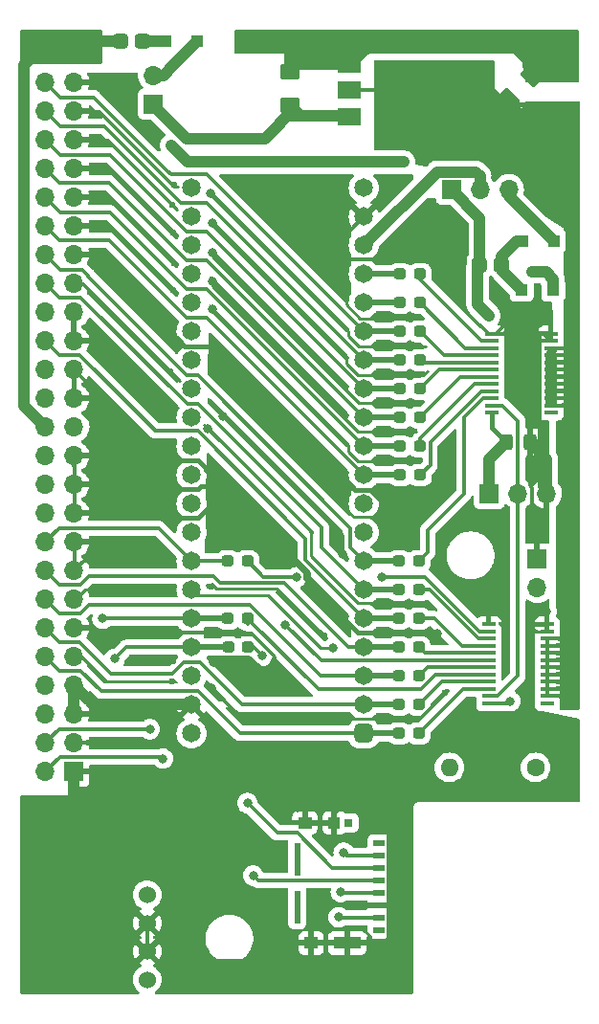
<source format=gbr>
%TF.GenerationSoftware,KiCad,Pcbnew,(6.0.2)*%
%TF.CreationDate,2022-04-05T19:05:53-06:00*%
%TF.ProjectId,F4_SMD_V1_1,46345f53-4d44-45f5-9631-5f312e6b6963,rev?*%
%TF.SameCoordinates,Original*%
%TF.FileFunction,Copper,L1,Top*%
%TF.FilePolarity,Positive*%
%FSLAX46Y46*%
G04 Gerber Fmt 4.6, Leading zero omitted, Abs format (unit mm)*
G04 Created by KiCad (PCBNEW (6.0.2)) date 2022-04-05 19:05:53*
%MOMM*%
%LPD*%
G01*
G04 APERTURE LIST*
G04 Aperture macros list*
%AMRoundRect*
0 Rectangle with rounded corners*
0 $1 Rounding radius*
0 $2 $3 $4 $5 $6 $7 $8 $9 X,Y pos of 4 corners*
0 Add a 4 corners polygon primitive as box body*
4,1,4,$2,$3,$4,$5,$6,$7,$8,$9,$2,$3,0*
0 Add four circle primitives for the rounded corners*
1,1,$1+$1,$2,$3*
1,1,$1+$1,$4,$5*
1,1,$1+$1,$6,$7*
1,1,$1+$1,$8,$9*
0 Add four rect primitives between the rounded corners*
20,1,$1+$1,$2,$3,$4,$5,0*
20,1,$1+$1,$4,$5,$6,$7,0*
20,1,$1+$1,$6,$7,$8,$9,0*
20,1,$1+$1,$8,$9,$2,$3,0*%
G04 Aperture macros list end*
%TA.AperFunction,ComponentPad*%
%ADD10R,1.700000X1.700000*%
%TD*%
%TA.AperFunction,ComponentPad*%
%ADD11O,1.700000X1.700000*%
%TD*%
%TA.AperFunction,SMDPad,CuDef*%
%ADD12RoundRect,0.237500X0.287500X0.237500X-0.287500X0.237500X-0.287500X-0.237500X0.287500X-0.237500X0*%
%TD*%
%TA.AperFunction,ComponentPad*%
%ADD13C,1.524000*%
%TD*%
%TA.AperFunction,SMDPad,CuDef*%
%ADD14R,1.100000X1.100000*%
%TD*%
%TA.AperFunction,SMDPad,CuDef*%
%ADD15RoundRect,0.250001X0.624999X-0.462499X0.624999X0.462499X-0.624999X0.462499X-0.624999X-0.462499X0*%
%TD*%
%TA.AperFunction,SMDPad,CuDef*%
%ADD16RoundRect,0.250001X0.114905X-0.768977X0.768977X-0.114905X-0.114905X0.768977X-0.768977X0.114905X0*%
%TD*%
%TA.AperFunction,SMDPad,CuDef*%
%ADD17RoundRect,0.237500X-0.287500X-0.237500X0.287500X-0.237500X0.287500X0.237500X-0.287500X0.237500X0*%
%TD*%
%TA.AperFunction,SMDPad,CuDef*%
%ADD18R,2.000000X1.500000*%
%TD*%
%TA.AperFunction,SMDPad,CuDef*%
%ADD19R,2.000000X3.800000*%
%TD*%
%TA.AperFunction,SMDPad,CuDef*%
%ADD20R,1.200000X0.400000*%
%TD*%
%TA.AperFunction,SMDPad,CuDef*%
%ADD21R,0.550000X2.910000*%
%TD*%
%TA.AperFunction,SMDPad,CuDef*%
%ADD22R,1.000000X0.500000*%
%TD*%
%TA.AperFunction,SMDPad,CuDef*%
%ADD23R,0.780000X0.720000*%
%TD*%
%TA.AperFunction,SMDPad,CuDef*%
%ADD24R,1.200000X1.050000*%
%TD*%
%TA.AperFunction,SMDPad,CuDef*%
%ADD25R,2.390000X1.050000*%
%TD*%
%TA.AperFunction,SMDPad,CuDef*%
%ADD26R,1.080000X1.050000*%
%TD*%
%TA.AperFunction,SMDPad,CuDef*%
%ADD27RoundRect,0.250000X0.412500X0.400000X-0.412500X0.400000X-0.412500X-0.400000X0.412500X-0.400000X0*%
%TD*%
%TA.AperFunction,SMDPad,CuDef*%
%ADD28RoundRect,0.250000X-0.325000X-0.450000X0.325000X-0.450000X0.325000X0.450000X-0.325000X0.450000X0*%
%TD*%
%TA.AperFunction,ComponentPad*%
%ADD29RoundRect,0.412500X0.412500X0.412500X-0.412500X0.412500X-0.412500X-0.412500X0.412500X-0.412500X0*%
%TD*%
%TA.AperFunction,ComponentPad*%
%ADD30C,1.650000*%
%TD*%
%TA.AperFunction,ComponentPad*%
%ADD31C,1.600000*%
%TD*%
%TA.AperFunction,ComponentPad*%
%ADD32O,1.600000X1.600000*%
%TD*%
%TA.AperFunction,ViaPad*%
%ADD33C,0.800000*%
%TD*%
%TA.AperFunction,ViaPad*%
%ADD34C,0.600000*%
%TD*%
%TA.AperFunction,Conductor*%
%ADD35C,1.000000*%
%TD*%
%TA.AperFunction,Conductor*%
%ADD36C,0.330000*%
%TD*%
%TA.AperFunction,Conductor*%
%ADD37C,0.500000*%
%TD*%
%TA.AperFunction,Conductor*%
%ADD38C,0.250000*%
%TD*%
%TA.AperFunction,Conductor*%
%ADD39C,0.450000*%
%TD*%
G04 APERTURE END LIST*
D10*
%TO.P,J4,1,GND*%
%TO.N,GND*%
X110200000Y-131400000D03*
D11*
%TO.P,J4,2,DB0*%
%TO.N,DB0*%
X107660000Y-131400000D03*
%TO.P,J4,3,GND*%
%TO.N,GND*%
X110200000Y-128860000D03*
%TO.P,J4,4,DB1*%
%TO.N,DB1*%
X107660000Y-128860000D03*
%TO.P,J4,5,GND*%
%TO.N,GND*%
X110200000Y-126320000D03*
%TO.P,J4,6,DB2*%
%TO.N,DB2*%
X107660000Y-126320000D03*
%TO.P,J4,7,GND*%
%TO.N,GND*%
X110200000Y-123780000D03*
%TO.P,J4,8,DB3*%
%TO.N,DB3*%
X107660000Y-123780000D03*
%TO.P,J4,9,GND*%
%TO.N,GND*%
X110200000Y-121240000D03*
%TO.P,J4,10,DB4*%
%TO.N,DB4*%
X107660000Y-121240000D03*
%TO.P,J4,11,GND*%
%TO.N,GND*%
X110200000Y-118700000D03*
%TO.P,J4,12,DB5*%
%TO.N,DB5*%
X107660000Y-118700000D03*
%TO.P,J4,13,GND*%
%TO.N,GND*%
X110200000Y-116160000D03*
%TO.P,J4,14,DB6*%
%TO.N,DB6*%
X107660000Y-116160000D03*
%TO.P,J4,15,GND*%
%TO.N,GND*%
X110200000Y-113620000D03*
%TO.P,J4,16,DB7*%
%TO.N,DB7*%
X107660000Y-113620000D03*
%TO.P,J4,17,GND*%
%TO.N,GND*%
X110200000Y-111080000D03*
%TO.P,J4,18,DBP*%
%TO.N,DBP*%
X107660000Y-111080000D03*
%TO.P,J4,19,GND*%
%TO.N,GND*%
X110200000Y-108540000D03*
%TO.P,J4,20,UNUSED*%
%TO.N,unconnected-(J4-Pad20)*%
X107660000Y-108540000D03*
%TO.P,J4,21,GND*%
%TO.N,GND*%
X110200000Y-106000000D03*
%TO.P,J4,22,UNUSED*%
%TO.N,unconnected-(J4-Pad22)*%
X107660000Y-106000000D03*
%TO.P,J4,23,GND*%
%TO.N,GND*%
X110200000Y-103460000D03*
%TO.P,J4,24,UNUSED*%
%TO.N,unconnected-(J4-Pad24)*%
X107660000Y-103460000D03*
%TO.P,J4,25,NOTCH*%
%TO.N,unconnected-(J4-Pad25)*%
X110200000Y-100920000D03*
%TO.P,J4,26,TPWR*%
%TO.N,+5V*%
X107660000Y-100920000D03*
%TO.P,J4,27,GND*%
%TO.N,GND*%
X110200000Y-98380000D03*
%TO.P,J4,28,UNUSED*%
%TO.N,unconnected-(J4-Pad28)*%
X107660000Y-98380000D03*
%TO.P,J4,29,GND*%
%TO.N,GND*%
X110200000Y-95840000D03*
%TO.P,J4,30,UNUSED*%
%TO.N,unconnected-(J4-Pad30)*%
X107660000Y-95840000D03*
%TO.P,J4,31,GND*%
%TO.N,GND*%
X110200000Y-93300000D03*
%TO.P,J4,32,ATN*%
%TO.N,ATN*%
X107660000Y-93300000D03*
%TO.P,J4,33,GND*%
%TO.N,GND*%
X110200000Y-90760000D03*
%TO.P,J4,34,UNUSED*%
%TO.N,unconnected-(J4-Pad34)*%
X107660000Y-90760000D03*
%TO.P,J4,35,GND*%
%TO.N,GND*%
X110200000Y-88220000D03*
%TO.P,J4,36,BSY*%
%TO.N,BSY*%
X107660000Y-88220000D03*
%TO.P,J4,37,GND*%
%TO.N,GND*%
X110200000Y-85680000D03*
%TO.P,J4,38,ACK*%
%TO.N,ACK*%
X107660000Y-85680000D03*
%TO.P,J4,39,GND*%
%TO.N,GND*%
X110200000Y-83140000D03*
%TO.P,J4,40,RST*%
%TO.N,RST*%
X107660000Y-83140000D03*
%TO.P,J4,41,GND*%
%TO.N,GND*%
X110200000Y-80600000D03*
%TO.P,J4,42,MSG*%
%TO.N,MSG*%
X107660000Y-80600000D03*
%TO.P,J4,43,GND*%
%TO.N,GND*%
X110200000Y-78060000D03*
%TO.P,J4,44,SEL*%
%TO.N,SEL*%
X107660000Y-78060000D03*
%TO.P,J4,45,GND*%
%TO.N,GND*%
X110200000Y-75520000D03*
%TO.P,J4,46,C/D*%
%TO.N,CD*%
X107660000Y-75520000D03*
%TO.P,J4,47,GND*%
%TO.N,GND*%
X110200000Y-72980000D03*
%TO.P,J4,48,REQ*%
%TO.N,REQ*%
X107660000Y-72980000D03*
%TO.P,J4,49,GND*%
%TO.N,GND*%
X110200000Y-70440000D03*
%TO.P,J4,50,IO*%
%TO.N,IO*%
X107660000Y-70440000D03*
%TD*%
D12*
%TO.P,R1,1*%
%TO.N,Net-(R1-Pad1)*%
X140688000Y-122936000D03*
%TO.P,R1,2*%
%TO.N,DB6*%
X138938000Y-122936000D03*
%TD*%
%TO.P,R2,1*%
%TO.N,Net-(R2-Pad1)*%
X140688000Y-120396000D03*
%TO.P,R2,2*%
%TO.N,DB7*%
X138938000Y-120396000D03*
%TD*%
%TO.P,R3,1*%
%TO.N,Net-(R3-Pad1)*%
X125603000Y-120396000D03*
%TO.P,R3,2*%
%TO.N,DB2*%
X123853000Y-120396000D03*
%TD*%
%TO.P,R4,1*%
%TO.N,Net-(R4-Pad1)*%
X140815000Y-87376000D03*
%TO.P,R4,2*%
%TO.N,DB1*%
X139065000Y-87376000D03*
%TD*%
%TO.P,R5,1*%
%TO.N,Net-(R5-Pad1)*%
X125575000Y-117856000D03*
%TO.P,R5,2*%
%TO.N,DB3*%
X123825000Y-117856000D03*
%TD*%
%TO.P,R6,1*%
%TO.N,Net-(R6-Pad1)*%
X140702000Y-125476000D03*
%TO.P,R6,2*%
%TO.N,DB5*%
X138952000Y-125476000D03*
%TD*%
%TO.P,R7,1*%
%TO.N,Net-(R7-Pad1)*%
X125539500Y-112776000D03*
%TO.P,R7,2*%
%TO.N,DBP*%
X123789500Y-112776000D03*
%TD*%
%TO.P,R8,1*%
%TO.N,Net-(R8-Pad1)*%
X140815000Y-89916000D03*
%TO.P,R8,2*%
%TO.N,DB0*%
X139065000Y-89916000D03*
%TD*%
%TO.P,R9,1*%
%TO.N,Net-(R9-Pad1)*%
X140702000Y-128016000D03*
%TO.P,R9,2*%
%TO.N,DB4*%
X138952000Y-128016000D03*
%TD*%
D13*
%TO.P,J2,1,5V*%
%TO.N,Net-(D1-Pad2)*%
X116666000Y-149794600D03*
%TO.P,J2,2,GND*%
%TO.N,GND*%
X116666000Y-147294600D03*
%TO.P,J2,3,GND*%
X116666000Y-144794600D03*
%TO.P,J2,4,12V*%
%TO.N,unconnected-(J2-Pad4)*%
X116666000Y-142294600D03*
%TD*%
D14*
%TO.P,D1,1,K*%
%TO.N,Net-(D1-Pad1)*%
X149790500Y-88773000D03*
%TO.P,D1,2,A*%
%TO.N,Net-(D1-Pad2)*%
X152590500Y-88773000D03*
%TD*%
D15*
%TO.P,C1,1*%
%TO.N,Net-(C1-Pad1)*%
X129286000Y-72480500D03*
%TO.P,C1,2*%
%TO.N,GND*%
X129286000Y-69505500D03*
%TD*%
D16*
%TO.P,C2,1*%
%TO.N,+2V8*%
X148617679Y-71917821D03*
%TO.P,C2,2*%
%TO.N,GND*%
X150721321Y-69814179D03*
%TD*%
D17*
%TO.P,R10,1*%
%TO.N,ATN*%
X138938000Y-117856000D03*
%TO.P,R10,2*%
%TO.N,Net-(R10-Pad2)*%
X140688000Y-117856000D03*
%TD*%
%TO.P,R11,1*%
%TO.N,BSY*%
X138966000Y-115316000D03*
%TO.P,R11,2*%
%TO.N,Net-(R11-Pad2)*%
X140716000Y-115316000D03*
%TD*%
D12*
%TO.P,R12,1*%
%TO.N,Net-(R12-Pad1)*%
X140702000Y-112776000D03*
%TO.P,R12,2*%
%TO.N,ACK*%
X138952000Y-112776000D03*
%TD*%
%TO.P,R13,1*%
%TO.N,Net-(R13-Pad1)*%
X140829000Y-105156000D03*
%TO.P,R13,2*%
%TO.N,RST*%
X139079000Y-105156000D03*
%TD*%
%TO.P,R14,1*%
%TO.N,Net-(R14-Pad1)*%
X140815000Y-102616000D03*
%TO.P,R14,2*%
%TO.N,MSG*%
X139065000Y-102616000D03*
%TD*%
%TO.P,R15,1*%
%TO.N,Net-(R15-Pad1)*%
X140815000Y-100076000D03*
%TO.P,R15,2*%
%TO.N,SEL*%
X139065000Y-100076000D03*
%TD*%
%TO.P,R16,1*%
%TO.N,Net-(R16-Pad1)*%
X140829000Y-97536000D03*
%TO.P,R16,2*%
%TO.N,CD*%
X139079000Y-97536000D03*
%TD*%
%TO.P,R17,1*%
%TO.N,Net-(R17-Pad1)*%
X140815000Y-94996000D03*
%TO.P,R17,2*%
%TO.N,REQ*%
X139065000Y-94996000D03*
%TD*%
%TO.P,R18,1*%
%TO.N,Net-(R18-Pad1)*%
X140815000Y-92456000D03*
%TO.P,R18,2*%
%TO.N,IO*%
X139065000Y-92456000D03*
%TD*%
D18*
%TO.P,U1,1,GND*%
%TO.N,GND*%
X134536180Y-68827620D03*
%TO.P,U1,2,VO*%
%TO.N,+2V8*%
X134536180Y-71127620D03*
D19*
X140836180Y-71127620D03*
D18*
%TO.P,U1,3,VI*%
%TO.N,Net-(C1-Pad1)*%
X134536180Y-73427620D03*
%TD*%
D20*
%TO.P,U3,1,NC*%
%TO.N,unconnected-(U3-Pad1)*%
X152396500Y-99631500D03*
%TO.P,U3,2,A1*%
%TO.N,+2V8*%
X152396500Y-98996500D03*
%TO.P,U3,3,A2*%
X152396500Y-98361500D03*
%TO.P,U3,4,A3*%
X152396500Y-97726500D03*
%TO.P,U3,5,A4*%
X152396500Y-97091500D03*
%TO.P,U3,6,A5*%
X152396500Y-96456500D03*
%TO.P,U3,7,A6*%
X152396500Y-95821500D03*
%TO.P,U3,8,A7*%
X152396500Y-95186500D03*
%TO.P,U3,9,A8*%
X152396500Y-94551500D03*
%TO.P,U3,10,A9*%
X152396500Y-93916500D03*
%TO.P,U3,11,A10*%
%TO.N,GND*%
X152396500Y-93281500D03*
%TO.P,U3,12,GND*%
X152396500Y-92646500D03*
%TO.P,U3,13,B10*%
X147196500Y-92646500D03*
%TO.P,U3,14,B9*%
%TO.N,Net-(R4-Pad1)*%
X147196500Y-93281500D03*
%TO.P,U3,15,B8*%
%TO.N,Net-(R8-Pad1)*%
X147196500Y-93916500D03*
%TO.P,U3,16,B7*%
%TO.N,Net-(R18-Pad1)*%
X147196500Y-94551500D03*
%TO.P,U3,17,B6*%
%TO.N,Net-(R17-Pad1)*%
X147196500Y-95186500D03*
%TO.P,U3,18,B5*%
%TO.N,Net-(R16-Pad1)*%
X147196500Y-95821500D03*
%TO.P,U3,19,B4*%
%TO.N,Net-(R15-Pad1)*%
X147196500Y-96456500D03*
%TO.P,U3,20,B3*%
%TO.N,Net-(R14-Pad1)*%
X147196500Y-97091500D03*
%TO.P,U3,21,B2*%
%TO.N,Net-(R13-Pad1)*%
X147196500Y-97726500D03*
%TO.P,U3,22,B1*%
%TO.N,Net-(R12-Pad1)*%
X147196500Y-98361500D03*
%TO.P,U3,23,/OE*%
%TO.N,Net-(J6-Pad2)*%
X147196500Y-98996500D03*
%TO.P,U3,24,VCC*%
%TO.N,+5F*%
X147196500Y-99631500D03*
%TD*%
D21*
%TO.P,J5,*%
%TO.N,*%
X129939000Y-143386000D03*
X129939000Y-139196000D03*
D22*
%TO.P,J5,1,DAT2*%
%TO.N,unconnected-(J5-Pad1)*%
X137174000Y-137691000D03*
%TO.P,J5,2,CD/CS/DAT3*%
%TO.N,SD_CS*%
X137174000Y-138791000D03*
%TO.P,J5,3,CMD/MOSI*%
%TO.N,SD_MOSI*%
X137174000Y-139891000D03*
%TO.P,J5,4,VDD*%
%TO.N,+3V3*%
X137174000Y-140991000D03*
%TO.P,J5,5,CLK*%
%TO.N,SD_CLK*%
X137174000Y-142091000D03*
%TO.P,J5,6,VSS*%
%TO.N,GND*%
X137174000Y-143191000D03*
%TO.P,J5,7,DAT0/MISO*%
%TO.N,SD_MISO*%
X137174000Y-144291000D03*
%TO.P,J5,8,DAT1*%
%TO.N,unconnected-(J5-Pad8)*%
X137174000Y-145391000D03*
D23*
%TO.P,J5,9,DET*%
%TO.N,unconnected-(J5-Pad9)*%
X134494000Y-135931000D03*
D24*
%TO.P,J5,10,GND_1*%
%TO.N,GND*%
X131184000Y-146566000D03*
D25*
%TO.P,J5,11,GND_2*%
X134369000Y-146566000D03*
D24*
%TO.P,J5,12,GND_3*%
X130614000Y-135921000D03*
D26*
%TO.P,J5,13,GND_4*%
X133224000Y-135931000D03*
%TD*%
D20*
%TO.P,U2,1,NC*%
%TO.N,unconnected-(U2-Pad1)*%
X152079000Y-125349000D03*
%TO.P,U2,2,A1*%
%TO.N,+2V8*%
X152079000Y-124714000D03*
%TO.P,U2,3,A2*%
X152079000Y-124079000D03*
%TO.P,U2,4,A3*%
X152079000Y-123444000D03*
%TO.P,U2,5,A4*%
X152079000Y-122809000D03*
%TO.P,U2,6,A5*%
X152079000Y-122174000D03*
%TO.P,U2,7,A6*%
X152079000Y-121539000D03*
%TO.P,U2,8,A7*%
X152079000Y-120904000D03*
%TO.P,U2,9,A8*%
X152079000Y-120269000D03*
%TO.P,U2,10,A9*%
X152079000Y-119634000D03*
%TO.P,U2,11,A10*%
%TO.N,GND*%
X152079000Y-118999000D03*
%TO.P,U2,12,GND*%
X152079000Y-118364000D03*
%TO.P,U2,13,B10*%
X146879000Y-118364000D03*
%TO.P,U2,14,B9*%
%TO.N,Net-(R7-Pad1)*%
X146879000Y-118999000D03*
%TO.P,U2,15,B8*%
%TO.N,Net-(R11-Pad2)*%
X146879000Y-119634000D03*
%TO.P,U2,16,B7*%
%TO.N,Net-(R10-Pad2)*%
X146879000Y-120269000D03*
%TO.P,U2,17,B6*%
%TO.N,Net-(R2-Pad1)*%
X146879000Y-120904000D03*
%TO.P,U2,18,B5*%
%TO.N,Net-(R3-Pad1)*%
X146879000Y-121539000D03*
%TO.P,U2,19,B4*%
%TO.N,Net-(R1-Pad1)*%
X146879000Y-122174000D03*
%TO.P,U2,20,B3*%
%TO.N,Net-(R5-Pad1)*%
X146879000Y-122809000D03*
%TO.P,U2,21,B2*%
%TO.N,Net-(R6-Pad1)*%
X146879000Y-123444000D03*
%TO.P,U2,22,B1*%
%TO.N,Net-(R9-Pad1)*%
X146879000Y-124079000D03*
%TO.P,U2,23,/OE*%
%TO.N,Net-(J6-Pad2)*%
X146879000Y-124714000D03*
%TO.P,U2,24,VCC*%
%TO.N,+5F*%
X146879000Y-125349000D03*
%TD*%
D10*
%TO.P,J6,1,Pin_1*%
%TO.N,+5F*%
X146939000Y-106807000D03*
D11*
%TO.P,J6,2,Pin_2*%
%TO.N,Net-(J6-Pad2)*%
X149479000Y-106807000D03*
%TO.P,J6,3,Pin_3*%
%TO.N,GND*%
X152019000Y-106807000D03*
%TD*%
D14*
%TO.P,D2,1,K*%
%TO.N,Net-(D1-Pad1)*%
X149860000Y-84455000D03*
%TO.P,D2,2,A*%
%TO.N,Net-(D2-Pad2)*%
X152660000Y-84455000D03*
%TD*%
D10*
%TO.P,USBPWR,1,Pin_1*%
%TO.N,+5F*%
X143573500Y-79883000D03*
D11*
%TO.P,USBPWR,2,Pin_2*%
%TO.N,+5VP*%
X146113500Y-79883000D03*
%TO.P,USBPWR,3,Pin_3*%
%TO.N,Net-(D2-Pad2)*%
X148653500Y-79883000D03*
%TD*%
D10*
%TO.P,J1,1,Pin_1*%
%TO.N,Net-(C1-Pad1)*%
X117221000Y-72326500D03*
D11*
%TO.P,J1,2,Pin_2*%
%TO.N,+5F*%
X117221000Y-69786500D03*
%TD*%
D27*
%TO.P,F1,1*%
%TO.N,Net-(D1-Pad1)*%
X148028500Y-86550500D03*
%TO.P,F1,2*%
%TO.N,+5F*%
X146103500Y-86550500D03*
%TD*%
D28*
%TO.P,C3,1*%
%TO.N,+5F*%
X148463000Y-102235000D03*
%TO.P,C3,2*%
%TO.N,GND*%
X150513000Y-102235000D03*
%TD*%
D14*
%TO.P,D3,1,K*%
%TO.N,+5F*%
X121094501Y-66802000D03*
%TO.P,D3,2,A*%
%TO.N,Net-(D3-Pad2)*%
X118294501Y-66802000D03*
%TD*%
D27*
%TO.P,F2,1*%
%TO.N,Net-(D3-Pad2)*%
X116268500Y-66802000D03*
%TO.P,F2,2*%
%TO.N,+5V*%
X114343500Y-66802000D03*
%TD*%
D29*
%TO.P,BP1,1,DB4_PB12*%
%TO.N,DB4*%
X135826500Y-128016000D03*
D30*
%TO.P,BP1,2,DB5_PB13*%
%TO.N,DB5*%
X135826500Y-125476000D03*
%TO.P,BP1,3,DB6_PB14*%
%TO.N,DB6*%
X135826500Y-122936000D03*
%TO.P,BP1,4,DB7_PB15*%
%TO.N,DB7*%
X135826500Y-120396000D03*
%TO.P,BP1,5,ATN_PA8*%
%TO.N,ATN*%
X135826500Y-117856000D03*
%TO.P,BP1,6,BSY_PA9*%
%TO.N,BSY*%
X135826500Y-115316000D03*
%TO.P,BP1,7,ACK_PA10*%
%TO.N,ACK*%
X135826500Y-112776000D03*
%TO.P,BP1,8,PA11*%
%TO.N,unconnected-(BP1-Pad8)*%
X135826500Y-110236000D03*
%TO.P,BP1,9,PA12*%
%TO.N,unconnected-(BP1-Pad9)*%
X135826500Y-107696000D03*
%TO.P,BP1,10,RST_PA15*%
%TO.N,RST*%
X135826500Y-105156000D03*
%TO.P,BP1,11,MSG_PB3*%
%TO.N,MSG*%
X135826500Y-102616000D03*
%TO.P,BP1,12,SEL_PB4*%
%TO.N,SEL*%
X135826500Y-100076000D03*
%TO.P,BP1,13,CD_PB5*%
%TO.N,CD*%
X135826500Y-97536000D03*
%TO.P,BP1,14,REQ_PB6*%
%TO.N,REQ*%
X135826500Y-94996000D03*
%TO.P,BP1,15,IO_PB7*%
%TO.N,IO*%
X135826500Y-92456000D03*
%TO.P,BP1,16,DB0_PB8*%
%TO.N,DB0*%
X135826500Y-89916000D03*
%TO.P,BP1,17,DB1_PB9*%
%TO.N,DB1*%
X135826500Y-87376000D03*
%TO.P,BP1,18,5V*%
%TO.N,+5VP*%
X135826500Y-84836000D03*
%TO.P,BP1,19,GND*%
%TO.N,GND*%
X135826500Y-82296000D03*
%TO.P,BP1,20,3.3V*%
%TO.N,unconnected-(BP1-Pad20)*%
X135826500Y-79756000D03*
%TO.P,BP1,21,VBat*%
%TO.N,unconnected-(BP1-Pad21)*%
X120586500Y-79756000D03*
%TO.P,BP1,22,PC13*%
%TO.N,unconnected-(BP1-Pad22)*%
X120586500Y-82296000D03*
%TO.P,BP1,23,PC14*%
%TO.N,unconnected-(BP1-Pad23)*%
X120586500Y-84836000D03*
%TO.P,BP1,24,PC15*%
%TO.N,unconnected-(BP1-Pad24)*%
X120586500Y-87376000D03*
%TO.P,BP1,25,BP_RST*%
%TO.N,unconnected-(BP1-Pad25)*%
X120586500Y-89916000D03*
%TO.P,BP1,26,PA0*%
%TO.N,unconnected-(BP1-Pad26)*%
X120586500Y-92456000D03*
%TO.P,BP1,27,PA1*%
%TO.N,unconnected-(BP1-Pad27)*%
X120586500Y-94996000D03*
%TO.P,BP1,28,PA2*%
%TO.N,unconnected-(BP1-Pad28)*%
X120586500Y-97536000D03*
%TO.P,BP1,29,PA3*%
%TO.N,unconnected-(BP1-Pad29)*%
X120586500Y-100076000D03*
%TO.P,BP1,30,SD_CD_CS_PA4*%
%TO.N,SD_CS*%
X120586500Y-102616000D03*
%TO.P,BP1,31,SD_CLK_PA5*%
%TO.N,SD_CLK*%
X120586500Y-105156000D03*
%TO.P,BP1,32,SD_DAT0_MISO_PA6*%
%TO.N,SD_MISO*%
X120586500Y-107696000D03*
%TO.P,BP1,33,SD_CMD_MOSI_PA7*%
%TO.N,SD_MOSI*%
X120586500Y-110236000D03*
%TO.P,BP1,34,DBP_PB0*%
%TO.N,DBP*%
X120586500Y-112776000D03*
%TO.P,BP1,35,PB1*%
%TO.N,Net-(BP1-Pad35)*%
X120586500Y-115316000D03*
%TO.P,BP1,36,DB3_PB2*%
%TO.N,DB3*%
X120586500Y-117856000D03*
%TO.P,BP1,37,DB2_PB10*%
%TO.N,DB2*%
X120586500Y-120396000D03*
%TO.P,BP1,38,3.3V*%
%TO.N,+3V3*%
X120586500Y-122936000D03*
%TO.P,BP1,39,GND*%
%TO.N,GND*%
X120586500Y-125476000D03*
%TO.P,BP1,40,5V*%
%TO.N,unconnected-(BP1-Pad40)*%
X120586500Y-128016000D03*
%TD*%
D10*
%TO.P,J3,1,Pin_1*%
%TO.N,GND*%
X151180800Y-112560100D03*
D11*
%TO.P,J3,2,Pin_2*%
%TO.N,Net-(J3-Pad2)*%
X151180800Y-115100100D03*
%TD*%
D31*
%TO.P,R19,1*%
%TO.N,Net-(J3-Pad2)*%
X151036020Y-131025900D03*
D32*
%TO.P,R19,2*%
%TO.N,Net-(BP1-Pad35)*%
X143416020Y-131025900D03*
%TD*%
D33*
%TO.N,GND*%
X105981500Y-133985000D03*
X122618500Y-121602500D03*
X122316240Y-124005340D03*
D34*
X113738660Y-120134380D03*
D33*
X130873500Y-130238500D03*
X152019000Y-117221000D03*
X122967750Y-127857250D03*
X128841500Y-134620000D03*
D34*
X145102580Y-108089700D03*
D33*
X122364500Y-133858000D03*
X137513060Y-103957120D03*
X143573500Y-66421000D03*
X137581640Y-93741240D03*
D34*
X137540381Y-91305999D03*
D33*
X122060970Y-101070410D03*
D34*
X119009160Y-88826340D03*
X118976140Y-83715860D03*
D33*
X122481340Y-88033860D03*
X122274330Y-80191610D03*
D34*
X132308600Y-119362220D03*
D33*
X130446780Y-79387700D03*
X106045000Y-150431500D03*
X140335000Y-108331000D03*
X128143000Y-138049000D03*
D34*
X132565140Y-145214340D03*
X115097560Y-73235820D03*
X124998480Y-135305800D03*
X119095520Y-79448660D03*
X116225320Y-128739900D03*
X118859300Y-81274920D03*
X117208300Y-131272280D03*
D33*
X122430540Y-85519260D03*
X122438160Y-82870040D03*
X135507500Y-143191000D03*
X133929120Y-112168940D03*
D34*
X118976140Y-121602500D03*
D33*
X154368500Y-66421000D03*
X122999500Y-94424500D03*
X152781000Y-129413000D03*
D34*
X118325900Y-99329240D03*
D33*
X149606000Y-92646500D03*
X127952500Y-110871000D03*
X129762250Y-101187250D03*
X113982500Y-131953000D03*
X137858500Y-133858000D03*
D34*
X113713260Y-118856760D03*
X128605280Y-123908820D03*
X122364500Y-119126000D03*
X119052340Y-86433660D03*
X118905020Y-112816640D03*
D33*
X137557521Y-96345999D03*
D34*
X143654780Y-101922580D03*
X132949689Y-116772951D03*
X122318780Y-115001040D03*
D33*
X124762260Y-79248000D03*
D34*
X124132340Y-97490280D03*
X132910580Y-142984220D03*
X132793740Y-87076280D03*
D33*
X122445780Y-90510360D03*
D34*
X118681500Y-95981520D03*
X143050260Y-124448250D03*
D33*
X141691535Y-84114465D03*
X137523220Y-101295200D03*
X126746000Y-122745500D03*
X137651479Y-116506001D03*
X123377960Y-99938840D03*
X142303500Y-119189500D03*
D34*
X115138200Y-121635520D03*
D33*
X146951700Y-130129280D03*
X125158500Y-66865500D03*
X114617500Y-125730000D03*
X146879000Y-117161000D03*
D34*
X118907560Y-115387120D03*
D33*
X133664960Y-126746000D03*
X131762500Y-66802000D03*
X137543540Y-98806000D03*
X148517785Y-90940715D03*
X114109500Y-105346500D03*
D34*
X118917720Y-123431300D03*
D33*
%TO.N,+2V8*%
X143637000Y-73533000D03*
X138239500Y-73533000D03*
X143662400Y-69123560D03*
X138229340Y-69136260D03*
X151828615Y-76136385D03*
%TO.N,Net-(D1-Pad2)*%
X151955500Y-87185500D03*
X150749000Y-87185500D03*
%TO.N,SD_CS*%
X134048500Y-138557000D03*
%TO.N,SD_CLK*%
X133794500Y-142049500D03*
%TO.N,SD_MISO*%
X133604000Y-144272000D03*
%TO.N,SD_MOSI*%
X125539500Y-134175500D03*
%TO.N,DB3*%
X112712500Y-117856000D03*
%TO.N,DB2*%
X113792000Y-121412000D03*
%TO.N,DB1*%
X116903500Y-127635000D03*
%TO.N,DB0*%
X118046500Y-130238500D03*
%TO.N,+3V3*%
X126047500Y-140589000D03*
%TO.N,Net-(R3-Pad1)*%
X126809500Y-121158000D03*
X128905000Y-118427500D03*
%TO.N,Net-(R7-Pad1)*%
X129873499Y-114188999D03*
X137461501Y-114188999D03*
%TO.N,+5F*%
X146939000Y-91059000D03*
X139446000Y-77470000D03*
X119729250Y-68167250D03*
X138430000Y-77470000D03*
X119507000Y-76708000D03*
X148780500Y-125158500D03*
X118840250Y-76041250D03*
X118967251Y-68929251D03*
%TO.N,Net-(BP1-Pad35)*%
X133134100Y-120489980D03*
%TD*%
D35*
%TO.N,Net-(C1-Pad1)*%
X129286000Y-73193000D02*
X128902640Y-73576360D01*
X120142000Y-75374500D02*
X127104500Y-75374500D01*
X130206500Y-73401000D02*
X129286000Y-72480500D01*
X117221000Y-72453500D02*
X120142000Y-75374500D01*
X128091110Y-74387890D02*
X128486000Y-73993000D01*
X134438000Y-73193000D02*
X134646000Y-73401000D01*
X129078000Y-73401000D02*
X128902640Y-73576360D01*
X128902640Y-73576360D02*
X128091110Y-74387890D01*
X130206500Y-73401000D02*
X129078000Y-73401000D01*
X129286000Y-72480500D02*
X129286000Y-73193000D01*
X134646000Y-73401000D02*
X130206500Y-73401000D01*
X117221000Y-72326500D02*
X117221000Y-72453500D01*
X127104500Y-75374500D02*
X128091110Y-74387890D01*
D36*
%TO.N,GND*%
X152019000Y-117221000D02*
X152019000Y-118939000D01*
X149606000Y-92646500D02*
X151761500Y-92646500D01*
D35*
X132270500Y-66865500D02*
X132270500Y-66865500D01*
D36*
X135507500Y-143191000D02*
X135507500Y-143191000D01*
X122967750Y-127857250D02*
X129984500Y-134874000D01*
X140335000Y-108331000D02*
X140335000Y-108331000D01*
X142303500Y-119189500D02*
X142303500Y-119189500D01*
D37*
X129762250Y-101187250D02*
X122999500Y-94424500D01*
X122999500Y-94424500D02*
X122358999Y-93783999D01*
X127952500Y-110871000D02*
X123507500Y-106426000D01*
D38*
X122274330Y-80191610D02*
X122115580Y-80032860D01*
X122060970Y-101070410D02*
X121677531Y-100686971D01*
X118859300Y-81274920D02*
X119293640Y-81709260D01*
X119176800Y-79603600D02*
X119400320Y-79603600D01*
X118681500Y-95981520D02*
X119560239Y-96860259D01*
D36*
X113715800Y-119126000D02*
X122364500Y-119126000D01*
D38*
X137540381Y-91305999D02*
X141036659Y-91305999D01*
D36*
X122364500Y-119126000D02*
X122364500Y-119126000D01*
D38*
X143050260Y-124448250D02*
X143050260Y-124448250D01*
X118917720Y-123431300D02*
X118917720Y-123431300D01*
D39*
X132949689Y-116772951D02*
X135282739Y-119106001D01*
D38*
X122740119Y-115209019D02*
X122326400Y-114795300D01*
X134277100Y-88968580D02*
X134479681Y-88765999D01*
X119026940Y-79603600D02*
X119176800Y-79603600D01*
D39*
X123007981Y-105727479D02*
X123007981Y-105909519D01*
D37*
X123242702Y-106426000D02*
X123242702Y-106833560D01*
X123507500Y-106409038D02*
X123242702Y-106144240D01*
D38*
X131141260Y-112332762D02*
X131141260Y-110130380D01*
X112403340Y-72980000D02*
X119026940Y-79603600D01*
D36*
X147510500Y-92646500D02*
X148145500Y-92011500D01*
X147196500Y-92646500D02*
X147510500Y-92646500D01*
X130638500Y-113821798D02*
X123242702Y-106426000D01*
D37*
X123242702Y-106144240D02*
X123242702Y-106018440D01*
D39*
X121166502Y-103886000D02*
X123007981Y-105727479D01*
D36*
X152396500Y-92646500D02*
X151466500Y-92646500D01*
D37*
X130937000Y-113855500D02*
X127952500Y-110871000D01*
D38*
X135348434Y-96345999D02*
X137557521Y-96345999D01*
D39*
X121166502Y-108966000D02*
X119634000Y-108966000D01*
D36*
X141691535Y-84114465D02*
X139278535Y-84114465D01*
D38*
X122481340Y-88432842D02*
X135343698Y-101295200D01*
D35*
X152019000Y-103741000D02*
X150513000Y-102235000D01*
D36*
X110200000Y-95840000D02*
X111379000Y-97019000D01*
D38*
X133664960Y-126746000D02*
X140752510Y-126746000D01*
X111198660Y-115316000D02*
X119110760Y-115316000D01*
X135514497Y-91305999D02*
X137540381Y-91305999D01*
D35*
X134325360Y-68178680D02*
X134609840Y-67894200D01*
D36*
X147196500Y-92646500D02*
X146875500Y-92646500D01*
D39*
X122320999Y-93745999D02*
X122358999Y-93783999D01*
D35*
X137066000Y-66421000D02*
X134646000Y-68841000D01*
D36*
X120586500Y-125476000D02*
X122967750Y-127857250D01*
D39*
X138311502Y-108331000D02*
X136426501Y-106445999D01*
D36*
X138039001Y-143226001D02*
X138004000Y-143191000D01*
D38*
X127929640Y-121205138D02*
X127929640Y-121371360D01*
D37*
X134969250Y-106394250D02*
X129762250Y-101187250D01*
D36*
X139278535Y-84114465D02*
X137287000Y-86106000D01*
D38*
X137513060Y-103957120D02*
X140936980Y-103957120D01*
D39*
X119336499Y-93056001D02*
X120026497Y-93745999D01*
D36*
X138039001Y-135245001D02*
X138039001Y-143226001D01*
D38*
X137557521Y-96345999D02*
X141072881Y-96345999D01*
D39*
X136426501Y-106445999D02*
X135020999Y-106445999D01*
D35*
X129950500Y-68841000D02*
X129286000Y-69505500D01*
D36*
X136406000Y-146566000D02*
X137406002Y-146566000D01*
X152396500Y-93281500D02*
X151542498Y-93281500D01*
X130614000Y-135921000D02*
X130614000Y-135503500D01*
D35*
X129286000Y-68178680D02*
X134325360Y-68178680D01*
D36*
X137414002Y-146558000D02*
X137858500Y-146558000D01*
D38*
X135326855Y-103957120D02*
X137513060Y-103957120D01*
X136406000Y-146566000D02*
X136406000Y-145994500D01*
D36*
X116666000Y-147294600D02*
X116666000Y-144794600D01*
D38*
X137523220Y-101295200D02*
X140451840Y-101295200D01*
D37*
X123507500Y-106426000D02*
X123507500Y-106409038D01*
D38*
X137581640Y-93741240D02*
X141287500Y-93741240D01*
X135314499Y-116506001D02*
X131141260Y-112332762D01*
D36*
X123242702Y-106426000D02*
X123242702Y-106144240D01*
X133224000Y-135931000D02*
X133224000Y-135190500D01*
D38*
X134277100Y-89573100D02*
X134277100Y-90068602D01*
D39*
X140335000Y-108331000D02*
X138311502Y-108331000D01*
D38*
X135329477Y-96345999D02*
X135348434Y-96345999D01*
D36*
X151431499Y-92681501D02*
X151431499Y-93392499D01*
X110200000Y-113620000D02*
X111107500Y-112712500D01*
D38*
X122364500Y-119126000D02*
X125850502Y-119126000D01*
D39*
X135020999Y-106445999D02*
X134969250Y-106394250D01*
D38*
X134277100Y-86514940D02*
X134277100Y-89573100D01*
D37*
X123242702Y-106426000D02*
X123507500Y-106426000D01*
D39*
X121448262Y-106144240D02*
X121186501Y-106406001D01*
D38*
X134475220Y-103105485D02*
X134475220Y-102539800D01*
D36*
X110200000Y-118700000D02*
X112032500Y-118700000D01*
D38*
X133929120Y-110490000D02*
X133929120Y-112168940D01*
D35*
X120586500Y-125476000D02*
X118745000Y-125476000D01*
D36*
X130638500Y-114335962D02*
X130638500Y-113821798D01*
X135826500Y-82296000D02*
X134683500Y-83439000D01*
X146875500Y-92646500D02*
X146113500Y-91884500D01*
D38*
X125056900Y-126746000D02*
X133664960Y-126746000D01*
D36*
X151542498Y-93281500D02*
X151431499Y-93392499D01*
D38*
X125850502Y-119126000D02*
X127929640Y-121205138D01*
D39*
X111960498Y-85680000D02*
X120026497Y-93745999D01*
D36*
X119742500Y-126320000D02*
X120586500Y-125476000D01*
X137406002Y-146566000D02*
X137414002Y-146558000D01*
D38*
X134477760Y-92395040D02*
X122274330Y-80191610D01*
X122481340Y-88033860D02*
X122481340Y-88432842D01*
X110200000Y-72980000D02*
X112403340Y-72980000D01*
X118976140Y-121602500D02*
X115171220Y-121602500D01*
D36*
X137858500Y-146558000D02*
X138039001Y-146377499D01*
D39*
X121166502Y-103886000D02*
X119126000Y-103886000D01*
D38*
X134277100Y-90068602D02*
X135514497Y-91305999D01*
D36*
X110200000Y-128860000D02*
X112223000Y-128860000D01*
X150513000Y-106042798D02*
X150749000Y-106278798D01*
D38*
X122430540Y-85519260D02*
X122430540Y-85842042D01*
D36*
X130614000Y-135921000D02*
X133214000Y-135921000D01*
D39*
X136464501Y-106483999D02*
X136426501Y-106445999D01*
D38*
X137543540Y-98806000D02*
X140903960Y-98806000D01*
D39*
X135282739Y-119106001D02*
X142220001Y-119106001D01*
D38*
X140752510Y-126746000D02*
X143050260Y-124448250D01*
X134475220Y-102539800D02*
X131460240Y-99524820D01*
D36*
X151761500Y-92646500D02*
X152396500Y-93281500D01*
D38*
X134933039Y-108846001D02*
X134590758Y-108503720D01*
D39*
X121836501Y-104738039D02*
X121836501Y-104555999D01*
D38*
X152079000Y-118999000D02*
X150492460Y-118999000D01*
X136406000Y-145994500D02*
X135953500Y-145542000D01*
D35*
X129286000Y-69505500D02*
X129286000Y-68178680D01*
X134646000Y-68841000D02*
X134246000Y-68841000D01*
X110200000Y-126320000D02*
X110200000Y-123780000D01*
D39*
X142220001Y-119106001D02*
X142303500Y-119189500D01*
D38*
X138666220Y-108331000D02*
X138151219Y-108846001D01*
D36*
X116666000Y-147294600D02*
X117513401Y-148142001D01*
D39*
X123242702Y-106833560D02*
X123242702Y-106889800D01*
D35*
X110200000Y-123780000D02*
X111451500Y-125031500D01*
D38*
X137581640Y-93741240D02*
X135409738Y-93741240D01*
D36*
X137174000Y-143191000D02*
X135507500Y-143191000D01*
D38*
X134279640Y-94711520D02*
X134279640Y-95296162D01*
X134279640Y-95296162D02*
X135329477Y-96345999D01*
X134477760Y-92809262D02*
X134477760Y-92395040D01*
X138151219Y-108846001D02*
X134933039Y-108846001D01*
X122445780Y-90510360D02*
X131460240Y-99524820D01*
D36*
X151431499Y-93392499D02*
X151431499Y-106219499D01*
D39*
X123242702Y-106889800D02*
X121166502Y-108966000D01*
D38*
X110848860Y-121240000D02*
X113040160Y-123431300D01*
D36*
X150749000Y-106278798D02*
X150749000Y-108775500D01*
D35*
X125603000Y-121602500D02*
X126746000Y-122745500D01*
X122618500Y-121602500D02*
X125603000Y-121602500D01*
D36*
X134369000Y-146566000D02*
X136406000Y-146566000D01*
D38*
X130048000Y-109037120D02*
X130027680Y-109037120D01*
D37*
X142303500Y-119189500D02*
X142182001Y-119068001D01*
D38*
X110200000Y-121240000D02*
X110848860Y-121240000D01*
D37*
X130937000Y-114760262D02*
X130937000Y-113855500D01*
D36*
X110200000Y-126320000D02*
X119742500Y-126320000D01*
D38*
X113104380Y-75520000D02*
X118859300Y-81274920D01*
D36*
X111107500Y-112712500D02*
X111760000Y-112712500D01*
X152079000Y-117281000D02*
X152019000Y-117221000D01*
D38*
X152079000Y-118364000D02*
X150987760Y-118364000D01*
D35*
X110200000Y-131400000D02*
X110200000Y-133576500D01*
D38*
X122316240Y-124005340D02*
X125056900Y-126746000D01*
X130027680Y-109037120D02*
X122060970Y-101070410D01*
D39*
X110200000Y-85680000D02*
X111960498Y-85680000D01*
D35*
X151225135Y-69310365D02*
X148335770Y-66421000D01*
D38*
X132308600Y-119362220D02*
X128155399Y-115209019D01*
X134556500Y-86106000D02*
X134556500Y-86235540D01*
D36*
X117513401Y-148142001D02*
X129607999Y-148142001D01*
X137414000Y-134620000D02*
X137829010Y-134204990D01*
D38*
X131141260Y-110130380D02*
X130048000Y-109037120D01*
X134556500Y-86235540D02*
X134277100Y-86514940D01*
D36*
X152396500Y-92646500D02*
X152396500Y-93281500D01*
D38*
X110200000Y-116160000D02*
X110354660Y-116160000D01*
X140335000Y-108331000D02*
X138666220Y-108331000D01*
D36*
X137414000Y-134620000D02*
X138039001Y-135245001D01*
D35*
X152019000Y-106807000D02*
X152019000Y-103741000D01*
D36*
X138039001Y-146377499D02*
X138039001Y-143226001D01*
X123242702Y-106426000D02*
X123242702Y-106707760D01*
D38*
X123377960Y-99938840D02*
X133929120Y-110490000D01*
D36*
X147196500Y-92646500D02*
X149606000Y-92646500D01*
D38*
X122430540Y-85842042D02*
X135394498Y-98806000D01*
D36*
X151431499Y-106219499D02*
X152019000Y-106807000D01*
X138004000Y-143191000D02*
X137174000Y-143191000D01*
X133224000Y-135190500D02*
X133794500Y-134620000D01*
D39*
X121186501Y-106406001D02*
X119360001Y-106406001D01*
D38*
X135394498Y-98806000D02*
X137543540Y-98806000D01*
D39*
X130937000Y-114760262D02*
X132949689Y-116772951D01*
D35*
X129286000Y-68178680D02*
X129286000Y-67071240D01*
D39*
X120026497Y-93745999D02*
X122320999Y-93745999D01*
D36*
X133794500Y-134620000D02*
X137414000Y-134620000D01*
X151466500Y-92646500D02*
X151431499Y-92681501D01*
D38*
X110200000Y-75520000D02*
X113104380Y-75520000D01*
X110919980Y-88220000D02*
X118681500Y-95981520D01*
D36*
X131184000Y-146566000D02*
X134369000Y-146566000D01*
X152079000Y-118999000D02*
X152079000Y-117281000D01*
D38*
X135343698Y-101295200D02*
X137523220Y-101295200D01*
X110200000Y-88220000D02*
X110919980Y-88220000D01*
X110354660Y-116160000D02*
X111198660Y-115316000D01*
X137651479Y-116506001D02*
X135314499Y-116506001D01*
D36*
X133214000Y-135921000D02*
X133224000Y-135931000D01*
X137287000Y-86106000D02*
X134556500Y-86106000D01*
D38*
X122438160Y-82870040D02*
X134279640Y-94711520D01*
X128155399Y-115209019D02*
X122740119Y-115209019D01*
D36*
X150513000Y-102235000D02*
X150513000Y-106042798D01*
D35*
X134646000Y-68841000D02*
X129950500Y-68841000D01*
D38*
X141072881Y-96345999D02*
X141472920Y-95945960D01*
D36*
X112458500Y-119126000D02*
X113715800Y-119126000D01*
D39*
X123242702Y-106144240D02*
X121448262Y-106144240D01*
D38*
X135409738Y-93741240D02*
X134477760Y-92809262D01*
D36*
X146879000Y-118364000D02*
X146879000Y-117161000D01*
D38*
X113040160Y-123431300D02*
X118917720Y-123431300D01*
D35*
X134246000Y-68841000D02*
X132270500Y-66865500D01*
D39*
X123007981Y-105909519D02*
X121836501Y-104738039D01*
D36*
X112032500Y-118700000D02*
X112458500Y-119126000D01*
D38*
X115171220Y-121602500D02*
X115138200Y-121635520D01*
X134277100Y-89573100D02*
X134277100Y-88968580D01*
D35*
X148335770Y-66421000D02*
X137066000Y-66421000D01*
D39*
X123242702Y-106144240D02*
X123007981Y-105909519D01*
D38*
X135326855Y-103957120D02*
X134475220Y-103105485D01*
D35*
%TO.N,+2V8*%
X151828615Y-76136385D02*
X154354010Y-78661780D01*
D36*
X152396500Y-98996500D02*
X153606500Y-98996500D01*
X152079000Y-119634000D02*
X152079000Y-124714000D01*
X154686000Y-100203000D02*
X154686000Y-123634500D01*
X152079000Y-124714000D02*
X153479500Y-124714000D01*
D35*
X154354010Y-93930990D02*
X154051000Y-94234000D01*
D38*
X148617679Y-71917821D02*
X148625821Y-71917821D01*
D36*
X134646000Y-71121000D02*
X140946000Y-71121000D01*
X152079000Y-120904000D02*
X153352500Y-120904000D01*
X152396500Y-93916500D02*
X153733500Y-93916500D01*
D38*
X148617679Y-73735939D02*
X148711920Y-73830180D01*
D36*
X152400000Y-94551500D02*
X152396500Y-94551500D01*
X152781000Y-94170500D02*
X152400000Y-94551500D01*
X152396500Y-98675500D02*
X152396500Y-98996500D01*
X152079000Y-123444000D02*
X153479500Y-123444000D01*
D38*
X148617679Y-71917821D02*
X148021040Y-72514460D01*
D35*
X140946000Y-71121000D02*
X146813230Y-71121000D01*
D38*
X147462240Y-72514460D02*
X147530820Y-72583040D01*
D36*
X152396500Y-97726500D02*
X153670000Y-97726500D01*
X152396500Y-93916500D02*
X152527000Y-93916500D01*
D38*
X148617679Y-71917821D02*
X148788381Y-71917821D01*
D36*
X152396500Y-95821500D02*
X153479500Y-95821500D01*
X152079000Y-122174000D02*
X153543000Y-122174000D01*
X152396500Y-95186500D02*
X153670000Y-95186500D01*
D35*
X146813230Y-71121000D02*
X148113865Y-72421635D01*
D36*
X152079000Y-119634000D02*
X153860500Y-119634000D01*
D35*
X148113865Y-72421635D02*
X151828615Y-76136385D01*
D38*
X149166580Y-72296020D02*
X150375620Y-72296020D01*
X149148800Y-72440800D02*
X150002240Y-72440800D01*
D36*
X152396500Y-97091500D02*
X153479500Y-97091500D01*
X152527000Y-93916500D02*
X152781000Y-94170500D01*
D38*
X148617679Y-71917821D02*
X148617679Y-73735939D01*
X148021040Y-72514460D02*
X147462240Y-72514460D01*
X148625821Y-71917821D02*
X149148800Y-72440800D01*
D36*
X152396500Y-93916500D02*
X152396500Y-98675500D01*
X152396500Y-96456500D02*
X153543000Y-96456500D01*
X153733500Y-93916500D02*
X154051000Y-94234000D01*
X152079000Y-120269000D02*
X153543000Y-120269000D01*
D35*
X148113865Y-72421635D02*
X148113865Y-74771135D01*
X154354010Y-78661780D02*
X154354010Y-93930990D01*
D38*
X148788381Y-71917821D02*
X149166580Y-72296020D01*
D36*
X152079000Y-124079000D02*
X153543000Y-124079000D01*
D38*
X147530820Y-72583040D02*
X147530820Y-74543920D01*
D36*
X152396500Y-94551500D02*
X153733500Y-94551500D01*
X154686000Y-123634500D02*
X154686000Y-123888500D01*
X152396500Y-98361500D02*
X153996500Y-98361500D01*
D35*
X152396500Y-94551500D02*
X152396500Y-98675500D01*
D36*
X152079000Y-121539000D02*
X153670000Y-121539000D01*
X153733500Y-94551500D02*
X154051000Y-94234000D01*
X152079000Y-122809000D02*
X153479500Y-122809000D01*
D35*
%TO.N,+5V*%
X107660000Y-100920000D02*
X105727500Y-98987500D01*
X107823000Y-66802000D02*
X106235500Y-68389500D01*
X106235500Y-68389500D02*
X106997500Y-67627500D01*
X105727500Y-98987500D02*
X105727500Y-68897500D01*
X114343500Y-66802000D02*
X107823000Y-66802000D01*
X105727500Y-68897500D02*
X106235500Y-68389500D01*
%TO.N,Net-(D1-Pad2)*%
X151955500Y-87185500D02*
X151955500Y-87185500D01*
X150749000Y-87185500D02*
X150749000Y-87185500D01*
X152590500Y-87820500D02*
X151955500Y-87185500D01*
X151955500Y-87185500D02*
X150749000Y-87185500D01*
X152590500Y-88773000D02*
X152590500Y-87820500D01*
D36*
%TO.N,SD_CS*%
X134048500Y-138557000D02*
X134048500Y-138557000D01*
X137174000Y-138791000D02*
X134282500Y-138791000D01*
X134282500Y-138791000D02*
X134048500Y-138557000D01*
%TO.N,SD_CLK*%
X137174000Y-142091000D02*
X133689500Y-142091000D01*
%TO.N,SD_MISO*%
X137174000Y-144291000D02*
X133458000Y-144291000D01*
%TO.N,SD_MOSI*%
X128175001Y-136811001D02*
X125539500Y-134175500D01*
X129941003Y-136811001D02*
X128175001Y-136811001D01*
X137174000Y-139891000D02*
X133021002Y-139891000D01*
X133021002Y-139891000D02*
X129941003Y-136811001D01*
%TO.N,ATN*%
X121141501Y-101266001D02*
X117424203Y-101266001D01*
X117424203Y-101266001D02*
X110673203Y-94515001D01*
D37*
X135826500Y-117856000D02*
X138938000Y-117856000D01*
D36*
X130651250Y-112680750D02*
X130651250Y-110775750D01*
X110673203Y-94515001D02*
X108875001Y-94515001D01*
X108875001Y-94515001D02*
X107660000Y-93300000D01*
X130651250Y-110775750D02*
X121141501Y-101266001D01*
X117361203Y-101203001D02*
X110673203Y-94515001D01*
X135826500Y-117856000D02*
X130651250Y-112680750D01*
%TO.N,BSY*%
X132080000Y-109808298D02*
X132080000Y-110045500D01*
D37*
X138966000Y-115316000D02*
X135826500Y-115316000D01*
D36*
X110771001Y-89435001D02*
X120221999Y-98885999D01*
X107660000Y-88220000D02*
X108875001Y-89435001D01*
X135826500Y-115316000D02*
X132080000Y-111569500D01*
X132080000Y-111569500D02*
X132080000Y-110045500D01*
X132080000Y-110045500D02*
X132080000Y-109901538D01*
X121157701Y-98885999D02*
X132080000Y-109808298D01*
X108875001Y-89435001D02*
X110771001Y-89435001D01*
X120221999Y-98885999D02*
X121157701Y-98885999D01*
%TO.N,DBP*%
X120586500Y-112776000D02*
X117675499Y-109864999D01*
X117675499Y-109864999D02*
X108875001Y-109864999D01*
X108875001Y-109864999D02*
X107660000Y-111080000D01*
X120586500Y-112776000D02*
X123789500Y-112776000D01*
%TO.N,ACK*%
X120175297Y-96345999D02*
X121157701Y-96345999D01*
X111415001Y-87585703D02*
X120175297Y-96345999D01*
X111415001Y-87492463D02*
X111415001Y-87585703D01*
X110927537Y-87004999D02*
X111415001Y-87492463D01*
D37*
X135826500Y-112776000D02*
X138952000Y-112776000D01*
D36*
X121157701Y-96345999D02*
X134636499Y-109824797D01*
X108984999Y-87004999D02*
X110927537Y-87004999D01*
X107660000Y-85680000D02*
X108984999Y-87004999D01*
X134636499Y-109824797D02*
X134636499Y-111585999D01*
X134636499Y-111585999D02*
X135826500Y-112776000D01*
X134699499Y-111648999D02*
X135826500Y-112776000D01*
D37*
%TO.N,RST*%
X139079000Y-105156000D02*
X135826500Y-105156000D01*
D36*
X121936499Y-91265999D02*
X121999499Y-91328999D01*
X120175297Y-91265999D02*
X121936499Y-91265999D01*
X107660000Y-83140000D02*
X108875001Y-84355001D01*
X121999499Y-91328999D02*
X135826500Y-105156000D01*
X108875001Y-84355001D02*
X113264299Y-84355001D01*
X113264299Y-84355001D02*
X120175297Y-91265999D01*
%TO.N,MSG*%
X108984999Y-81924999D02*
X113374297Y-81924999D01*
X121936499Y-88725999D02*
X121999499Y-88788999D01*
D37*
X135826500Y-102616000D02*
X139065000Y-102616000D01*
D36*
X121999499Y-88788999D02*
X135826500Y-102616000D01*
X120175297Y-88725999D02*
X121936499Y-88725999D01*
X107660000Y-80600000D02*
X108984999Y-81924999D01*
X113374297Y-81924999D02*
X120175297Y-88725999D01*
%TO.N,SEL*%
X107660000Y-78060000D02*
X108875001Y-79275001D01*
X120175297Y-86185999D02*
X121936499Y-86185999D01*
X121999499Y-86248999D02*
X135826500Y-100076000D01*
X108875001Y-79275001D02*
X113264299Y-79275001D01*
X121936499Y-86185999D02*
X121999499Y-86248999D01*
X113264299Y-79275001D02*
X120175297Y-86185999D01*
D37*
X139065000Y-100076000D02*
X135826500Y-100076000D01*
D36*
%TO.N,CD*%
X108984999Y-76844999D02*
X113374297Y-76844999D01*
X121936499Y-83645999D02*
X121999499Y-83708999D01*
X113374297Y-76844999D02*
X120175297Y-83645999D01*
X107660000Y-75520000D02*
X108984999Y-76844999D01*
X121999499Y-83708999D02*
X135826500Y-97536000D01*
X120175297Y-83645999D02*
X121936499Y-83645999D01*
D37*
X135826500Y-97536000D02*
X139079000Y-97536000D01*
D36*
%TO.N,REQ*%
X107660000Y-72980000D02*
X108984999Y-74304999D01*
X119650499Y-81105999D02*
X112849499Y-74304999D01*
X135826500Y-94996000D02*
X121936499Y-81105999D01*
X108984999Y-74304999D02*
X112849499Y-74304999D01*
X121936499Y-81105999D02*
X119650499Y-81105999D01*
D37*
X139065000Y-94996000D02*
X135826500Y-94996000D01*
D36*
%TO.N,IO*%
X135826500Y-92456000D02*
X121936499Y-78565999D01*
X111960499Y-71764999D02*
X108984999Y-71764999D01*
X118491000Y-78295500D02*
X111960499Y-71764999D01*
D37*
X135826500Y-92456000D02*
X139065000Y-92456000D01*
D36*
X118761499Y-78565999D02*
X118491000Y-78295500D01*
X108984999Y-71764999D02*
X107660000Y-70440000D01*
X121936499Y-78565999D02*
X118761499Y-78565999D01*
%TO.N,DB7*%
X128808389Y-114719009D02*
X123159429Y-114719009D01*
X110783201Y-114835001D02*
X108875001Y-114835001D01*
X111508702Y-114109500D02*
X110783201Y-114835001D01*
X135826500Y-120396000D02*
X134485380Y-120396000D01*
D37*
X138938000Y-120396000D02*
X135826500Y-120396000D01*
D36*
X134485380Y-120396000D02*
X128808389Y-114719009D01*
X123159429Y-114719009D02*
X122549920Y-114109500D01*
X122549920Y-114109500D02*
X111508702Y-114109500D01*
X108875001Y-114835001D02*
X107660000Y-113620000D01*
%TO.N,DB6*%
X125762079Y-116665999D02*
X132032080Y-122936000D01*
X107660000Y-116160000D02*
X108875001Y-117375001D01*
X111492203Y-116665999D02*
X125762079Y-116665999D01*
X108875001Y-117375001D02*
X110783201Y-117375001D01*
D37*
X135826500Y-122936000D02*
X138938000Y-122936000D01*
D36*
X110783201Y-117375001D02*
X111492203Y-116665999D01*
X132032080Y-122936000D02*
X135826500Y-122936000D01*
%TO.N,DB5*%
X125080460Y-125476000D02*
X121350459Y-121745999D01*
X110673203Y-119915001D02*
X108875001Y-119915001D01*
X113503702Y-122745500D02*
X110673203Y-119915001D01*
X108875001Y-119915001D02*
X107660000Y-118700000D01*
D37*
X138952000Y-125476000D02*
X135826500Y-125476000D01*
D36*
X135826500Y-125476000D02*
X125080460Y-125476000D01*
X119871501Y-121745999D02*
X118872000Y-122745500D01*
X118872000Y-122745500D02*
X113503702Y-122745500D01*
X121350459Y-121745999D02*
X119871501Y-121745999D01*
%TO.N,DB4*%
X108875001Y-122455001D02*
X107660000Y-121240000D01*
X124887702Y-128016000D02*
X121157701Y-124285999D01*
X121157701Y-124285999D02*
X112614199Y-124285999D01*
X110783201Y-122455001D02*
X108875001Y-122455001D01*
X135826500Y-128016000D02*
X124887702Y-128016000D01*
X112614199Y-124285999D02*
X110783201Y-122455001D01*
D37*
X135826500Y-128016000D02*
X138952000Y-128016000D01*
D36*
%TO.N,DB3*%
X112712500Y-117856000D02*
X112712500Y-117856000D01*
X120586500Y-117856000D02*
X112712500Y-117856000D01*
D37*
X120586500Y-117856000D02*
X123825000Y-117856000D01*
D36*
%TO.N,DB2*%
X113792000Y-121412000D02*
X114808000Y-120396000D01*
D37*
X120586500Y-120396000D02*
X123853000Y-120396000D01*
D36*
X114808000Y-120396000D02*
X120586500Y-120396000D01*
D37*
%TO.N,DB1*%
X135826500Y-87376000D02*
X139065000Y-87376000D01*
D36*
X107660000Y-128860000D02*
X108875001Y-127644999D01*
X108875001Y-127644999D02*
X116786499Y-127644999D01*
%TO.N,DB0*%
X117883001Y-130075001D02*
X118046500Y-130238500D01*
X107660000Y-131400000D02*
X108984999Y-130075001D01*
D37*
X139065000Y-89916000D02*
X135826500Y-89916000D01*
D36*
X108984999Y-130075001D02*
X117883001Y-130075001D01*
%TO.N,+3V3*%
X133138500Y-140991000D02*
X133138500Y-140991000D01*
X130506001Y-141016001D02*
X126474501Y-141016001D01*
X130531002Y-140991000D02*
X130506001Y-141016001D01*
X126474501Y-141016001D02*
X126047500Y-140589000D01*
X137174000Y-140991000D02*
X130531002Y-140991000D01*
%TO.N,Net-(R1-Pad1)*%
X141450000Y-122174000D02*
X140688000Y-122936000D01*
X146879000Y-122174000D02*
X141450000Y-122174000D01*
%TO.N,Net-(R2-Pad1)*%
X141196000Y-120904000D02*
X140688000Y-120396000D01*
X146879000Y-120904000D02*
X141196000Y-120904000D01*
%TO.N,Net-(R3-Pad1)*%
X128905000Y-118427500D02*
X128905000Y-118427500D01*
X126809500Y-121158000D02*
X126809500Y-121158000D01*
X128905000Y-118427500D02*
X132063501Y-121586001D01*
X132063501Y-121586001D02*
X146831999Y-121586001D01*
X125603000Y-120396000D02*
X126047500Y-120396000D01*
X146831999Y-121586001D02*
X146879000Y-121539000D01*
X126047500Y-120396000D02*
X126809500Y-121158000D01*
%TO.N,Net-(R4-Pad1)*%
X147196500Y-93281500D02*
X146266500Y-93281500D01*
X140815000Y-87830000D02*
X140815000Y-87376000D01*
X146266500Y-93281500D02*
X140815000Y-87830000D01*
%TO.N,Net-(R5-Pad1)*%
X131809501Y-124126001D02*
X140875079Y-124126001D01*
X140875079Y-124126001D02*
X142192080Y-122809000D01*
X125575000Y-117891500D02*
X131809501Y-124126001D01*
X146879000Y-122809000D02*
X142192080Y-122809000D01*
X125575000Y-117856000D02*
X125575000Y-118331000D01*
X125575000Y-117856000D02*
X125575000Y-117891500D01*
%TO.N,Net-(R6-Pad1)*%
X146879000Y-123444000D02*
X142734000Y-123444000D01*
X142734000Y-123444000D02*
X140702000Y-125476000D01*
%TO.N,Net-(R7-Pad1)*%
X129873499Y-114188999D02*
X129873499Y-114188999D01*
X137461501Y-114188999D02*
X137461501Y-114188999D01*
X126952499Y-114188999D02*
X125539500Y-112776000D01*
X140966079Y-114188999D02*
X137461501Y-114188999D01*
X146879000Y-118999000D02*
X146063547Y-118999000D01*
X141253546Y-114188999D02*
X140966079Y-114188999D01*
X129873499Y-114188999D02*
X126952499Y-114188999D01*
X146063547Y-118999000D02*
X141253546Y-114188999D01*
%TO.N,Net-(R8-Pad1)*%
X144815500Y-93916500D02*
X140815000Y-89916000D01*
X147196500Y-93916500D02*
X144815500Y-93916500D01*
%TO.N,Net-(R9-Pad1)*%
X146879000Y-124079000D02*
X144639000Y-124079000D01*
X144639000Y-124079000D02*
X140702000Y-128016000D01*
%TO.N,Net-(R12-Pad1)*%
X140702000Y-112776000D02*
X141478000Y-112000000D01*
X144716500Y-106807000D02*
X144716500Y-100076000D01*
X141478000Y-112000000D02*
X141478000Y-110045500D01*
X146431000Y-98361500D02*
X144716500Y-100076000D01*
X141478000Y-110045500D02*
X144716500Y-106807000D01*
X147196500Y-98361500D02*
X146431000Y-98361500D01*
%TO.N,Net-(R13-Pad1)*%
X147196500Y-97726500D02*
X146266500Y-97726500D01*
X141705010Y-102287990D02*
X141705010Y-104279990D01*
X146266500Y-97726500D02*
X141705010Y-102287990D01*
X141705010Y-104279990D02*
X140829000Y-105156000D01*
%TO.N,Net-(R14-Pad1)*%
X140815000Y-101945500D02*
X145669000Y-97091500D01*
X145669000Y-97091500D02*
X147196500Y-97091500D01*
X140815000Y-102616000D02*
X140815000Y-101945500D01*
%TO.N,Net-(R15-Pad1)*%
X147196500Y-96456500D02*
X146685000Y-96456500D01*
X146615001Y-96526499D02*
X144364501Y-96526499D01*
X144364501Y-96526499D02*
X140815000Y-100076000D01*
X146685000Y-96456500D02*
X146615001Y-96526499D01*
%TO.N,Net-(R16-Pad1)*%
X142543500Y-95821500D02*
X140829000Y-97536000D01*
X147196500Y-95821500D02*
X142543500Y-95821500D01*
%TO.N,Net-(R17-Pad1)*%
X147196500Y-95186500D02*
X141005500Y-95186500D01*
X141005500Y-95186500D02*
X140815000Y-94996000D01*
%TO.N,Net-(R18-Pad1)*%
X147196500Y-94551500D02*
X142910500Y-94551500D01*
X142910500Y-94551500D02*
X140815000Y-92456000D01*
D35*
%TO.N,+5VP*%
X145765580Y-78332999D02*
X146113500Y-78680919D01*
X142329501Y-78332999D02*
X145765580Y-78332999D01*
X135826500Y-84836000D02*
X142329501Y-78332999D01*
X146113500Y-78680919D02*
X146113500Y-79883000D01*
D36*
%TO.N,Net-(R10-Pad2)*%
X146879000Y-120269000D02*
X144515202Y-120269000D01*
X144515202Y-120269000D02*
X142102202Y-117856000D01*
X142102202Y-117856000D02*
X140688000Y-117856000D01*
%TO.N,Net-(R11-Pad2)*%
X140716000Y-115316000D02*
X141343534Y-115316000D01*
X141631000Y-115316000D02*
X140716000Y-115316000D01*
X145949000Y-119634000D02*
X141631000Y-115316000D01*
X146879000Y-119634000D02*
X145949000Y-119634000D01*
%TO.N,Net-(J6-Pad2)*%
X149479000Y-100349000D02*
X149479000Y-106807000D01*
X147701002Y-124714000D02*
X146879000Y-124714000D01*
X146879000Y-124714000D02*
X147637500Y-124714000D01*
X149479000Y-122936002D02*
X147701002Y-124714000D01*
X148126500Y-98996500D02*
X149479000Y-100349000D01*
X149479000Y-106807000D02*
X149479000Y-122936002D01*
X147196500Y-98996500D02*
X148126500Y-98996500D01*
D35*
%TO.N,Net-(D2-Pad2)*%
X148653500Y-79883000D02*
X148653500Y-80448500D01*
X148653500Y-80448500D02*
X152660000Y-84455000D01*
%TO.N,+5F*%
X118967251Y-68929251D02*
X119729250Y-68167250D01*
X119729250Y-68167250D02*
X121094501Y-66802000D01*
X118840250Y-76041250D02*
X118808500Y-76009500D01*
X119507000Y-76708000D02*
X118840250Y-76041250D01*
X146939000Y-91059000D02*
X145917000Y-90037000D01*
D36*
X146879000Y-125349000D02*
X148590000Y-125349000D01*
D35*
X138430000Y-77470000D02*
X120269000Y-77470000D01*
X138430000Y-77470000D02*
X139382500Y-77470000D01*
X117221000Y-69786500D02*
X118110001Y-69786500D01*
X146103500Y-86550500D02*
X146103500Y-82413000D01*
X146939000Y-103759000D02*
X148463000Y-102235000D01*
X145917000Y-90037000D02*
X145917000Y-86737000D01*
D39*
X147196500Y-100968500D02*
X148463000Y-102235000D01*
D35*
X118110001Y-69786500D02*
X118967251Y-68929251D01*
D36*
X148590000Y-125349000D02*
X148780500Y-125158500D01*
D35*
X146103500Y-82413000D02*
X143573500Y-79883000D01*
X120269000Y-77470000D02*
X119507000Y-76708000D01*
X145917000Y-86737000D02*
X146103500Y-86550500D01*
X146939000Y-106807000D02*
X146939000Y-103759000D01*
D39*
X147196500Y-99631500D02*
X147196500Y-100968500D01*
D35*
%TO.N,Net-(D3-Pad2)*%
X116268500Y-66802000D02*
X118294501Y-66802000D01*
D38*
%TO.N,Net-(BP1-Pad35)*%
X132707380Y-120489980D02*
X132707380Y-120489980D01*
X133134100Y-120489980D02*
X133134100Y-120489980D01*
X132707380Y-120489980D02*
X133134100Y-120489980D01*
X127373380Y-115818920D02*
X130822700Y-119268240D01*
X130822700Y-119268240D02*
X132044440Y-120489980D01*
X121089420Y-115818920D02*
X127373380Y-115818920D01*
X130818742Y-119268240D02*
X130822700Y-119268240D01*
X120586500Y-115316000D02*
X121089420Y-115818920D01*
X132044440Y-120489980D02*
X132707380Y-120489980D01*
D35*
%TO.N,Net-(D1-Pad1)*%
X148028500Y-87011000D02*
X149790500Y-88773000D01*
X148015500Y-85829000D02*
X148028500Y-85842000D01*
X149860000Y-84455000D02*
X149389500Y-84455000D01*
X149389500Y-84455000D02*
X148015500Y-85829000D01*
X148028500Y-86550500D02*
X148028500Y-85842000D01*
X148028500Y-86550500D02*
X148028500Y-87011000D01*
%TD*%
%TA.AperFunction,Conductor*%
%TO.N,+5V*%
G36*
X112654621Y-65806002D02*
G01*
X112701114Y-65859658D01*
X112712500Y-65912000D01*
X112712500Y-68644500D01*
X112692498Y-68712621D01*
X112638842Y-68759114D01*
X112586500Y-68770500D01*
X105536000Y-68770500D01*
X105467879Y-68750498D01*
X105421386Y-68696842D01*
X105410000Y-68644500D01*
X105410000Y-65912000D01*
X105430002Y-65843879D01*
X105483658Y-65797386D01*
X105536000Y-65786000D01*
X112586500Y-65786000D01*
X112654621Y-65806002D01*
G37*
%TD.AperFunction*%
%TD*%
%TA.AperFunction,Conductor*%
%TO.N,GND*%
G36*
X122015535Y-123367325D02*
G01*
X122035671Y-123383684D01*
X123609829Y-124957842D01*
X123643855Y-125020154D01*
X123638790Y-125090969D01*
X123596243Y-125147805D01*
X123529723Y-125172616D01*
X123519827Y-125172934D01*
X123176149Y-125170429D01*
X123044923Y-125169473D01*
X122976950Y-125148975D01*
X122956746Y-125132571D01*
X121690259Y-123866084D01*
X121656233Y-123803772D01*
X121661298Y-123732957D01*
X121676141Y-123704719D01*
X121742596Y-123609811D01*
X121742599Y-123609805D01*
X121745756Y-123605297D01*
X121748079Y-123600315D01*
X121748082Y-123600310D01*
X121832381Y-123419529D01*
X121879298Y-123366244D01*
X121947576Y-123346783D01*
X122015535Y-123367325D01*
G37*
%TD.AperFunction*%
%TA.AperFunction,Conductor*%
G36*
X123047444Y-121174502D02*
G01*
X123068334Y-121191321D01*
X123099997Y-121222929D01*
X123248080Y-121314209D01*
X123413191Y-121368974D01*
X123420027Y-121369674D01*
X123420030Y-121369675D01*
X123471526Y-121374951D01*
X123515928Y-121379500D01*
X124190072Y-121379500D01*
X124193318Y-121379163D01*
X124193322Y-121379163D01*
X124287235Y-121369419D01*
X124287239Y-121369418D01*
X124294093Y-121368707D01*
X124300629Y-121366526D01*
X124300631Y-121366526D01*
X124433395Y-121322232D01*
X124459107Y-121313654D01*
X124575198Y-121241815D01*
X124600805Y-121225969D01*
X124600806Y-121225968D01*
X124607031Y-121222116D01*
X124638879Y-121190213D01*
X124701159Y-121156134D01*
X124771979Y-121161137D01*
X124817067Y-121190057D01*
X124821578Y-121194560D01*
X124849997Y-121222929D01*
X124856227Y-121226769D01*
X124856228Y-121226770D01*
X124880636Y-121241815D01*
X124998080Y-121314209D01*
X125163191Y-121368974D01*
X125170027Y-121369674D01*
X125170030Y-121369675D01*
X125221526Y-121374951D01*
X125265928Y-121379500D01*
X125834672Y-121379500D01*
X125902793Y-121399502D01*
X125949286Y-121453158D01*
X125954505Y-121466563D01*
X125974973Y-121529556D01*
X126070460Y-121694944D01*
X126074878Y-121699851D01*
X126074879Y-121699852D01*
X126191286Y-121829135D01*
X126198247Y-121836866D01*
X126352748Y-121949118D01*
X126358776Y-121951802D01*
X126358778Y-121951803D01*
X126406837Y-121973200D01*
X126527212Y-122026794D01*
X126620612Y-122046647D01*
X126707556Y-122065128D01*
X126707561Y-122065128D01*
X126714013Y-122066500D01*
X126904987Y-122066500D01*
X126911439Y-122065128D01*
X126911444Y-122065128D01*
X126998388Y-122046647D01*
X127091788Y-122026794D01*
X127212163Y-121973200D01*
X127260222Y-121951803D01*
X127260224Y-121951802D01*
X127266252Y-121949118D01*
X127420753Y-121836866D01*
X127427714Y-121829135D01*
X127544121Y-121699852D01*
X127544122Y-121699851D01*
X127548540Y-121694944D01*
X127644027Y-121529556D01*
X127703042Y-121347928D01*
X127706586Y-121314209D01*
X127711182Y-121270484D01*
X127738196Y-121204827D01*
X127796417Y-121164198D01*
X127867363Y-121161495D01*
X127925587Y-121194560D01*
X131313668Y-124582641D01*
X131319521Y-124588906D01*
X131323677Y-124593670D01*
X131353386Y-124658151D01*
X131343517Y-124728459D01*
X131297204Y-124782270D01*
X131228729Y-124802500D01*
X125411623Y-124802500D01*
X125343502Y-124782498D01*
X125322528Y-124765595D01*
X121926528Y-121369595D01*
X121892502Y-121307283D01*
X121897567Y-121236468D01*
X121940114Y-121179632D01*
X122006634Y-121154821D01*
X122015623Y-121154500D01*
X122979323Y-121154500D01*
X123047444Y-121174502D01*
G37*
%TD.AperFunction*%
%TA.AperFunction,Conductor*%
G36*
X128545347Y-115412511D02*
G01*
X128566321Y-115429414D01*
X130655301Y-117518393D01*
X132664788Y-119527880D01*
X132698814Y-119590192D01*
X132693749Y-119661007D01*
X132649755Y-119718909D01*
X132522847Y-119811114D01*
X132518432Y-119816017D01*
X132513520Y-119820440D01*
X132512395Y-119819191D01*
X132459086Y-119852031D01*
X132425900Y-119856480D01*
X132359035Y-119856480D01*
X132290914Y-119836478D01*
X132269940Y-119819575D01*
X131326352Y-118875987D01*
X131318812Y-118867701D01*
X131314700Y-118861222D01*
X131265048Y-118814596D01*
X131262207Y-118811842D01*
X131242470Y-118792105D01*
X131242466Y-118792102D01*
X129714281Y-117263917D01*
X128057969Y-115607604D01*
X128023943Y-115545292D01*
X128029008Y-115474476D01*
X128071555Y-115417641D01*
X128138075Y-115392830D01*
X128147064Y-115392509D01*
X128477226Y-115392509D01*
X128545347Y-115412511D01*
G37*
%TD.AperFunction*%
%TA.AperFunction,Conductor*%
G36*
X123019444Y-118634502D02*
G01*
X123040334Y-118651321D01*
X123071997Y-118682929D01*
X123220080Y-118774209D01*
X123385191Y-118828974D01*
X123392027Y-118829674D01*
X123392030Y-118829675D01*
X123443526Y-118834951D01*
X123487928Y-118839500D01*
X124162072Y-118839500D01*
X124165318Y-118839163D01*
X124165322Y-118839163D01*
X124259235Y-118829419D01*
X124259239Y-118829418D01*
X124266093Y-118828707D01*
X124272629Y-118826526D01*
X124272631Y-118826526D01*
X124405395Y-118782232D01*
X124431107Y-118773654D01*
X124523577Y-118716432D01*
X124572805Y-118685969D01*
X124572806Y-118685968D01*
X124579031Y-118682116D01*
X124610879Y-118650213D01*
X124673159Y-118616134D01*
X124743979Y-118621137D01*
X124789067Y-118650057D01*
X124809576Y-118670530D01*
X124821997Y-118682929D01*
X124828227Y-118686769D01*
X124828228Y-118686770D01*
X124876349Y-118716432D01*
X124970080Y-118774209D01*
X125088563Y-118813508D01*
X125132713Y-118839024D01*
X125182129Y-118883053D01*
X125182132Y-118883055D01*
X125187801Y-118888106D01*
X125331866Y-118964385D01*
X125339231Y-118966235D01*
X125482597Y-119002246D01*
X125482601Y-119002246D01*
X125489968Y-119004097D01*
X125497568Y-119004137D01*
X125497569Y-119004137D01*
X125567390Y-119004503D01*
X125652979Y-119004951D01*
X125660365Y-119003178D01*
X125666042Y-119002521D01*
X125736010Y-119014562D01*
X125769618Y-119038591D01*
X125928432Y-119197405D01*
X125962458Y-119259717D01*
X125957393Y-119330532D01*
X125914846Y-119387368D01*
X125848326Y-119412179D01*
X125839337Y-119412500D01*
X125265928Y-119412500D01*
X125262682Y-119412837D01*
X125262678Y-119412837D01*
X125168765Y-119422581D01*
X125168761Y-119422582D01*
X125161907Y-119423293D01*
X125155371Y-119425474D01*
X125155369Y-119425474D01*
X125022605Y-119469768D01*
X124996893Y-119478346D01*
X124960703Y-119500741D01*
X124856490Y-119565230D01*
X124848969Y-119569884D01*
X124817121Y-119601787D01*
X124754841Y-119635866D01*
X124684021Y-119630863D01*
X124638933Y-119601943D01*
X124611184Y-119574243D01*
X124606003Y-119569071D01*
X124597520Y-119563842D01*
X124464150Y-119481631D01*
X124464148Y-119481630D01*
X124457920Y-119477791D01*
X124292809Y-119423026D01*
X124285973Y-119422326D01*
X124285970Y-119422325D01*
X124234474Y-119417049D01*
X124190072Y-119412500D01*
X123515928Y-119412500D01*
X123512682Y-119412837D01*
X123512678Y-119412837D01*
X123418765Y-119422581D01*
X123418761Y-119422582D01*
X123411907Y-119423293D01*
X123405371Y-119425474D01*
X123405369Y-119425474D01*
X123272605Y-119469768D01*
X123246893Y-119478346D01*
X123098969Y-119569884D01*
X123093796Y-119575066D01*
X123068388Y-119600518D01*
X123006105Y-119634597D01*
X122979215Y-119637500D01*
X121764106Y-119637500D01*
X121695985Y-119617498D01*
X121649492Y-119563842D01*
X121638126Y-119509292D01*
X121651654Y-118738289D01*
X121672849Y-118670530D01*
X121727312Y-118624986D01*
X121777635Y-118614500D01*
X122951323Y-118614500D01*
X123019444Y-118634502D01*
G37*
%TD.AperFunction*%
%TA.AperFunction,Conductor*%
G36*
X130972281Y-113957009D02*
G01*
X130989269Y-113971242D01*
X134484980Y-117466953D01*
X134519006Y-117529265D01*
X134517592Y-117588657D01*
X134509667Y-117618234D01*
X134509665Y-117618245D01*
X134508242Y-117623556D01*
X134487906Y-117856000D01*
X134508242Y-118088444D01*
X134568633Y-118313826D01*
X134667244Y-118525297D01*
X134724071Y-118606454D01*
X134746855Y-118677990D01*
X134751078Y-119404305D01*
X134731472Y-119472541D01*
X134678088Y-119519345D01*
X134607874Y-119529858D01*
X134543123Y-119500741D01*
X134535985Y-119494133D01*
X130246576Y-115204723D01*
X130212550Y-115142411D01*
X130217615Y-115071595D01*
X130260162Y-115014760D01*
X130284423Y-115000521D01*
X130324218Y-114982804D01*
X130324225Y-114982800D01*
X130330251Y-114980117D01*
X130343729Y-114970325D01*
X130403425Y-114926953D01*
X130484752Y-114867865D01*
X130543155Y-114803002D01*
X130608120Y-114730851D01*
X130608121Y-114730850D01*
X130612539Y-114725943D01*
X130708026Y-114560555D01*
X130767041Y-114378927D01*
X130787003Y-114188999D01*
X130774864Y-114073506D01*
X130787636Y-114003670D01*
X130836138Y-113951823D01*
X130904971Y-113934428D01*
X130972281Y-113957009D01*
G37*
%TD.AperFunction*%
%TA.AperFunction,Conductor*%
G36*
X122286878Y-114803002D02*
G01*
X122307852Y-114819905D01*
X122458272Y-114970325D01*
X122492298Y-115032637D01*
X122487233Y-115103452D01*
X122444686Y-115160288D01*
X122378166Y-115185099D01*
X122369177Y-115185420D01*
X122027959Y-115185420D01*
X121959838Y-115165418D01*
X121913345Y-115111762D01*
X121904830Y-115084374D01*
X121904758Y-115083556D01*
X121866724Y-114941611D01*
X121868414Y-114870635D01*
X121908208Y-114811839D01*
X121973472Y-114783891D01*
X121988431Y-114783000D01*
X122218757Y-114783000D01*
X122286878Y-114803002D01*
G37*
%TD.AperFunction*%
%TA.AperFunction,Conductor*%
G36*
X122137596Y-103214569D02*
G01*
X129940845Y-111017818D01*
X129974871Y-111080130D01*
X129977750Y-111106913D01*
X129977750Y-112653045D01*
X129977458Y-112661615D01*
X129973733Y-112716257D01*
X129975038Y-112723734D01*
X129975038Y-112723737D01*
X129984148Y-112775936D01*
X129985111Y-112782460D01*
X129992387Y-112842582D01*
X129995071Y-112849686D01*
X129996499Y-112855500D01*
X129998730Y-112863654D01*
X130000453Y-112869362D01*
X130001759Y-112876843D01*
X130026119Y-112932335D01*
X130028591Y-112938391D01*
X130050008Y-112995072D01*
X130054311Y-113001334D01*
X130057087Y-113006643D01*
X130061180Y-113013997D01*
X130064229Y-113019152D01*
X130067282Y-113026107D01*
X130104170Y-113074180D01*
X130108016Y-113079475D01*
X130114717Y-113089224D01*
X130136814Y-113156695D01*
X130118926Y-113225401D01*
X130066732Y-113273529D01*
X129996804Y-113285799D01*
X129984679Y-113283834D01*
X129975448Y-113281872D01*
X129975443Y-113281871D01*
X129968986Y-113280499D01*
X129778012Y-113280499D01*
X129771560Y-113281871D01*
X129771555Y-113281871D01*
X129684612Y-113300352D01*
X129591211Y-113320205D01*
X129585181Y-113322890D01*
X129585180Y-113322890D01*
X129422777Y-113395196D01*
X129422775Y-113395197D01*
X129416747Y-113397881D01*
X129411406Y-113401761D01*
X129411405Y-113401762D01*
X129287981Y-113491435D01*
X129221113Y-113515294D01*
X129213920Y-113515499D01*
X127283662Y-113515499D01*
X127215541Y-113495497D01*
X127194567Y-113478594D01*
X126609905Y-112893932D01*
X126575879Y-112831620D01*
X126573000Y-112804837D01*
X126573000Y-112488928D01*
X126567757Y-112438393D01*
X126562919Y-112391765D01*
X126562918Y-112391761D01*
X126562207Y-112384907D01*
X126550424Y-112349587D01*
X126509472Y-112226841D01*
X126507154Y-112219893D01*
X126415616Y-112071969D01*
X126355450Y-112011908D01*
X126297684Y-111954242D01*
X126297679Y-111954238D01*
X126292503Y-111949071D01*
X126286272Y-111945230D01*
X126150650Y-111861631D01*
X126150648Y-111861630D01*
X126144420Y-111857791D01*
X125979309Y-111803026D01*
X125972473Y-111802326D01*
X125972470Y-111802325D01*
X125920974Y-111797049D01*
X125876572Y-111792500D01*
X125202428Y-111792500D01*
X125199182Y-111792837D01*
X125199178Y-111792837D01*
X125105265Y-111802581D01*
X125105261Y-111802582D01*
X125098407Y-111803293D01*
X125091871Y-111805474D01*
X125091869Y-111805474D01*
X124995675Y-111837567D01*
X124933393Y-111858346D01*
X124927161Y-111862202D01*
X124927162Y-111862202D01*
X124792990Y-111945230D01*
X124785469Y-111949884D01*
X124753621Y-111981787D01*
X124691341Y-112015866D01*
X124620521Y-112010863D01*
X124575433Y-111981943D01*
X124547684Y-111954243D01*
X124547683Y-111954242D01*
X124542503Y-111949071D01*
X124536272Y-111945230D01*
X124400650Y-111861631D01*
X124400648Y-111861630D01*
X124394420Y-111857791D01*
X124229309Y-111803026D01*
X124222473Y-111802326D01*
X124222470Y-111802325D01*
X124170974Y-111797049D01*
X124126572Y-111792500D01*
X123452428Y-111792500D01*
X123449182Y-111792837D01*
X123449178Y-111792837D01*
X123355265Y-111802581D01*
X123355261Y-111802582D01*
X123348407Y-111803293D01*
X123341871Y-111805474D01*
X123341869Y-111805474D01*
X123245675Y-111837567D01*
X123183393Y-111858346D01*
X123035469Y-111949884D01*
X123030296Y-111955066D01*
X122920037Y-112065518D01*
X122857755Y-112099597D01*
X122830864Y-112102500D01*
X121896322Y-112102500D01*
X121828201Y-112082498D01*
X121781708Y-112028842D01*
X121770341Y-111974290D01*
X121790322Y-110835489D01*
X121802109Y-110784448D01*
X121842042Y-110698813D01*
X121842044Y-110698808D01*
X121844367Y-110693826D01*
X121904758Y-110468444D01*
X121925094Y-110236000D01*
X121904758Y-110003556D01*
X121844367Y-109778174D01*
X121822459Y-109731192D01*
X121810672Y-109675730D01*
X121811054Y-109654010D01*
X121836679Y-108193605D01*
X121843848Y-108154938D01*
X121844367Y-108153826D01*
X121904758Y-107928444D01*
X121925094Y-107696000D01*
X121904758Y-107463556D01*
X121857471Y-107287077D01*
X121853197Y-107252255D01*
X121884308Y-105479215D01*
X121888582Y-105448815D01*
X121903334Y-105393759D01*
X121903334Y-105393757D01*
X121904758Y-105388444D01*
X121925094Y-105156000D01*
X121904758Y-104923556D01*
X121899299Y-104903184D01*
X121895026Y-104868367D01*
X121922520Y-103301453D01*
X121943714Y-103233694D01*
X121998178Y-103188150D01*
X122068618Y-103179280D01*
X122137596Y-103214569D01*
G37*
%TD.AperFunction*%
%TA.AperFunction,Conductor*%
G36*
X122222717Y-98363488D02*
G01*
X133926094Y-110066865D01*
X133960120Y-110129177D01*
X133962999Y-110155960D01*
X133962999Y-111558294D01*
X133962707Y-111566864D01*
X133960107Y-111605007D01*
X133958982Y-111621506D01*
X133960287Y-111628983D01*
X133960287Y-111628986D01*
X133969397Y-111681185D01*
X133970360Y-111687709D01*
X133977636Y-111747831D01*
X133980320Y-111754935D01*
X133981748Y-111760749D01*
X133983979Y-111768903D01*
X133985702Y-111774611D01*
X133987008Y-111782092D01*
X134011368Y-111837584D01*
X134013840Y-111843640D01*
X134035257Y-111900321D01*
X134039560Y-111906583D01*
X134042336Y-111911892D01*
X134046429Y-111919246D01*
X134049478Y-111924401D01*
X134052531Y-111931356D01*
X134089419Y-111979429D01*
X134093262Y-111984719D01*
X134127588Y-112034664D01*
X134133256Y-112039714D01*
X134133257Y-112039715D01*
X134171693Y-112073960D01*
X134176969Y-112078942D01*
X134484980Y-112386953D01*
X134519006Y-112449265D01*
X134517592Y-112508657D01*
X134509667Y-112538234D01*
X134509665Y-112538245D01*
X134508242Y-112543556D01*
X134507763Y-112549036D01*
X134491429Y-112735727D01*
X134465565Y-112801845D01*
X134408062Y-112843484D01*
X134337175Y-112847425D01*
X134276813Y-112813840D01*
X132790405Y-111327432D01*
X132756379Y-111265120D01*
X132753500Y-111238337D01*
X132753500Y-109835998D01*
X132753792Y-109827428D01*
X132757000Y-109780367D01*
X132757517Y-109772791D01*
X132747102Y-109713112D01*
X132746139Y-109706588D01*
X132739776Y-109654010D01*
X132738863Y-109646466D01*
X132736179Y-109639362D01*
X132734751Y-109633548D01*
X132732523Y-109625405D01*
X132730797Y-109619689D01*
X132729491Y-109612205D01*
X132705146Y-109556746D01*
X132702653Y-109550638D01*
X132683926Y-109501079D01*
X132681242Y-109493976D01*
X132676939Y-109487714D01*
X132674162Y-109482403D01*
X132670064Y-109475039D01*
X132667017Y-109469887D01*
X132663967Y-109462940D01*
X132627080Y-109414867D01*
X132623223Y-109409557D01*
X132593216Y-109365895D01*
X132593210Y-109365888D01*
X132588911Y-109359633D01*
X132544806Y-109320337D01*
X132539530Y-109315355D01*
X122039721Y-98815546D01*
X122005695Y-98753234D01*
X122002835Y-98724240D01*
X122007641Y-98450372D01*
X122028836Y-98382613D01*
X122083299Y-98337069D01*
X122153739Y-98328199D01*
X122222717Y-98363488D01*
G37*
%TD.AperFunction*%
%TA.AperFunction,Conductor*%
G36*
X122178917Y-100859688D02*
G01*
X131369595Y-110050366D01*
X131403621Y-110112678D01*
X131406500Y-110139461D01*
X131406500Y-110279725D01*
X131386498Y-110347846D01*
X131332842Y-110394339D01*
X131262568Y-110404443D01*
X131197988Y-110374949D01*
X131176662Y-110351094D01*
X131160161Y-110327085D01*
X131116056Y-110287789D01*
X131110780Y-110282807D01*
X121998401Y-101170428D01*
X121964375Y-101108116D01*
X121961515Y-101079122D01*
X121963841Y-100946572D01*
X121985036Y-100878813D01*
X122039499Y-100833269D01*
X122109939Y-100824399D01*
X122178917Y-100859688D01*
G37*
%TD.AperFunction*%
%TA.AperFunction,Conductor*%
G36*
X122323747Y-92605720D02*
G01*
X134484980Y-104766953D01*
X134519006Y-104829265D01*
X134517592Y-104888657D01*
X134509667Y-104918234D01*
X134509665Y-104918245D01*
X134508242Y-104923556D01*
X134487906Y-105156000D01*
X134508242Y-105388444D01*
X134568633Y-105613826D01*
X134570955Y-105618806D01*
X134570956Y-105618808D01*
X134660537Y-105810914D01*
X134672339Y-105863429D01*
X134677905Y-106820538D01*
X134678793Y-106973265D01*
X134666990Y-107027247D01*
X134568633Y-107238174D01*
X134508242Y-107463556D01*
X134487906Y-107696000D01*
X134508242Y-107928444D01*
X134568633Y-108153826D01*
X134667244Y-108365297D01*
X134670395Y-108369798D01*
X134687276Y-108432067D01*
X134688364Y-108619269D01*
X134668758Y-108687505D01*
X134615374Y-108734308D01*
X134545159Y-108744821D01*
X134480408Y-108715703D01*
X134473271Y-108709096D01*
X122083521Y-96319346D01*
X122049495Y-96257034D01*
X122046635Y-96228045D01*
X122108671Y-92692604D01*
X122129865Y-92624845D01*
X122184329Y-92579301D01*
X122254769Y-92570431D01*
X122323747Y-92605720D01*
G37*
%TD.AperFunction*%
%TA.AperFunction,Conductor*%
G36*
X122367547Y-90109520D02*
G01*
X134484980Y-102226953D01*
X134519006Y-102289265D01*
X134517592Y-102348657D01*
X134509667Y-102378234D01*
X134509665Y-102378245D01*
X134508242Y-102383556D01*
X134507763Y-102389036D01*
X134491429Y-102575727D01*
X134465565Y-102641845D01*
X134408062Y-102683484D01*
X134337175Y-102687425D01*
X134276813Y-102653840D01*
X122432332Y-90809359D01*
X122426478Y-90803093D01*
X122395465Y-90767542D01*
X122390469Y-90761815D01*
X122340894Y-90726973D01*
X122335652Y-90723080D01*
X122287953Y-90685680D01*
X122281027Y-90682553D01*
X122275881Y-90679436D01*
X122268593Y-90675279D01*
X122263314Y-90672449D01*
X122257100Y-90668081D01*
X122250024Y-90665322D01*
X122250020Y-90665320D01*
X122226712Y-90656233D01*
X122170510Y-90612852D01*
X122146684Y-90545973D01*
X122146501Y-90536629D01*
X122152471Y-90196404D01*
X122173666Y-90128645D01*
X122228129Y-90083101D01*
X122298569Y-90074231D01*
X122367547Y-90109520D01*
G37*
%TD.AperFunction*%
%TA.AperFunction,Conductor*%
G36*
X122411347Y-87613320D02*
G01*
X134484980Y-99686953D01*
X134519006Y-99749265D01*
X134517592Y-99808657D01*
X134509667Y-99838234D01*
X134509665Y-99838245D01*
X134508242Y-99843556D01*
X134507763Y-99849036D01*
X134491429Y-100035727D01*
X134465565Y-100101845D01*
X134408062Y-100143484D01*
X134337175Y-100147425D01*
X134276813Y-100113840D01*
X122432332Y-88269359D01*
X122426478Y-88263093D01*
X122395465Y-88227542D01*
X122390469Y-88221815D01*
X122340894Y-88186973D01*
X122335652Y-88183080D01*
X122287953Y-88145680D01*
X122281027Y-88142553D01*
X122275881Y-88139436D01*
X122268580Y-88135272D01*
X122263313Y-88132448D01*
X122257100Y-88128081D01*
X122255413Y-88127423D01*
X122206587Y-88079334D01*
X122190732Y-88015900D01*
X122196271Y-87700205D01*
X122217465Y-87632445D01*
X122271928Y-87586901D01*
X122342369Y-87578031D01*
X122411347Y-87613320D01*
G37*
%TD.AperFunction*%
%TA.AperFunction,Conductor*%
G36*
X122455147Y-85117120D02*
G01*
X134484980Y-97146953D01*
X134519006Y-97209265D01*
X134517592Y-97268657D01*
X134509667Y-97298234D01*
X134509665Y-97298245D01*
X134508242Y-97303556D01*
X134507763Y-97309036D01*
X134491429Y-97495727D01*
X134465565Y-97561845D01*
X134408062Y-97603484D01*
X134337175Y-97607425D01*
X134276813Y-97573840D01*
X122432332Y-85729359D01*
X122426478Y-85723093D01*
X122395465Y-85687542D01*
X122390469Y-85681815D01*
X122340894Y-85646973D01*
X122335652Y-85643080D01*
X122287953Y-85605680D01*
X122287952Y-85605680D01*
X122289070Y-85604255D01*
X122247655Y-85558954D01*
X122234854Y-85501370D01*
X122238408Y-85298808D01*
X122240071Y-85204004D01*
X122261265Y-85136245D01*
X122315728Y-85090701D01*
X122386169Y-85081831D01*
X122455147Y-85117120D01*
G37*
%TD.AperFunction*%
%TA.AperFunction,Conductor*%
G36*
X122498948Y-82620921D02*
G01*
X134484980Y-94606953D01*
X134519006Y-94669265D01*
X134517592Y-94728657D01*
X134509667Y-94758234D01*
X134509665Y-94758245D01*
X134508242Y-94763556D01*
X134507763Y-94769036D01*
X134491429Y-94955727D01*
X134465565Y-95021845D01*
X134408062Y-95063484D01*
X134337175Y-95067425D01*
X134276813Y-95033840D01*
X122432332Y-83189359D01*
X122426478Y-83183093D01*
X122395465Y-83147542D01*
X122390469Y-83141815D01*
X122340894Y-83106973D01*
X122335627Y-83103061D01*
X122327062Y-83096345D01*
X122285800Y-83038570D01*
X122278832Y-82994987D01*
X122282980Y-82758636D01*
X122283872Y-82707805D01*
X122305067Y-82640046D01*
X122359530Y-82594502D01*
X122429970Y-82585632D01*
X122498948Y-82620921D01*
G37*
%TD.AperFunction*%
%TA.AperFunction,Conductor*%
G36*
X122542748Y-80124721D02*
G01*
X134484980Y-92066953D01*
X134519006Y-92129265D01*
X134517592Y-92188657D01*
X134509667Y-92218234D01*
X134509665Y-92218245D01*
X134508242Y-92223556D01*
X134507763Y-92229036D01*
X134491429Y-92415728D01*
X134465565Y-92481846D01*
X134408062Y-92523485D01*
X134337175Y-92527426D01*
X134276813Y-92493841D01*
X122432332Y-80649359D01*
X122426478Y-80643093D01*
X122395465Y-80607542D01*
X122390469Y-80601815D01*
X122376374Y-80591909D01*
X122332144Y-80536375D01*
X122322846Y-80486613D01*
X122327672Y-80211605D01*
X122348867Y-80143846D01*
X122403330Y-80098302D01*
X122473770Y-80089432D01*
X122542748Y-80124721D01*
G37*
%TD.AperFunction*%
%TA.AperFunction,Conductor*%
G36*
X134515860Y-78953360D02*
G01*
X134518943Y-79483617D01*
X134509666Y-79518241D01*
X134508242Y-79523556D01*
X134487906Y-79756000D01*
X134508242Y-79988444D01*
X134509666Y-79993757D01*
X134509666Y-79993759D01*
X134522181Y-80040467D01*
X134533410Y-81971560D01*
X134510161Y-82058328D01*
X134508258Y-82069123D01*
X134488887Y-82290525D01*
X134488887Y-82301475D01*
X134508258Y-82522877D01*
X134510161Y-82533672D01*
X134537267Y-82634835D01*
X134547856Y-84455715D01*
X134508242Y-84603556D01*
X134487906Y-84836000D01*
X134508242Y-85068444D01*
X134509666Y-85073757D01*
X134509666Y-85073759D01*
X134552376Y-85233156D01*
X134562312Y-86941764D01*
X134508242Y-87143556D01*
X134487906Y-87376000D01*
X134508242Y-87608444D01*
X134567474Y-87829499D01*
X134575914Y-89281000D01*
X134575994Y-89294732D01*
X134576690Y-89414484D01*
X134569403Y-89456523D01*
X134568633Y-89458174D01*
X134508242Y-89683556D01*
X134507763Y-89689036D01*
X134491429Y-89875728D01*
X134465565Y-89941846D01*
X134408062Y-89983485D01*
X134337175Y-89987426D01*
X134276813Y-89953841D01*
X123167326Y-78844353D01*
X134515860Y-78953360D01*
G37*
%TD.AperFunction*%
%TD*%
%TA.AperFunction,Conductor*%
%TO.N,GND*%
G36*
X110396121Y-123148503D02*
G01*
X110442614Y-123202159D01*
X110454000Y-123254501D01*
X110454000Y-125603000D01*
X110172500Y-125603000D01*
X110156304Y-123128501D01*
X110328000Y-123128501D01*
X110396121Y-123148503D01*
G37*
%TD.AperFunction*%
%TA.AperFunction,Conductor*%
G36*
X111636395Y-124263661D02*
G01*
X111654155Y-124278428D01*
X112118366Y-124742639D01*
X112124219Y-124748904D01*
X112160229Y-124790183D01*
X112209804Y-124825025D01*
X112215046Y-124828918D01*
X112262745Y-124866318D01*
X112269669Y-124869444D01*
X112274782Y-124872541D01*
X112282146Y-124876742D01*
X112287387Y-124879552D01*
X112293598Y-124883917D01*
X112302124Y-124887241D01*
X112350045Y-124905925D01*
X112356125Y-124908481D01*
X112404394Y-124930275D01*
X112404396Y-124930276D01*
X112411316Y-124933400D01*
X112418783Y-124934784D01*
X112424501Y-124936576D01*
X112432618Y-124938888D01*
X112438399Y-124940372D01*
X112445476Y-124943131D01*
X112453009Y-124944123D01*
X112453010Y-124944123D01*
X112505528Y-124951037D01*
X112512044Y-124952069D01*
X112564132Y-124961723D01*
X112571599Y-124963107D01*
X112579178Y-124962670D01*
X112579179Y-124962670D01*
X112630546Y-124959708D01*
X112637799Y-124959499D01*
X119180666Y-124959499D01*
X119248787Y-124979501D01*
X119295280Y-125033157D01*
X119305384Y-125103431D01*
X119302373Y-125118110D01*
X119270161Y-125238328D01*
X119268258Y-125249123D01*
X119248887Y-125470525D01*
X119248887Y-125481475D01*
X119259519Y-125603000D01*
X111353636Y-125603000D01*
X111282426Y-125492926D01*
X111276136Y-125484757D01*
X111132806Y-125327240D01*
X111125273Y-125320215D01*
X110958139Y-125188222D01*
X110949552Y-125182517D01*
X110912116Y-125161851D01*
X110862146Y-125111419D01*
X110847374Y-125041976D01*
X110872490Y-124975571D01*
X110899842Y-124948964D01*
X111075327Y-124823792D01*
X111083200Y-124817139D01*
X111234052Y-124666812D01*
X111240730Y-124658965D01*
X111365003Y-124486020D01*
X111370313Y-124477183D01*
X111452103Y-124311696D01*
X111500217Y-124259489D01*
X111568918Y-124241582D01*
X111636395Y-124263661D01*
G37*
%TD.AperFunction*%
%TA.AperFunction,Conductor*%
G36*
X111600012Y-121797276D02*
G01*
X111617772Y-121812043D01*
X113007869Y-123202140D01*
X113013722Y-123208405D01*
X113049732Y-123249684D01*
X113099307Y-123284526D01*
X113104549Y-123288419D01*
X113152248Y-123325819D01*
X113159172Y-123328945D01*
X113164285Y-123332042D01*
X113171649Y-123336243D01*
X113176890Y-123339053D01*
X113183101Y-123343418D01*
X113239548Y-123365426D01*
X113245630Y-123367983D01*
X113253780Y-123371663D01*
X113307634Y-123417926D01*
X113327927Y-123485961D01*
X113308216Y-123554166D01*
X113254759Y-123600888D01*
X113201928Y-123612499D01*
X112945362Y-123612499D01*
X112877241Y-123592497D01*
X112856267Y-123575594D01*
X111382700Y-122102027D01*
X111348674Y-122039715D01*
X111353739Y-121968900D01*
X111363790Y-121948041D01*
X111370309Y-121937191D01*
X111415720Y-121845310D01*
X111463834Y-121793104D01*
X111532536Y-121775197D01*
X111600012Y-121797276D01*
G37*
%TD.AperFunction*%
%TA.AperFunction,Conductor*%
G36*
X119312564Y-123377782D02*
G01*
X119338045Y-123414010D01*
X119347017Y-123433252D01*
X119357676Y-123503444D01*
X119328695Y-123568256D01*
X119269274Y-123607111D01*
X119232821Y-123612499D01*
X119173105Y-123612499D01*
X119104984Y-123592497D01*
X119058491Y-123538841D01*
X119048387Y-123468567D01*
X119077881Y-123403987D01*
X119122395Y-123371154D01*
X119123505Y-123370666D01*
X119129655Y-123368154D01*
X119179314Y-123349390D01*
X119250107Y-123344023D01*
X119312564Y-123377782D01*
G37*
%TD.AperFunction*%
%TA.AperFunction,Conductor*%
G36*
X119359254Y-121089502D02*
G01*
X119405747Y-121143158D01*
X119415851Y-121213432D01*
X119385204Y-121279325D01*
X119383535Y-121281198D01*
X119378559Y-121286469D01*
X118629931Y-122035096D01*
X118567619Y-122069121D01*
X118540836Y-122072000D01*
X114678232Y-122072000D01*
X114610111Y-122051998D01*
X114563618Y-121998342D01*
X114553514Y-121928068D01*
X114569113Y-121883000D01*
X114623223Y-121789279D01*
X114623224Y-121789278D01*
X114626527Y-121783556D01*
X114685542Y-121601928D01*
X114696263Y-121499919D01*
X114723276Y-121434263D01*
X114732478Y-121423995D01*
X115050068Y-121106405D01*
X115112380Y-121072379D01*
X115139163Y-121069500D01*
X119291133Y-121069500D01*
X119359254Y-121089502D01*
G37*
%TD.AperFunction*%
%TA.AperFunction,Conductor*%
G36*
X110396121Y-120608503D02*
G01*
X110442614Y-120662159D01*
X110454000Y-120714501D01*
X110454000Y-121655501D01*
X110433998Y-121723622D01*
X110380342Y-121770115D01*
X110328000Y-121781501D01*
X110147488Y-121781501D01*
X110139680Y-120588501D01*
X110328000Y-120588501D01*
X110396121Y-120608503D01*
G37*
%TD.AperFunction*%
%TA.AperFunction,Conductor*%
G36*
X111761156Y-117453685D02*
G01*
X111817992Y-117496232D01*
X111842803Y-117562752D01*
X111836957Y-117610677D01*
X111818958Y-117666072D01*
X111798996Y-117856000D01*
X111799686Y-117862565D01*
X111811285Y-117972919D01*
X111818958Y-118045928D01*
X111877973Y-118227556D01*
X111881276Y-118233278D01*
X111881277Y-118233279D01*
X111915186Y-118292010D01*
X111973460Y-118392944D01*
X111977878Y-118397851D01*
X111977879Y-118397852D01*
X112017654Y-118442027D01*
X112101247Y-118534866D01*
X112255748Y-118647118D01*
X112261776Y-118649802D01*
X112261778Y-118649803D01*
X112420183Y-118720329D01*
X112430212Y-118724794D01*
X112523613Y-118744647D01*
X112610556Y-118763128D01*
X112610561Y-118763128D01*
X112617013Y-118764500D01*
X112807987Y-118764500D01*
X112814439Y-118763128D01*
X112814444Y-118763128D01*
X112901387Y-118744647D01*
X112994788Y-118724794D01*
X113004817Y-118720329D01*
X113163222Y-118649803D01*
X113163224Y-118649802D01*
X113169252Y-118647118D01*
X113235230Y-118599182D01*
X113298018Y-118553564D01*
X113364886Y-118529705D01*
X113372079Y-118529500D01*
X119364595Y-118529500D01*
X119432716Y-118549502D01*
X119467808Y-118583229D01*
X119509826Y-118643237D01*
X119561078Y-118716432D01*
X119726068Y-118881422D01*
X119730576Y-118884579D01*
X119730579Y-118884581D01*
X119829720Y-118954000D01*
X119917203Y-119015256D01*
X119921207Y-119017123D01*
X119969969Y-119068264D01*
X119983405Y-119137977D01*
X119957018Y-119203888D01*
X119921312Y-119234828D01*
X119917203Y-119236744D01*
X119835728Y-119293793D01*
X119730579Y-119367419D01*
X119730576Y-119367421D01*
X119726068Y-119370578D01*
X119561078Y-119535568D01*
X119557921Y-119540076D01*
X119557919Y-119540079D01*
X119467808Y-119668771D01*
X119412351Y-119713099D01*
X119364595Y-119722500D01*
X114835705Y-119722500D01*
X114827135Y-119722208D01*
X114780069Y-119718999D01*
X114780065Y-119718999D01*
X114772493Y-119718483D01*
X114765016Y-119719788D01*
X114765013Y-119719788D01*
X114712814Y-119728898D01*
X114706290Y-119729861D01*
X114653712Y-119736224D01*
X114646168Y-119737137D01*
X114639064Y-119739821D01*
X114633250Y-119741249D01*
X114625096Y-119743480D01*
X114619388Y-119745203D01*
X114611907Y-119746509D01*
X114604959Y-119749559D01*
X114604956Y-119749560D01*
X114585374Y-119758156D01*
X114556415Y-119770869D01*
X114550359Y-119773341D01*
X114493678Y-119794758D01*
X114487416Y-119799061D01*
X114482107Y-119801837D01*
X114474753Y-119805930D01*
X114469598Y-119808979D01*
X114462643Y-119812032D01*
X114414570Y-119848920D01*
X114409280Y-119852763D01*
X114359335Y-119887089D01*
X114354285Y-119892757D01*
X114354284Y-119892758D01*
X114320039Y-119931194D01*
X114315057Y-119936470D01*
X113784853Y-120466674D01*
X113722541Y-120500700D01*
X113708928Y-120502889D01*
X113703113Y-120503500D01*
X113696513Y-120503500D01*
X113690061Y-120504872D01*
X113690056Y-120504872D01*
X113603113Y-120523353D01*
X113509712Y-120543206D01*
X113503682Y-120545891D01*
X113503681Y-120545891D01*
X113341278Y-120618197D01*
X113341276Y-120618198D01*
X113335248Y-120620882D01*
X113180747Y-120733134D01*
X113052960Y-120875056D01*
X113049659Y-120880774D01*
X112964045Y-121029061D01*
X112912662Y-121078054D01*
X112842949Y-121091490D01*
X112777038Y-121065104D01*
X112765831Y-121055156D01*
X111336872Y-119626197D01*
X111302846Y-119563885D01*
X111307911Y-119493070D01*
X111323645Y-119463576D01*
X111365003Y-119406020D01*
X111370313Y-119397183D01*
X111464670Y-119206267D01*
X111468469Y-119196672D01*
X111530377Y-118992910D01*
X111532555Y-118982837D01*
X111533986Y-118971962D01*
X111531775Y-118957778D01*
X111518617Y-118954000D01*
X110472115Y-118954000D01*
X110456876Y-118958475D01*
X110455671Y-118959865D01*
X110454000Y-118967548D01*
X110454000Y-119115501D01*
X110433998Y-119183622D01*
X110380342Y-119230115D01*
X110328000Y-119241501D01*
X110130864Y-119241501D01*
X110123056Y-118048501D01*
X110328000Y-118048501D01*
X110396121Y-118068503D01*
X110442614Y-118122159D01*
X110454000Y-118174501D01*
X110454000Y-118427885D01*
X110458475Y-118443124D01*
X110459865Y-118444329D01*
X110467548Y-118446000D01*
X111518344Y-118446000D01*
X111531875Y-118442027D01*
X111533180Y-118432947D01*
X111491214Y-118265875D01*
X111487894Y-118256124D01*
X111402972Y-118060814D01*
X111398105Y-118051739D01*
X111320199Y-117931314D01*
X111299992Y-117863254D01*
X111319788Y-117795073D01*
X111336896Y-117773779D01*
X111628029Y-117482646D01*
X111690341Y-117448620D01*
X111761156Y-117453685D01*
G37*
%TD.AperFunction*%
%TA.AperFunction,Conductor*%
G36*
X110396121Y-115528503D02*
G01*
X110442614Y-115582159D01*
X110454000Y-115634501D01*
X110454000Y-116575501D01*
X110433998Y-116643622D01*
X110380342Y-116690115D01*
X110328000Y-116701501D01*
X110114240Y-116701501D01*
X110106432Y-115508501D01*
X110328000Y-115508501D01*
X110396121Y-115528503D01*
G37*
%TD.AperFunction*%
%TA.AperFunction,Conductor*%
G36*
X119252690Y-114803002D02*
G01*
X119299183Y-114856658D01*
X119309287Y-114926932D01*
X119306276Y-114941611D01*
X119268242Y-115083556D01*
X119247906Y-115316000D01*
X119268242Y-115548444D01*
X119269666Y-115553757D01*
X119269666Y-115553759D01*
X119315785Y-115725875D01*
X119328633Y-115773826D01*
X119330956Y-115778808D01*
X119330958Y-115778813D01*
X119347016Y-115813250D01*
X119357677Y-115883441D01*
X119328697Y-115948254D01*
X119269277Y-115987110D01*
X119232821Y-115992499D01*
X111656451Y-115992499D01*
X111588330Y-115972497D01*
X111541837Y-115918841D01*
X111534247Y-115897195D01*
X111491214Y-115725875D01*
X111487894Y-115716124D01*
X111402972Y-115520814D01*
X111398105Y-115511739D01*
X111320199Y-115391314D01*
X111299992Y-115323254D01*
X111319788Y-115255073D01*
X111336896Y-115233779D01*
X111750770Y-114819905D01*
X111813082Y-114785879D01*
X111839865Y-114783000D01*
X119184569Y-114783000D01*
X119252690Y-114803002D01*
G37*
%TD.AperFunction*%
%TA.AperFunction,Conductor*%
G36*
X110396121Y-110558501D02*
G01*
X110442614Y-110612157D01*
X110454000Y-110664499D01*
X110454000Y-110807885D01*
X110458475Y-110823124D01*
X110459865Y-110824329D01*
X110467548Y-110826000D01*
X111518344Y-110826000D01*
X111531875Y-110822027D01*
X111533180Y-110812947D01*
X111503602Y-110695195D01*
X111506406Y-110624254D01*
X111547118Y-110566090D01*
X111612813Y-110539171D01*
X111625806Y-110538499D01*
X117344336Y-110538499D01*
X117412457Y-110558501D01*
X117433431Y-110575404D01*
X119244980Y-112386953D01*
X119279006Y-112449265D01*
X119277592Y-112508657D01*
X119269667Y-112538234D01*
X119269665Y-112538245D01*
X119268242Y-112543556D01*
X119247906Y-112776000D01*
X119268242Y-113008444D01*
X119269666Y-113013757D01*
X119269666Y-113013759D01*
X119315785Y-113185875D01*
X119328633Y-113233826D01*
X119330956Y-113238808D01*
X119330958Y-113238813D01*
X119339322Y-113256749D01*
X119349984Y-113326940D01*
X119321005Y-113391753D01*
X119261586Y-113430610D01*
X119225128Y-113436000D01*
X111652307Y-113436000D01*
X111584186Y-113415998D01*
X111537693Y-113362342D01*
X111530103Y-113340696D01*
X111491214Y-113185875D01*
X111487894Y-113176124D01*
X111402972Y-112980814D01*
X111398105Y-112971739D01*
X111282426Y-112792926D01*
X111276136Y-112784757D01*
X111132806Y-112627240D01*
X111125273Y-112620215D01*
X110958139Y-112488222D01*
X110949552Y-112482517D01*
X110912116Y-112461851D01*
X110862146Y-112411419D01*
X110847374Y-112341976D01*
X110872490Y-112275571D01*
X110899842Y-112248964D01*
X111075327Y-112123792D01*
X111083200Y-112117139D01*
X111234052Y-111966812D01*
X111240730Y-111958965D01*
X111365003Y-111786020D01*
X111370313Y-111777183D01*
X111464670Y-111586267D01*
X111468469Y-111576672D01*
X111530377Y-111372910D01*
X111532555Y-111362837D01*
X111533986Y-111351962D01*
X111531775Y-111337778D01*
X111518617Y-111334000D01*
X110472115Y-111334000D01*
X110456876Y-111338475D01*
X110455671Y-111339865D01*
X110454000Y-111347548D01*
X110454000Y-114035501D01*
X110433998Y-114103622D01*
X110380342Y-114150115D01*
X110328000Y-114161501D01*
X110097616Y-114161501D01*
X110073903Y-110538499D01*
X110328000Y-110538499D01*
X110396121Y-110558501D01*
G37*
%TD.AperFunction*%
%TA.AperFunction,Conductor*%
G36*
X110396121Y-95208503D02*
G01*
X110442614Y-95262159D01*
X110454000Y-95314501D01*
X110454000Y-98107885D01*
X110458475Y-98123124D01*
X110459865Y-98124329D01*
X110467548Y-98126000D01*
X111518344Y-98126000D01*
X111531875Y-98122027D01*
X111533180Y-98112947D01*
X111491214Y-97945875D01*
X111487894Y-97936124D01*
X111402972Y-97740814D01*
X111398105Y-97731739D01*
X111282426Y-97552926D01*
X111276136Y-97544757D01*
X111132806Y-97387240D01*
X111125273Y-97380215D01*
X110958139Y-97248222D01*
X110949552Y-97242517D01*
X110912116Y-97221851D01*
X110862146Y-97171419D01*
X110847374Y-97101976D01*
X110872490Y-97035571D01*
X110899842Y-97008964D01*
X111075327Y-96883792D01*
X111083200Y-96877139D01*
X111234052Y-96726812D01*
X111240730Y-96718965D01*
X111365003Y-96546020D01*
X111370310Y-96537188D01*
X111415720Y-96445310D01*
X111463834Y-96393104D01*
X111532536Y-96375197D01*
X111600012Y-96397276D01*
X111617772Y-96412043D01*
X116913875Y-101708146D01*
X116913882Y-101708152D01*
X116928363Y-101722633D01*
X116934217Y-101728899D01*
X116965238Y-101764460D01*
X116965242Y-101764463D01*
X116970233Y-101770185D01*
X116976448Y-101774553D01*
X117019801Y-101805023D01*
X117025095Y-101808955D01*
X117072749Y-101846320D01*
X117079675Y-101849447D01*
X117084821Y-101852564D01*
X117092109Y-101856721D01*
X117097386Y-101859550D01*
X117103602Y-101863919D01*
X117160039Y-101885923D01*
X117166119Y-101888479D01*
X117214396Y-101910277D01*
X117214398Y-101910278D01*
X117221320Y-101913403D01*
X117228787Y-101914787D01*
X117234484Y-101916572D01*
X117242580Y-101918878D01*
X117248401Y-101920373D01*
X117255480Y-101923133D01*
X117263009Y-101924124D01*
X117263012Y-101924125D01*
X117315520Y-101931038D01*
X117322034Y-101932070D01*
X117374134Y-101941726D01*
X117374137Y-101941726D01*
X117381603Y-101943110D01*
X117389183Y-101942673D01*
X117389184Y-101942673D01*
X117440567Y-101939710D01*
X117447820Y-101939501D01*
X119232821Y-101939501D01*
X119300942Y-101959503D01*
X119347435Y-102013159D01*
X119357539Y-102083433D01*
X119347016Y-102118750D01*
X119332753Y-102149338D01*
X119328633Y-102158174D01*
X119327211Y-102163482D01*
X119327210Y-102163484D01*
X119283069Y-102328222D01*
X119268242Y-102383556D01*
X119247906Y-102616000D01*
X119268242Y-102848444D01*
X119269666Y-102853757D01*
X119269666Y-102853759D01*
X119315785Y-103025875D01*
X119328633Y-103073826D01*
X119330955Y-103078806D01*
X119330956Y-103078808D01*
X119424918Y-103280310D01*
X119424921Y-103280315D01*
X119427244Y-103285297D01*
X119561078Y-103476432D01*
X119726068Y-103641422D01*
X119730576Y-103644579D01*
X119730579Y-103644581D01*
X119829720Y-103714000D01*
X119917203Y-103775256D01*
X119921207Y-103777123D01*
X119969969Y-103828264D01*
X119983405Y-103897977D01*
X119957018Y-103963888D01*
X119921312Y-103994828D01*
X119917203Y-103996744D01*
X119912699Y-103999898D01*
X119730579Y-104127419D01*
X119730576Y-104127421D01*
X119726068Y-104130578D01*
X119561078Y-104295568D01*
X119557921Y-104300076D01*
X119557919Y-104300079D01*
X119430401Y-104482194D01*
X119427244Y-104486703D01*
X119424921Y-104491685D01*
X119424918Y-104491690D01*
X119419275Y-104503792D01*
X119328633Y-104698174D01*
X119268242Y-104923556D01*
X119247906Y-105156000D01*
X119268242Y-105388444D01*
X119269666Y-105393757D01*
X119269666Y-105393759D01*
X119315785Y-105565875D01*
X119328633Y-105613826D01*
X119330955Y-105618806D01*
X119330956Y-105618808D01*
X119424918Y-105820310D01*
X119424921Y-105820315D01*
X119427244Y-105825297D01*
X119561078Y-106016432D01*
X119726068Y-106181422D01*
X119730576Y-106184579D01*
X119730579Y-106184581D01*
X119829720Y-106254000D01*
X119917203Y-106315256D01*
X119921207Y-106317123D01*
X119969969Y-106368264D01*
X119983405Y-106437977D01*
X119957018Y-106503888D01*
X119921312Y-106534828D01*
X119917203Y-106536744D01*
X119912699Y-106539898D01*
X119730579Y-106667419D01*
X119730576Y-106667421D01*
X119726068Y-106670578D01*
X119561078Y-106835568D01*
X119557921Y-106840076D01*
X119557919Y-106840079D01*
X119430401Y-107022194D01*
X119427244Y-107026703D01*
X119424921Y-107031685D01*
X119424918Y-107031690D01*
X119419275Y-107043792D01*
X119328633Y-107238174D01*
X119268242Y-107463556D01*
X119247906Y-107696000D01*
X119268242Y-107928444D01*
X119269666Y-107933757D01*
X119269666Y-107933759D01*
X119315785Y-108105875D01*
X119328633Y-108153826D01*
X119330955Y-108158806D01*
X119330956Y-108158808D01*
X119424918Y-108360310D01*
X119424921Y-108360315D01*
X119427244Y-108365297D01*
X119561078Y-108556432D01*
X119726068Y-108721422D01*
X119730576Y-108724579D01*
X119730579Y-108724581D01*
X119829720Y-108794000D01*
X119917203Y-108855256D01*
X119921207Y-108857123D01*
X119969969Y-108908264D01*
X119983405Y-108977977D01*
X119957018Y-109043888D01*
X119921312Y-109074828D01*
X119917203Y-109076744D01*
X119912699Y-109079898D01*
X119730579Y-109207419D01*
X119730576Y-109207421D01*
X119726068Y-109210578D01*
X119561078Y-109375568D01*
X119557921Y-109380076D01*
X119557919Y-109380079D01*
X119489494Y-109477800D01*
X119427244Y-109566703D01*
X119424921Y-109571685D01*
X119424918Y-109571690D01*
X119401521Y-109621865D01*
X119328633Y-109778174D01*
X119268242Y-110003556D01*
X119267763Y-110009036D01*
X119251429Y-110195727D01*
X119225565Y-110261845D01*
X119168062Y-110303484D01*
X119097175Y-110307425D01*
X119036813Y-110273840D01*
X118171332Y-109408359D01*
X118165478Y-109402093D01*
X118134465Y-109366542D01*
X118129469Y-109360815D01*
X118079894Y-109325973D01*
X118074652Y-109322080D01*
X118026953Y-109284680D01*
X118020027Y-109281553D01*
X118014881Y-109278436D01*
X118007593Y-109274279D01*
X118002316Y-109271450D01*
X117996100Y-109267081D01*
X117939661Y-109245076D01*
X117933583Y-109242521D01*
X117885306Y-109220723D01*
X117885304Y-109220722D01*
X117878382Y-109217597D01*
X117870915Y-109216213D01*
X117865218Y-109214428D01*
X117857130Y-109212124D01*
X117851302Y-109210628D01*
X117844222Y-109207867D01*
X117831075Y-109206136D01*
X117784160Y-109199959D01*
X117777655Y-109198928D01*
X117718099Y-109187891D01*
X117710519Y-109188328D01*
X117710518Y-109188328D01*
X117659152Y-109191290D01*
X117651899Y-109191499D01*
X111591398Y-109191499D01*
X111523277Y-109171497D01*
X111476784Y-109117841D01*
X111466680Y-109047567D01*
X111470839Y-109028871D01*
X111530379Y-108832903D01*
X111532555Y-108822837D01*
X111533986Y-108811962D01*
X111531775Y-108797778D01*
X111518617Y-108794000D01*
X110472115Y-108794000D01*
X110456876Y-108798475D01*
X110455671Y-108799865D01*
X110454000Y-108807548D01*
X110454000Y-109065499D01*
X110433998Y-109133620D01*
X110380342Y-109180113D01*
X110328000Y-109191499D01*
X110072000Y-109191499D01*
X110065074Y-109189465D01*
X110059042Y-108267885D01*
X110454000Y-108267885D01*
X110458475Y-108283124D01*
X110459865Y-108284329D01*
X110467548Y-108286000D01*
X111518344Y-108286000D01*
X111531875Y-108282027D01*
X111533180Y-108272947D01*
X111491214Y-108105875D01*
X111487894Y-108096124D01*
X111402972Y-107900814D01*
X111398105Y-107891739D01*
X111282426Y-107712926D01*
X111276136Y-107704757D01*
X111132806Y-107547240D01*
X111125273Y-107540215D01*
X110958139Y-107408222D01*
X110949552Y-107402517D01*
X110912116Y-107381851D01*
X110862146Y-107331419D01*
X110847374Y-107261976D01*
X110872490Y-107195571D01*
X110899842Y-107168964D01*
X111075327Y-107043792D01*
X111083200Y-107037139D01*
X111234052Y-106886812D01*
X111240730Y-106878965D01*
X111365003Y-106706020D01*
X111370313Y-106697183D01*
X111464670Y-106506267D01*
X111468469Y-106496672D01*
X111530377Y-106292910D01*
X111532555Y-106282837D01*
X111533986Y-106271962D01*
X111531775Y-106257778D01*
X111518617Y-106254000D01*
X110472115Y-106254000D01*
X110456876Y-106258475D01*
X110455671Y-106259865D01*
X110454000Y-106267548D01*
X110454000Y-108267885D01*
X110059042Y-108267885D01*
X110042418Y-105727885D01*
X110454000Y-105727885D01*
X110458475Y-105743124D01*
X110459865Y-105744329D01*
X110467548Y-105746000D01*
X111518344Y-105746000D01*
X111531875Y-105742027D01*
X111533180Y-105732947D01*
X111491214Y-105565875D01*
X111487894Y-105556124D01*
X111402972Y-105360814D01*
X111398105Y-105351739D01*
X111282426Y-105172926D01*
X111276136Y-105164757D01*
X111132806Y-105007240D01*
X111125273Y-105000215D01*
X110958139Y-104868222D01*
X110949552Y-104862517D01*
X110912116Y-104841851D01*
X110862146Y-104791419D01*
X110847374Y-104721976D01*
X110872490Y-104655571D01*
X110899842Y-104628964D01*
X111075327Y-104503792D01*
X111083200Y-104497139D01*
X111234052Y-104346812D01*
X111240730Y-104338965D01*
X111365003Y-104166020D01*
X111370313Y-104157183D01*
X111464670Y-103966267D01*
X111468469Y-103956672D01*
X111530377Y-103752910D01*
X111532555Y-103742837D01*
X111533986Y-103731962D01*
X111531775Y-103717778D01*
X111518617Y-103714000D01*
X110472115Y-103714000D01*
X110456876Y-103718475D01*
X110455671Y-103719865D01*
X110454000Y-103727548D01*
X110454000Y-105727885D01*
X110042418Y-105727885D01*
X110025978Y-103216011D01*
X110072000Y-103206000D01*
X111518344Y-103206000D01*
X111531875Y-103202027D01*
X111533180Y-103192947D01*
X111491214Y-103025875D01*
X111487894Y-103016124D01*
X111402972Y-102820814D01*
X111398105Y-102811739D01*
X111282426Y-102632926D01*
X111276136Y-102624757D01*
X111132806Y-102467240D01*
X111125273Y-102460215D01*
X110958139Y-102328222D01*
X110949556Y-102322520D01*
X110912602Y-102302120D01*
X110862631Y-102251687D01*
X110847859Y-102182245D01*
X110872975Y-102115839D01*
X110900327Y-102089232D01*
X110923797Y-102072491D01*
X111079860Y-101961173D01*
X111110101Y-101931038D01*
X111234435Y-101807137D01*
X111238096Y-101803489D01*
X111368453Y-101622077D01*
X111467430Y-101421811D01*
X111532370Y-101208069D01*
X111561529Y-100986590D01*
X111563156Y-100920000D01*
X111544852Y-100697361D01*
X111490431Y-100480702D01*
X111401354Y-100275840D01*
X111280014Y-100088277D01*
X111129670Y-99923051D01*
X111125619Y-99919852D01*
X111125615Y-99919848D01*
X110958414Y-99787800D01*
X110958410Y-99787798D01*
X110954359Y-99784598D01*
X110912569Y-99761529D01*
X110862598Y-99711097D01*
X110847826Y-99641654D01*
X110872942Y-99575248D01*
X110900294Y-99548641D01*
X111075328Y-99423792D01*
X111083200Y-99417139D01*
X111234052Y-99266812D01*
X111240730Y-99258965D01*
X111365003Y-99086020D01*
X111370313Y-99077183D01*
X111464670Y-98886267D01*
X111468469Y-98876672D01*
X111530377Y-98672910D01*
X111532555Y-98662837D01*
X111533986Y-98651962D01*
X111531775Y-98637778D01*
X111518617Y-98634000D01*
X110072000Y-98634000D01*
X110003879Y-98613998D01*
X109995796Y-98604670D01*
X109973772Y-95239647D01*
X110019658Y-95199887D01*
X110072000Y-95188501D01*
X110328000Y-95188501D01*
X110396121Y-95208503D01*
G37*
%TD.AperFunction*%
%TA.AperFunction,Conductor*%
G36*
X110396121Y-90128503D02*
G01*
X110442614Y-90182159D01*
X110454000Y-90234501D01*
X110454000Y-93027885D01*
X110458475Y-93043124D01*
X110459865Y-93044329D01*
X110467548Y-93046000D01*
X111518344Y-93046000D01*
X111531875Y-93042027D01*
X111533180Y-93032947D01*
X111491214Y-92865875D01*
X111487894Y-92856124D01*
X111402972Y-92660814D01*
X111398105Y-92651739D01*
X111282426Y-92472926D01*
X111276136Y-92464757D01*
X111132806Y-92307240D01*
X111125273Y-92300215D01*
X110958139Y-92168222D01*
X110949552Y-92162517D01*
X110912116Y-92141851D01*
X110862146Y-92091419D01*
X110847374Y-92021976D01*
X110872490Y-91955571D01*
X110899842Y-91928964D01*
X111075327Y-91803792D01*
X111083200Y-91797139D01*
X111234052Y-91646812D01*
X111240730Y-91638965D01*
X111365003Y-91466020D01*
X111370313Y-91457183D01*
X111448067Y-91299860D01*
X111496181Y-91247653D01*
X111564882Y-91229746D01*
X111632358Y-91251824D01*
X111650119Y-91266592D01*
X119501975Y-99118448D01*
X119536001Y-99180760D01*
X119530936Y-99251575D01*
X119516094Y-99279811D01*
X119427244Y-99406703D01*
X119424921Y-99411685D01*
X119424918Y-99411690D01*
X119336143Y-99602069D01*
X119328633Y-99618174D01*
X119327211Y-99623482D01*
X119327210Y-99623484D01*
X119303734Y-99711097D01*
X119268242Y-99843556D01*
X119247906Y-100076000D01*
X119268242Y-100308444D01*
X119269666Y-100313757D01*
X119269666Y-100313759D01*
X119301855Y-100433890D01*
X119300165Y-100504866D01*
X119260371Y-100563662D01*
X119195106Y-100591610D01*
X119180148Y-100592501D01*
X117755366Y-100592501D01*
X117687245Y-100572499D01*
X117666271Y-100555596D01*
X111336872Y-94226197D01*
X111302846Y-94163885D01*
X111307911Y-94093070D01*
X111323645Y-94063576D01*
X111365003Y-94006020D01*
X111370313Y-93997183D01*
X111464670Y-93806267D01*
X111468469Y-93796672D01*
X111530377Y-93592910D01*
X111532555Y-93582837D01*
X111533986Y-93571962D01*
X111531775Y-93557778D01*
X111518617Y-93554000D01*
X110472115Y-93554000D01*
X110456876Y-93558475D01*
X110455671Y-93559865D01*
X110454000Y-93567548D01*
X110454000Y-93715501D01*
X110433998Y-93783622D01*
X110380342Y-93830115D01*
X110328000Y-93841501D01*
X110072000Y-93841501D01*
X110003879Y-93821499D01*
X109964191Y-93775696D01*
X109946000Y-90996317D01*
X109946000Y-90234501D01*
X109966002Y-90166380D01*
X110019658Y-90119887D01*
X110072000Y-90108501D01*
X110328000Y-90108501D01*
X110396121Y-90128503D01*
G37*
%TD.AperFunction*%
%TA.AperFunction,Conductor*%
G36*
X111616911Y-88743079D02*
G01*
X111634672Y-88757847D01*
X119482741Y-96605916D01*
X119516767Y-96668228D01*
X119511702Y-96739043D01*
X119496861Y-96767280D01*
X119427244Y-96866703D01*
X119424921Y-96871684D01*
X119424919Y-96871688D01*
X119416771Y-96889162D01*
X119369855Y-96942447D01*
X119301578Y-96961909D01*
X119233618Y-96941368D01*
X119213481Y-96925008D01*
X111377764Y-89089291D01*
X111343738Y-89026979D01*
X111348803Y-88956164D01*
X111362476Y-88930535D01*
X111362340Y-88930453D01*
X111363939Y-88927791D01*
X111364539Y-88926667D01*
X111365001Y-88926024D01*
X111370315Y-88917180D01*
X111432620Y-88791115D01*
X111480734Y-88738908D01*
X111549435Y-88721001D01*
X111616911Y-88743079D01*
G37*
%TD.AperFunction*%
%TA.AperFunction,Conductor*%
G36*
X110396121Y-85048503D02*
G01*
X110442614Y-85102159D01*
X110454000Y-85154501D01*
X110454000Y-85407885D01*
X110458475Y-85423124D01*
X110459865Y-85424329D01*
X110467548Y-85426000D01*
X111518344Y-85426000D01*
X111531875Y-85422027D01*
X111533180Y-85412947D01*
X111491214Y-85245875D01*
X111487893Y-85236119D01*
X111474250Y-85204742D01*
X111465431Y-85134296D01*
X111496098Y-85070264D01*
X111556515Y-85032977D01*
X111589800Y-85028501D01*
X112933136Y-85028501D01*
X113001257Y-85048503D01*
X113022231Y-85065406D01*
X119482741Y-91525916D01*
X119516767Y-91588228D01*
X119511702Y-91659043D01*
X119496861Y-91687280D01*
X119427244Y-91786703D01*
X119424923Y-91791681D01*
X119424921Y-91791684D01*
X119419275Y-91803792D01*
X119328633Y-91998174D01*
X119268242Y-92223556D01*
X119247906Y-92456000D01*
X119268242Y-92688444D01*
X119269666Y-92693757D01*
X119269666Y-92693759D01*
X119315785Y-92865875D01*
X119328633Y-92913826D01*
X119330955Y-92918806D01*
X119330956Y-92918808D01*
X119424918Y-93120310D01*
X119424921Y-93120315D01*
X119427244Y-93125297D01*
X119561078Y-93316432D01*
X119726068Y-93481422D01*
X119730578Y-93484580D01*
X119730584Y-93484585D01*
X119879411Y-93588794D01*
X119923740Y-93644251D01*
X119933138Y-93691182D01*
X119933581Y-93758858D01*
X119914026Y-93827108D01*
X119879854Y-93862896D01*
X119730584Y-93967415D01*
X119730578Y-93967420D01*
X119726068Y-93970578D01*
X119561078Y-94135568D01*
X119557921Y-94140076D01*
X119557919Y-94140079D01*
X119430401Y-94322194D01*
X119427244Y-94326703D01*
X119424921Y-94331685D01*
X119424918Y-94331690D01*
X119401919Y-94381013D01*
X119355002Y-94434298D01*
X119286725Y-94453759D01*
X119218765Y-94433217D01*
X119198629Y-94416858D01*
X112070567Y-87288796D01*
X112044291Y-87250351D01*
X112040144Y-87240905D01*
X112037649Y-87234792D01*
X112018928Y-87185246D01*
X112018927Y-87185244D01*
X112016243Y-87178141D01*
X112011940Y-87171880D01*
X112009164Y-87166570D01*
X112005071Y-87159216D01*
X112002022Y-87154061D01*
X111998969Y-87147106D01*
X111962081Y-87099033D01*
X111958238Y-87093743D01*
X111923912Y-87043798D01*
X111879807Y-87004502D01*
X111874531Y-86999520D01*
X111423370Y-86548359D01*
X111417516Y-86542093D01*
X111390597Y-86511235D01*
X111360889Y-86446753D01*
X111372589Y-86372579D01*
X111464670Y-86186267D01*
X111468469Y-86176672D01*
X111530377Y-85972910D01*
X111532555Y-85962837D01*
X111533986Y-85951962D01*
X111531775Y-85937778D01*
X111518617Y-85934000D01*
X110472115Y-85934000D01*
X110456876Y-85938475D01*
X110455671Y-85939865D01*
X110454000Y-85947548D01*
X110454000Y-86205499D01*
X110433998Y-86273620D01*
X110380342Y-86320113D01*
X110328000Y-86331499D01*
X110072000Y-86331499D01*
X110003879Y-86311497D01*
X109957386Y-86257841D01*
X109946000Y-86205499D01*
X109946000Y-85154501D01*
X109966002Y-85086380D01*
X110019658Y-85039887D01*
X110072000Y-85028501D01*
X110328000Y-85028501D01*
X110396121Y-85048503D01*
G37*
%TD.AperFunction*%
%TA.AperFunction,Conductor*%
G36*
X110396121Y-82618501D02*
G01*
X110442614Y-82672157D01*
X110454000Y-82724499D01*
X110454000Y-82867885D01*
X110458475Y-82883124D01*
X110459865Y-82884329D01*
X110467548Y-82886000D01*
X111518344Y-82886000D01*
X111531875Y-82882027D01*
X111533180Y-82872947D01*
X111503602Y-82755195D01*
X111506406Y-82684254D01*
X111547118Y-82626090D01*
X111612813Y-82599171D01*
X111625806Y-82598499D01*
X113043134Y-82598499D01*
X113111255Y-82618501D01*
X113132229Y-82635404D01*
X119482741Y-88985916D01*
X119516767Y-89048228D01*
X119511702Y-89119043D01*
X119496861Y-89147280D01*
X119427244Y-89246703D01*
X119424923Y-89251681D01*
X119424921Y-89251684D01*
X119401919Y-89301013D01*
X119355002Y-89354298D01*
X119286725Y-89373759D01*
X119218765Y-89353217D01*
X119198629Y-89336858D01*
X113760132Y-83898361D01*
X113754278Y-83892095D01*
X113723265Y-83856544D01*
X113718269Y-83850817D01*
X113668694Y-83815975D01*
X113663452Y-83812082D01*
X113615753Y-83774682D01*
X113608827Y-83771555D01*
X113603681Y-83768438D01*
X113596393Y-83764281D01*
X113591116Y-83761452D01*
X113584900Y-83757083D01*
X113528461Y-83735078D01*
X113522383Y-83732523D01*
X113474106Y-83710725D01*
X113474104Y-83710724D01*
X113467182Y-83707599D01*
X113459715Y-83706215D01*
X113454018Y-83704430D01*
X113445930Y-83702126D01*
X113440102Y-83700630D01*
X113433022Y-83697869D01*
X113419875Y-83696138D01*
X113372960Y-83689961D01*
X113366455Y-83688930D01*
X113306899Y-83677893D01*
X113299319Y-83678330D01*
X113299318Y-83678330D01*
X113247952Y-83681292D01*
X113240699Y-83681501D01*
X111624818Y-83681501D01*
X111556697Y-83661499D01*
X111510204Y-83607843D01*
X111500100Y-83537569D01*
X111504259Y-83518873D01*
X111530379Y-83432903D01*
X111532555Y-83422837D01*
X111533986Y-83411962D01*
X111531775Y-83397778D01*
X111518617Y-83394000D01*
X110472115Y-83394000D01*
X110456876Y-83398475D01*
X110455671Y-83399865D01*
X110454000Y-83407548D01*
X110454000Y-83555501D01*
X110433998Y-83623622D01*
X110380342Y-83670115D01*
X110328000Y-83681501D01*
X110072000Y-83681501D01*
X110003879Y-83661499D01*
X109957386Y-83607843D01*
X109946000Y-83555501D01*
X109946000Y-82724499D01*
X109966002Y-82656378D01*
X110019658Y-82609885D01*
X110072000Y-82598499D01*
X110328000Y-82598499D01*
X110396121Y-82618501D01*
G37*
%TD.AperFunction*%
%TA.AperFunction,Conductor*%
G36*
X110396121Y-87698501D02*
G01*
X110442614Y-87752157D01*
X110454000Y-87804499D01*
X110454000Y-88635501D01*
X110433998Y-88703622D01*
X110380342Y-88750115D01*
X110328000Y-88761501D01*
X110072000Y-88761501D01*
X110003879Y-88741499D01*
X109957386Y-88687843D01*
X109946000Y-88635501D01*
X109946000Y-87804499D01*
X109966002Y-87736378D01*
X110019658Y-87689885D01*
X110072000Y-87678499D01*
X110328000Y-87678499D01*
X110396121Y-87698501D01*
G37*
%TD.AperFunction*%
%TA.AperFunction,Conductor*%
G36*
X110396121Y-79968503D02*
G01*
X110442614Y-80022159D01*
X110454000Y-80074501D01*
X110454000Y-80327885D01*
X110458475Y-80343124D01*
X110459865Y-80344329D01*
X110467548Y-80346000D01*
X111518344Y-80346000D01*
X111531875Y-80342027D01*
X111533180Y-80332947D01*
X111491214Y-80165875D01*
X111487893Y-80156119D01*
X111474250Y-80124742D01*
X111465431Y-80054296D01*
X111496098Y-79990264D01*
X111556515Y-79952977D01*
X111589800Y-79948501D01*
X112933136Y-79948501D01*
X113001257Y-79968503D01*
X113022231Y-79985406D01*
X119482741Y-86445916D01*
X119516767Y-86508228D01*
X119511702Y-86579043D01*
X119496861Y-86607280D01*
X119427244Y-86706703D01*
X119424923Y-86711681D01*
X119424921Y-86711684D01*
X119401919Y-86761013D01*
X119355002Y-86814298D01*
X119286725Y-86833759D01*
X119218765Y-86813217D01*
X119198629Y-86796858D01*
X113870130Y-81468359D01*
X113864276Y-81462093D01*
X113833263Y-81426542D01*
X113828267Y-81420815D01*
X113778692Y-81385973D01*
X113773450Y-81382080D01*
X113725751Y-81344680D01*
X113718825Y-81341553D01*
X113713679Y-81338436D01*
X113706391Y-81334279D01*
X113701114Y-81331450D01*
X113694898Y-81327081D01*
X113638459Y-81305076D01*
X113632381Y-81302521D01*
X113584104Y-81280723D01*
X113584102Y-81280722D01*
X113577180Y-81277597D01*
X113569713Y-81276213D01*
X113564016Y-81274428D01*
X113555928Y-81272124D01*
X113550100Y-81270628D01*
X113543020Y-81267867D01*
X113529873Y-81266136D01*
X113482958Y-81259959D01*
X113476453Y-81258928D01*
X113416897Y-81247891D01*
X113409317Y-81248328D01*
X113409316Y-81248328D01*
X113357950Y-81251290D01*
X113350697Y-81251499D01*
X111591398Y-81251499D01*
X111523277Y-81231497D01*
X111476784Y-81177841D01*
X111466680Y-81107567D01*
X111470839Y-81088871D01*
X111530379Y-80892903D01*
X111532555Y-80882837D01*
X111533986Y-80871962D01*
X111531775Y-80857778D01*
X111518617Y-80854000D01*
X110472115Y-80854000D01*
X110456876Y-80858475D01*
X110455671Y-80859865D01*
X110454000Y-80867548D01*
X110454000Y-81125499D01*
X110433998Y-81193620D01*
X110380342Y-81240113D01*
X110328000Y-81251499D01*
X110072000Y-81251499D01*
X110003879Y-81231497D01*
X109957386Y-81177841D01*
X109946000Y-81125499D01*
X109946000Y-80074501D01*
X109966002Y-80006380D01*
X110019658Y-79959887D01*
X110072000Y-79948501D01*
X110328000Y-79948501D01*
X110396121Y-79968503D01*
G37*
%TD.AperFunction*%
%TA.AperFunction,Conductor*%
G36*
X110396121Y-77538501D02*
G01*
X110442614Y-77592157D01*
X110454000Y-77644499D01*
X110454000Y-77787885D01*
X110458475Y-77803124D01*
X110459865Y-77804329D01*
X110467548Y-77806000D01*
X111518344Y-77806000D01*
X111531875Y-77802027D01*
X111533180Y-77792947D01*
X111503602Y-77675195D01*
X111506406Y-77604254D01*
X111547118Y-77546090D01*
X111612813Y-77519171D01*
X111625806Y-77518499D01*
X113043134Y-77518499D01*
X113111255Y-77538501D01*
X113132229Y-77555404D01*
X119482741Y-83905916D01*
X119516767Y-83968228D01*
X119511702Y-84039043D01*
X119496861Y-84067280D01*
X119427244Y-84166703D01*
X119424923Y-84171681D01*
X119424921Y-84171684D01*
X119401919Y-84221013D01*
X119355002Y-84274298D01*
X119286725Y-84293759D01*
X119218765Y-84273217D01*
X119198629Y-84256858D01*
X113760132Y-78818361D01*
X113754278Y-78812095D01*
X113723265Y-78776544D01*
X113718269Y-78770817D01*
X113668694Y-78735975D01*
X113663452Y-78732082D01*
X113615753Y-78694682D01*
X113608827Y-78691555D01*
X113603681Y-78688438D01*
X113596393Y-78684281D01*
X113591116Y-78681452D01*
X113584900Y-78677083D01*
X113528461Y-78655078D01*
X113522383Y-78652523D01*
X113474106Y-78630725D01*
X113474104Y-78630724D01*
X113467182Y-78627599D01*
X113459715Y-78626215D01*
X113454018Y-78624430D01*
X113445930Y-78622126D01*
X113440102Y-78620630D01*
X113433022Y-78617869D01*
X113419875Y-78616138D01*
X113372960Y-78609961D01*
X113366455Y-78608930D01*
X113306899Y-78597893D01*
X113299319Y-78598330D01*
X113299318Y-78598330D01*
X113247952Y-78601292D01*
X113240699Y-78601501D01*
X111624818Y-78601501D01*
X111556697Y-78581499D01*
X111510204Y-78527843D01*
X111500100Y-78457569D01*
X111504259Y-78438873D01*
X111530379Y-78352903D01*
X111532555Y-78342837D01*
X111533986Y-78331962D01*
X111531775Y-78317778D01*
X111518617Y-78314000D01*
X110472115Y-78314000D01*
X110456876Y-78318475D01*
X110455671Y-78319865D01*
X110454000Y-78327548D01*
X110454000Y-78475501D01*
X110433998Y-78543622D01*
X110380342Y-78590115D01*
X110328000Y-78601501D01*
X110072000Y-78601501D01*
X110003879Y-78581499D01*
X109957386Y-78527843D01*
X109946000Y-78475501D01*
X109946000Y-77644499D01*
X109966002Y-77576378D01*
X110019658Y-77529885D01*
X110072000Y-77518499D01*
X110328000Y-77518499D01*
X110396121Y-77538501D01*
G37*
%TD.AperFunction*%
%TA.AperFunction,Conductor*%
G36*
X119248269Y-79259501D02*
G01*
X119294762Y-79313157D01*
X119304866Y-79383431D01*
X119301855Y-79398110D01*
X119272378Y-79508119D01*
X119235426Y-79568742D01*
X119171565Y-79599763D01*
X119101071Y-79591335D01*
X119061576Y-79564603D01*
X118951567Y-79454594D01*
X118917541Y-79392282D01*
X118922606Y-79321467D01*
X118965153Y-79264631D01*
X119031673Y-79239820D01*
X119040662Y-79239499D01*
X119180148Y-79239499D01*
X119248269Y-79259501D01*
G37*
%TD.AperFunction*%
%TA.AperFunction,Conductor*%
G36*
X115810588Y-69544882D02*
G01*
X115857081Y-69598538D01*
X115867754Y-69664269D01*
X115858251Y-69753195D01*
X115858548Y-69758348D01*
X115858548Y-69758351D01*
X115863305Y-69840844D01*
X115871110Y-69976215D01*
X115872247Y-69981261D01*
X115872248Y-69981267D01*
X115877794Y-70005875D01*
X115920222Y-70194139D01*
X116004266Y-70401116D01*
X116006965Y-70405520D01*
X116108870Y-70571814D01*
X116120987Y-70591588D01*
X116267250Y-70760438D01*
X116271230Y-70763742D01*
X116275981Y-70767687D01*
X116315616Y-70826590D01*
X116317113Y-70897571D01*
X116279997Y-70958093D01*
X116239724Y-70982612D01*
X116124295Y-71025885D01*
X116007739Y-71113239D01*
X115920385Y-71229795D01*
X115869255Y-71366184D01*
X115862500Y-71428366D01*
X115862500Y-73224634D01*
X115869255Y-73286816D01*
X115920385Y-73423205D01*
X116007739Y-73539761D01*
X116124295Y-73627115D01*
X116260684Y-73678245D01*
X116322866Y-73685000D01*
X116974075Y-73685000D01*
X117042196Y-73705002D01*
X117063170Y-73721905D01*
X118296182Y-74954917D01*
X118330208Y-75017229D01*
X118325143Y-75088044D01*
X118282596Y-75144880D01*
X118265852Y-75155469D01*
X118250654Y-75163482D01*
X118245868Y-75167358D01*
X118245866Y-75167359D01*
X118146425Y-75247885D01*
X118096953Y-75287947D01*
X117970354Y-75439896D01*
X117875678Y-75613541D01*
X117873835Y-75619423D01*
X117819765Y-75791962D01*
X117816535Y-75802268D01*
X117815870Y-75808391D01*
X117815869Y-75808395D01*
X117795841Y-75992763D01*
X117795176Y-75998888D01*
X117812413Y-76195913D01*
X117832392Y-76264680D01*
X117867362Y-76385049D01*
X117867159Y-76456045D01*
X117828605Y-76515662D01*
X117763940Y-76544970D01*
X117693696Y-76534666D01*
X117657270Y-76509297D01*
X112456332Y-71308359D01*
X112450478Y-71302093D01*
X112419465Y-71266542D01*
X112414469Y-71260815D01*
X112364894Y-71225973D01*
X112359652Y-71222080D01*
X112311953Y-71184680D01*
X112305027Y-71181553D01*
X112299881Y-71178436D01*
X112292593Y-71174279D01*
X112287316Y-71171450D01*
X112281100Y-71167081D01*
X112224661Y-71145076D01*
X112218583Y-71142521D01*
X112170306Y-71120723D01*
X112170304Y-71120722D01*
X112163382Y-71117597D01*
X112155915Y-71116213D01*
X112150218Y-71114428D01*
X112142130Y-71112124D01*
X112136302Y-71110628D01*
X112129222Y-71107867D01*
X112116075Y-71106136D01*
X112069160Y-71099959D01*
X112062655Y-71098928D01*
X112003099Y-71087891D01*
X111995519Y-71088328D01*
X111995518Y-71088328D01*
X111944152Y-71091290D01*
X111936899Y-71091499D01*
X111591398Y-71091499D01*
X111523277Y-71071497D01*
X111476784Y-71017841D01*
X111466680Y-70947567D01*
X111470839Y-70928871D01*
X111530379Y-70732903D01*
X111532555Y-70722837D01*
X111533986Y-70711962D01*
X111531775Y-70697778D01*
X111518617Y-70694000D01*
X110472115Y-70694000D01*
X110456876Y-70698475D01*
X110455671Y-70699865D01*
X110454000Y-70707548D01*
X110454000Y-70965499D01*
X110433998Y-71033620D01*
X110380342Y-71080113D01*
X110328000Y-71091499D01*
X110072000Y-71091499D01*
X110003879Y-71071497D01*
X109957386Y-71017841D01*
X109946000Y-70965499D01*
X109946000Y-70312000D01*
X109966002Y-70243879D01*
X110019658Y-70197386D01*
X110072000Y-70186000D01*
X111518344Y-70186000D01*
X111531875Y-70182027D01*
X111533180Y-70172947D01*
X111491214Y-70005875D01*
X111487894Y-69996124D01*
X111402972Y-69800814D01*
X111398105Y-69791739D01*
X111351256Y-69719320D01*
X111331049Y-69651259D01*
X111350845Y-69583079D01*
X111404361Y-69536425D01*
X111457048Y-69524880D01*
X115742467Y-69524880D01*
X115810588Y-69544882D01*
G37*
%TD.AperFunction*%
%TA.AperFunction,Conductor*%
G36*
X110396121Y-74998501D02*
G01*
X110442614Y-75052157D01*
X110454000Y-75104499D01*
X110454000Y-75247885D01*
X110458475Y-75263124D01*
X110459865Y-75264329D01*
X110467548Y-75266000D01*
X111518344Y-75266000D01*
X111531875Y-75262027D01*
X111533180Y-75252947D01*
X111503602Y-75135195D01*
X111506406Y-75064254D01*
X111547118Y-75006090D01*
X111612813Y-74979171D01*
X111625806Y-74978499D01*
X112518336Y-74978499D01*
X112586457Y-74998501D01*
X112607431Y-75015404D01*
X113551023Y-75958996D01*
X113585049Y-76021308D01*
X113579984Y-76092123D01*
X113537437Y-76148959D01*
X113470917Y-76173770D01*
X113438972Y-76171982D01*
X113416897Y-76167891D01*
X113409317Y-76168328D01*
X113409316Y-76168328D01*
X113357950Y-76171290D01*
X113350697Y-76171499D01*
X111591398Y-76171499D01*
X111523277Y-76151497D01*
X111476784Y-76097841D01*
X111466680Y-76027567D01*
X111470839Y-76008871D01*
X111530379Y-75812903D01*
X111532555Y-75802837D01*
X111533986Y-75791962D01*
X111531775Y-75777778D01*
X111518617Y-75774000D01*
X110472115Y-75774000D01*
X110456876Y-75778475D01*
X110455671Y-75779865D01*
X110454000Y-75787548D01*
X110454000Y-76045499D01*
X110433998Y-76113620D01*
X110380342Y-76160113D01*
X110328000Y-76171499D01*
X110072000Y-76171499D01*
X110003879Y-76151497D01*
X109957386Y-76097841D01*
X109946000Y-76045499D01*
X109946000Y-75104499D01*
X109966002Y-75036378D01*
X110019658Y-74989885D01*
X110072000Y-74978499D01*
X110328000Y-74978499D01*
X110396121Y-74998501D01*
G37*
%TD.AperFunction*%
%TA.AperFunction,Conductor*%
G36*
X110396121Y-72458501D02*
G01*
X110442614Y-72512157D01*
X110454000Y-72564499D01*
X110454000Y-72707885D01*
X110458475Y-72723124D01*
X110459865Y-72724329D01*
X110467548Y-72726000D01*
X111518344Y-72726000D01*
X111531875Y-72722027D01*
X111533180Y-72712947D01*
X111503602Y-72595195D01*
X111506406Y-72524254D01*
X111547118Y-72466090D01*
X111612813Y-72439171D01*
X111625806Y-72438499D01*
X111629336Y-72438499D01*
X111697457Y-72458501D01*
X111718431Y-72475404D01*
X112659431Y-73416404D01*
X112693457Y-73478716D01*
X112688392Y-73549531D01*
X112645845Y-73606367D01*
X112579325Y-73631178D01*
X112570336Y-73631499D01*
X111591398Y-73631499D01*
X111523277Y-73611497D01*
X111476784Y-73557841D01*
X111466680Y-73487567D01*
X111470839Y-73468871D01*
X111530379Y-73272903D01*
X111532555Y-73262837D01*
X111533986Y-73251962D01*
X111531775Y-73237778D01*
X111518617Y-73234000D01*
X110472115Y-73234000D01*
X110456876Y-73238475D01*
X110455671Y-73239865D01*
X110454000Y-73247548D01*
X110454000Y-73505499D01*
X110433998Y-73573620D01*
X110380342Y-73620113D01*
X110328000Y-73631499D01*
X110072000Y-73631499D01*
X110003879Y-73611497D01*
X109957386Y-73557841D01*
X109946000Y-73505499D01*
X109946000Y-72564499D01*
X109966002Y-72496378D01*
X110019658Y-72449885D01*
X110072000Y-72438499D01*
X110328000Y-72438499D01*
X110396121Y-72458501D01*
G37*
%TD.AperFunction*%
%TD*%
%TA.AperFunction,Conductor*%
%TO.N,GND*%
G36*
X151207897Y-125981330D02*
G01*
X151232295Y-125999615D01*
X151368684Y-126050745D01*
X151430866Y-126057500D01*
X151593999Y-126057500D01*
X151617677Y-126059745D01*
X154837682Y-126675919D01*
X154900829Y-126708367D01*
X154936409Y-126769805D01*
X154940000Y-126799673D01*
X154940000Y-133986000D01*
X154919998Y-134054121D01*
X154866342Y-134100614D01*
X154814000Y-134112000D01*
X151003255Y-134112000D01*
X151010378Y-132337155D01*
X151030545Y-132338919D01*
X151036020Y-132339398D01*
X151264107Y-132319443D01*
X151269420Y-132318019D01*
X151269422Y-132318019D01*
X151479953Y-132261607D01*
X151479955Y-132261606D01*
X151485263Y-132260184D01*
X151490245Y-132257861D01*
X151687782Y-132165749D01*
X151687787Y-132165746D01*
X151692769Y-132163423D01*
X151797631Y-132089998D01*
X151875809Y-132035257D01*
X151875812Y-132035255D01*
X151880320Y-132032098D01*
X152042218Y-131870200D01*
X152173543Y-131682649D01*
X152175866Y-131677667D01*
X152175869Y-131677662D01*
X152267981Y-131480125D01*
X152267981Y-131480124D01*
X152270304Y-131475143D01*
X152329563Y-131253987D01*
X152349518Y-131025900D01*
X152329563Y-130797813D01*
X152270304Y-130576657D01*
X152267981Y-130571675D01*
X152175869Y-130374138D01*
X152175866Y-130374133D01*
X152173543Y-130369151D01*
X152042218Y-130181600D01*
X151880320Y-130019702D01*
X151875812Y-130016545D01*
X151875809Y-130016543D01*
X151797631Y-129961802D01*
X151692769Y-129888377D01*
X151687787Y-129886054D01*
X151687782Y-129886051D01*
X151490245Y-129793939D01*
X151490244Y-129793939D01*
X151485263Y-129791616D01*
X151479955Y-129790194D01*
X151479953Y-129790193D01*
X151269422Y-129733781D01*
X151269420Y-129733781D01*
X151264107Y-129732357D01*
X151036020Y-129712402D01*
X151030545Y-129712881D01*
X151030544Y-129712881D01*
X151020908Y-129713724D01*
X151036020Y-125948440D01*
X151207897Y-125981330D01*
G37*
%TD.AperFunction*%
%TD*%
%TA.AperFunction,Conductor*%
%TO.N,GND*%
G36*
X134911077Y-78569502D02*
G01*
X134957570Y-78623158D01*
X134967674Y-78693432D01*
X134938180Y-78758012D01*
X134932051Y-78764595D01*
X134801078Y-78895568D01*
X134797921Y-78900076D01*
X134797919Y-78900079D01*
X134670401Y-79082194D01*
X134667244Y-79086703D01*
X134664921Y-79091685D01*
X134664918Y-79091690D01*
X134570956Y-79293192D01*
X134568633Y-79298174D01*
X134508242Y-79523556D01*
X134487906Y-79756000D01*
X134508242Y-79988444D01*
X134568633Y-80213826D01*
X134570955Y-80218806D01*
X134570956Y-80218808D01*
X134664918Y-80420310D01*
X134664921Y-80420315D01*
X134667244Y-80425297D01*
X134670400Y-80429804D01*
X134670401Y-80429806D01*
X134768511Y-80569921D01*
X134801078Y-80616432D01*
X134966068Y-80781422D01*
X134970576Y-80784579D01*
X134970579Y-80784581D01*
X135026269Y-80823575D01*
X135157203Y-80915256D01*
X135161613Y-80917312D01*
X135210470Y-80968551D01*
X135223907Y-81038265D01*
X135197521Y-81104176D01*
X135161481Y-81135406D01*
X135152949Y-81140332D01*
X135095500Y-81180559D01*
X135087125Y-81191036D01*
X135094193Y-81204483D01*
X135813688Y-81923978D01*
X135827632Y-81931592D01*
X135829465Y-81931461D01*
X135836080Y-81927210D01*
X136559528Y-81203762D01*
X136565958Y-81191987D01*
X136556662Y-81179972D01*
X136500051Y-81140332D01*
X136491519Y-81135406D01*
X136442527Y-81084021D01*
X136429094Y-81014307D01*
X136455483Y-80948397D01*
X136491325Y-80917341D01*
X136495797Y-80915256D01*
X136626731Y-80823575D01*
X136682421Y-80784581D01*
X136682424Y-80784579D01*
X136686932Y-80781422D01*
X136851922Y-80616432D01*
X136884490Y-80569921D01*
X136982599Y-80429806D01*
X136982600Y-80429804D01*
X136985756Y-80425297D01*
X136988079Y-80420315D01*
X136988082Y-80420310D01*
X137082044Y-80218808D01*
X137082045Y-80218806D01*
X137084367Y-80213826D01*
X137144758Y-79988444D01*
X137165094Y-79756000D01*
X137144758Y-79523556D01*
X137084367Y-79298174D01*
X137082044Y-79293192D01*
X136988082Y-79091690D01*
X136988079Y-79091685D01*
X136985756Y-79086703D01*
X136982599Y-79082194D01*
X136855081Y-78900079D01*
X136855079Y-78900076D01*
X136851922Y-78895568D01*
X136720949Y-78764595D01*
X136686923Y-78702283D01*
X136691988Y-78631468D01*
X136734535Y-78574632D01*
X136801055Y-78549821D01*
X136810044Y-78549500D01*
X140082000Y-78549500D01*
X140150121Y-78569502D01*
X140196614Y-78623158D01*
X140208000Y-78675500D01*
X140208000Y-78976075D01*
X140187998Y-79044196D01*
X140171095Y-79065170D01*
X138710586Y-80525680D01*
X137304574Y-81931692D01*
X137242262Y-81965718D01*
X137171447Y-81960653D01*
X137114611Y-81918106D01*
X137093772Y-81875208D01*
X137085318Y-81843656D01*
X137081572Y-81833364D01*
X136987648Y-81631941D01*
X136982165Y-81622446D01*
X136941941Y-81565000D01*
X136931464Y-81556625D01*
X136918017Y-81563693D01*
X135915595Y-82566115D01*
X135853283Y-82600141D01*
X135782468Y-82595076D01*
X135737405Y-82566115D01*
X134734262Y-81562972D01*
X134722487Y-81556542D01*
X134710472Y-81565838D01*
X134670835Y-81622446D01*
X134665352Y-81631941D01*
X134571428Y-81833364D01*
X134567682Y-81843656D01*
X134510161Y-82058328D01*
X134508258Y-82069123D01*
X134488887Y-82290525D01*
X134488887Y-82301475D01*
X134508258Y-82522877D01*
X134510161Y-82533672D01*
X134567682Y-82748344D01*
X134571428Y-82758636D01*
X134665352Y-82960059D01*
X134670835Y-82969555D01*
X134706576Y-83020598D01*
X134729264Y-83087872D01*
X134711979Y-83156733D01*
X134698588Y-83175381D01*
X134690253Y-83185000D01*
X134683500Y-83185000D01*
X134683500Y-84105744D01*
X134667174Y-84166670D01*
X134667244Y-84166703D01*
X134568633Y-84378174D01*
X134508242Y-84603556D01*
X134487906Y-84836000D01*
X134508242Y-85068444D01*
X134568633Y-85293826D01*
X134667059Y-85504899D01*
X134667059Y-85504901D01*
X134667244Y-85505297D01*
X134667174Y-85505330D01*
X134683500Y-85566256D01*
X134683500Y-86645744D01*
X134667174Y-86706670D01*
X134667244Y-86706703D01*
X134568633Y-86918174D01*
X134567211Y-86923482D01*
X134567210Y-86923484D01*
X134509666Y-87138241D01*
X134508242Y-87143556D01*
X134487906Y-87376000D01*
X134508242Y-87608444D01*
X134509666Y-87613757D01*
X134509666Y-87613759D01*
X134522880Y-87663072D01*
X134568633Y-87833826D01*
X134667059Y-88044899D01*
X134667059Y-88044901D01*
X134667244Y-88045297D01*
X134667174Y-88045330D01*
X134683500Y-88106256D01*
X134683500Y-89160407D01*
X134663498Y-89228528D01*
X134609842Y-89275021D01*
X134593810Y-89281000D01*
X133603972Y-89281000D01*
X128428717Y-84105744D01*
X123087568Y-78764595D01*
X123053542Y-78702283D01*
X123058607Y-78631468D01*
X123101154Y-78574632D01*
X123167674Y-78549821D01*
X123176663Y-78549500D01*
X134842956Y-78549500D01*
X134911077Y-78569502D01*
G37*
%TD.AperFunction*%
%TD*%
%TA.AperFunction,Conductor*%
%TO.N,GND*%
G36*
X138146444Y-128794502D02*
G01*
X138167334Y-128811321D01*
X138198997Y-128842929D01*
X138205224Y-128846767D01*
X138205226Y-128846769D01*
X138220632Y-128856265D01*
X136939011Y-129027542D01*
X137011516Y-128938006D01*
X137011517Y-128938005D01*
X137015670Y-128932876D01*
X137061313Y-128843297D01*
X137110062Y-128791682D01*
X137173580Y-128774500D01*
X138078323Y-128774500D01*
X138146444Y-128794502D01*
G37*
%TD.AperFunction*%
%TA.AperFunction,Conductor*%
G36*
X150358984Y-116183572D02*
G01*
X150398926Y-116216732D01*
X150491788Y-116270996D01*
X150556102Y-116308578D01*
X150533100Y-127210820D01*
X141726830Y-128387695D01*
X141735172Y-128306271D01*
X141735500Y-128303072D01*
X141735500Y-127987163D01*
X141755502Y-127919042D01*
X141772405Y-127898068D01*
X144881067Y-124789405D01*
X144943379Y-124755379D01*
X144970162Y-124752500D01*
X145644500Y-124752500D01*
X145712621Y-124772502D01*
X145759114Y-124826158D01*
X145770500Y-124878500D01*
X145770500Y-124962134D01*
X145770869Y-124965529D01*
X145770869Y-124965533D01*
X145776557Y-125017893D01*
X145776557Y-125045107D01*
X145770869Y-125097467D01*
X145770500Y-125100866D01*
X145770500Y-125597134D01*
X145777255Y-125659316D01*
X145828385Y-125795705D01*
X145915739Y-125912261D01*
X146032295Y-125999615D01*
X146168684Y-126050745D01*
X146230866Y-126057500D01*
X147527134Y-126057500D01*
X147589316Y-126050745D01*
X147643271Y-126030518D01*
X147687501Y-126022500D01*
X148465733Y-126022500D01*
X148498140Y-126027632D01*
X148498212Y-126027294D01*
X148678556Y-126065628D01*
X148678561Y-126065628D01*
X148685013Y-126067000D01*
X148875987Y-126067000D01*
X148882439Y-126065628D01*
X148882444Y-126065628D01*
X148969388Y-126047147D01*
X149062788Y-126027294D01*
X149117877Y-126002767D01*
X149231222Y-125952303D01*
X149231224Y-125952302D01*
X149237252Y-125949618D01*
X149391753Y-125837366D01*
X149411953Y-125814932D01*
X149515121Y-125700352D01*
X149515122Y-125700351D01*
X149519540Y-125695444D01*
X149615027Y-125530056D01*
X149674042Y-125348428D01*
X149694004Y-125158500D01*
X149688306Y-125104283D01*
X149674732Y-124975135D01*
X149674732Y-124975133D01*
X149674042Y-124968572D01*
X149615027Y-124786944D01*
X149519540Y-124621556D01*
X149391753Y-124479634D01*
X149287217Y-124403684D01*
X149242597Y-124371265D01*
X149242594Y-124371264D01*
X149237252Y-124367382D01*
X149231216Y-124364694D01*
X149228601Y-124363185D01*
X149179607Y-124311803D01*
X149166170Y-124242089D01*
X149192556Y-124176178D01*
X149202505Y-124164970D01*
X149935640Y-123431835D01*
X149941906Y-123425981D01*
X149977457Y-123394968D01*
X149983184Y-123389972D01*
X150018026Y-123340397D01*
X150021919Y-123335155D01*
X150059319Y-123287456D01*
X150062446Y-123280530D01*
X150065563Y-123275384D01*
X150069720Y-123268096D01*
X150072549Y-123262819D01*
X150076918Y-123256603D01*
X150098923Y-123200164D01*
X150101478Y-123194086D01*
X150123276Y-123145809D01*
X150123277Y-123145807D01*
X150126402Y-123138885D01*
X150127786Y-123131418D01*
X150129571Y-123125721D01*
X150131877Y-123117625D01*
X150133372Y-123111804D01*
X150136132Y-123104725D01*
X150137124Y-123097193D01*
X150144037Y-123044685D01*
X150145069Y-123038171D01*
X150154725Y-122986071D01*
X150154725Y-122986068D01*
X150156109Y-122978602D01*
X150152709Y-122919637D01*
X150152500Y-122912385D01*
X150152500Y-116280516D01*
X150172502Y-116212395D01*
X150226158Y-116165902D01*
X150296432Y-116155798D01*
X150358984Y-116183572D01*
G37*
%TD.AperFunction*%
%TA.AperFunction,Conductor*%
G36*
X138146444Y-126254502D02*
G01*
X138167334Y-126271321D01*
X138198997Y-126302929D01*
X138347080Y-126394209D01*
X138512191Y-126448974D01*
X138519027Y-126449674D01*
X138519030Y-126449675D01*
X138570526Y-126454951D01*
X138614928Y-126459500D01*
X139289072Y-126459500D01*
X139292318Y-126459163D01*
X139292322Y-126459163D01*
X139386235Y-126449419D01*
X139386239Y-126449418D01*
X139393093Y-126448707D01*
X139399629Y-126446526D01*
X139399631Y-126446526D01*
X139532395Y-126402232D01*
X139558107Y-126393654D01*
X139657855Y-126331928D01*
X139699805Y-126305969D01*
X139699806Y-126305968D01*
X139706031Y-126302116D01*
X139737879Y-126270213D01*
X139800159Y-126236134D01*
X139870979Y-126241137D01*
X139916067Y-126270057D01*
X139934272Y-126288230D01*
X139948997Y-126302929D01*
X139955227Y-126306769D01*
X139955228Y-126306770D01*
X140009668Y-126340327D01*
X140097080Y-126394209D01*
X140262191Y-126448974D01*
X140269027Y-126449674D01*
X140269030Y-126449675D01*
X140320526Y-126454951D01*
X140364928Y-126459500D01*
X141001837Y-126459500D01*
X141069958Y-126479502D01*
X141116451Y-126533158D01*
X141126555Y-126603432D01*
X141097061Y-126668012D01*
X141090932Y-126674595D01*
X140769932Y-126995595D01*
X140707620Y-127029621D01*
X140680837Y-127032500D01*
X140364928Y-127032500D01*
X140361682Y-127032837D01*
X140361678Y-127032837D01*
X140267765Y-127042581D01*
X140267761Y-127042582D01*
X140260907Y-127043293D01*
X140254371Y-127045474D01*
X140254369Y-127045474D01*
X140121605Y-127089768D01*
X140095893Y-127098346D01*
X140089661Y-127102202D01*
X140089662Y-127102202D01*
X139955490Y-127185230D01*
X139947969Y-127189884D01*
X139916121Y-127221787D01*
X139853841Y-127255866D01*
X139783021Y-127250863D01*
X139737933Y-127221943D01*
X139710184Y-127194243D01*
X139705003Y-127189071D01*
X139698772Y-127185230D01*
X139563150Y-127101631D01*
X139563148Y-127101630D01*
X139556920Y-127097791D01*
X139391809Y-127043026D01*
X139384973Y-127042326D01*
X139384970Y-127042325D01*
X139333474Y-127037049D01*
X139289072Y-127032500D01*
X138614928Y-127032500D01*
X138611682Y-127032837D01*
X138611678Y-127032837D01*
X138517765Y-127042581D01*
X138517761Y-127042582D01*
X138510907Y-127043293D01*
X138504371Y-127045474D01*
X138504369Y-127045474D01*
X138371605Y-127089768D01*
X138345893Y-127098346D01*
X138197969Y-127189884D01*
X138192796Y-127195066D01*
X138167388Y-127220518D01*
X138105105Y-127254597D01*
X138078215Y-127257500D01*
X137173580Y-127257500D01*
X137105459Y-127237498D01*
X137061313Y-127188703D01*
X137059543Y-127185230D01*
X137015670Y-127099124D01*
X136961719Y-127032500D01*
X136897983Y-126953794D01*
X136893832Y-126948668D01*
X136743376Y-126826830D01*
X136628558Y-126768327D01*
X136576943Y-126719578D01*
X136559877Y-126650664D01*
X136582778Y-126583462D01*
X136613490Y-126552847D01*
X136682421Y-126504581D01*
X136682424Y-126504579D01*
X136686932Y-126501422D01*
X136851922Y-126336432D01*
X136885675Y-126288228D01*
X136941129Y-126243901D01*
X136988886Y-126234500D01*
X138078323Y-126234500D01*
X138146444Y-126254502D01*
G37*
%TD.AperFunction*%
%TA.AperFunction,Conductor*%
G36*
X143411959Y-124137502D02*
G01*
X143458452Y-124191158D01*
X143468556Y-124261432D01*
X143439062Y-124326012D01*
X143432933Y-124332595D01*
X141950595Y-125814932D01*
X141888283Y-125848958D01*
X141817467Y-125843893D01*
X141760632Y-125801346D01*
X141735821Y-125734826D01*
X141735500Y-125725837D01*
X141735500Y-125447163D01*
X141755502Y-125379042D01*
X141772405Y-125358068D01*
X142976068Y-124154405D01*
X143038380Y-124120379D01*
X143065163Y-124117500D01*
X143343838Y-124117500D01*
X143411959Y-124137502D01*
G37*
%TD.AperFunction*%
%TA.AperFunction,Conductor*%
G36*
X145522169Y-107009130D02*
G01*
X145568890Y-107062587D01*
X145580500Y-107115417D01*
X145580500Y-107705134D01*
X145587255Y-107767316D01*
X145638385Y-107903705D01*
X145725739Y-108020261D01*
X145842295Y-108107615D01*
X145978684Y-108158745D01*
X146040866Y-108165500D01*
X147837134Y-108165500D01*
X147899316Y-108158745D01*
X148035705Y-108107615D01*
X148152261Y-108020261D01*
X148239615Y-107903705D01*
X148261799Y-107844529D01*
X148283598Y-107786382D01*
X148326240Y-107729618D01*
X148392802Y-107704918D01*
X148462150Y-107720126D01*
X148496817Y-107748114D01*
X148525250Y-107780938D01*
X148697126Y-107923632D01*
X148701589Y-107926240D01*
X148701592Y-107926242D01*
X148743070Y-107950479D01*
X148791794Y-108002117D01*
X148805500Y-108059267D01*
X148805500Y-122604839D01*
X148785498Y-122672960D01*
X148768595Y-122693934D01*
X148200811Y-123261718D01*
X148138499Y-123295744D01*
X148067684Y-123290679D01*
X148010848Y-123248132D01*
X147986453Y-123186229D01*
X147981443Y-123140106D01*
X147981443Y-123112893D01*
X147987131Y-123060533D01*
X147987131Y-123060529D01*
X147987500Y-123057134D01*
X147987500Y-122560866D01*
X147986554Y-122552160D01*
X147981443Y-122505107D01*
X147981443Y-122477893D01*
X147987131Y-122425533D01*
X147987131Y-122425529D01*
X147987500Y-122422134D01*
X147987500Y-121925866D01*
X147981443Y-121870107D01*
X147981443Y-121842893D01*
X147987131Y-121790533D01*
X147987131Y-121790529D01*
X147987500Y-121787134D01*
X147987500Y-121290866D01*
X147981443Y-121235107D01*
X147981443Y-121207893D01*
X147987131Y-121155533D01*
X147987131Y-121155529D01*
X147987500Y-121152134D01*
X147987500Y-120655866D01*
X147981443Y-120600107D01*
X147981443Y-120572893D01*
X147987131Y-120520533D01*
X147987131Y-120520529D01*
X147987500Y-120517134D01*
X147987500Y-120020866D01*
X147986907Y-120015405D01*
X147981443Y-119965107D01*
X147981443Y-119937893D01*
X147987131Y-119885533D01*
X147987131Y-119885529D01*
X147987500Y-119882134D01*
X147987500Y-119385866D01*
X147981443Y-119330107D01*
X147981443Y-119302893D01*
X147987131Y-119250533D01*
X147987131Y-119250529D01*
X147987500Y-119247134D01*
X147987500Y-118750866D01*
X147981190Y-118692780D01*
X147981190Y-118665567D01*
X147986631Y-118615483D01*
X147987000Y-118608672D01*
X147987000Y-118582115D01*
X147982525Y-118566876D01*
X147981133Y-118565670D01*
X147977438Y-118564866D01*
X147915126Y-118530841D01*
X147903396Y-118517311D01*
X147847643Y-118442920D01*
X147847642Y-118442919D01*
X147842261Y-118435739D01*
X147782334Y-118390826D01*
X147739819Y-118333967D01*
X147734793Y-118263148D01*
X147768853Y-118200855D01*
X147831184Y-118166865D01*
X147857899Y-118164000D01*
X147968884Y-118164000D01*
X147984123Y-118159525D01*
X147985328Y-118158135D01*
X147986999Y-118150452D01*
X147986999Y-118119331D01*
X147986629Y-118112510D01*
X147981105Y-118061648D01*
X147977479Y-118046396D01*
X147932324Y-117925946D01*
X147923786Y-117910351D01*
X147847285Y-117808276D01*
X147834724Y-117795715D01*
X147732649Y-117719214D01*
X147717054Y-117710676D01*
X147596606Y-117665522D01*
X147581351Y-117661895D01*
X147530486Y-117656369D01*
X147523672Y-117656000D01*
X147097115Y-117656000D01*
X147081876Y-117660475D01*
X147080671Y-117661865D01*
X147079000Y-117669548D01*
X147079000Y-118164000D01*
X147074043Y-118164000D01*
X147074055Y-118199957D01*
X147035692Y-118259696D01*
X146971122Y-118289211D01*
X146953147Y-118290500D01*
X146805000Y-118290500D01*
X146736879Y-118270498D01*
X146690386Y-118216842D01*
X146679000Y-118164500D01*
X146679000Y-117674116D01*
X146674525Y-117658877D01*
X146673135Y-117657672D01*
X146665452Y-117656001D01*
X146234331Y-117656001D01*
X146227510Y-117656371D01*
X146176648Y-117661895D01*
X146161396Y-117665521D01*
X146040946Y-117710676D01*
X146025352Y-117719214D01*
X145947505Y-117777557D01*
X145880999Y-117802405D01*
X145811616Y-117787352D01*
X145782845Y-117765826D01*
X144004995Y-115987975D01*
X141749379Y-113732359D01*
X141743525Y-113726093D01*
X141712512Y-113690542D01*
X141707516Y-113684815D01*
X141657941Y-113649973D01*
X141652681Y-113646067D01*
X141622111Y-113622097D01*
X141580847Y-113564325D01*
X141577367Y-113493414D01*
X141592598Y-113456828D01*
X141666369Y-113337150D01*
X141666370Y-113337148D01*
X141670209Y-113330920D01*
X141724974Y-113165809D01*
X141729095Y-113125592D01*
X141735172Y-113066271D01*
X141735500Y-113063072D01*
X141735500Y-112747162D01*
X141755502Y-112679041D01*
X141772405Y-112658067D01*
X141934633Y-112495839D01*
X141940899Y-112489985D01*
X141976459Y-112458964D01*
X141982184Y-112453970D01*
X142017022Y-112404402D01*
X142019769Y-112400703D01*
X143178743Y-112400703D01*
X143179302Y-112404947D01*
X143179302Y-112404951D01*
X143185756Y-112453970D01*
X143216268Y-112685734D01*
X143292129Y-112963036D01*
X143293813Y-112966984D01*
X143378620Y-113165809D01*
X143404923Y-113227476D01*
X143552561Y-113474161D01*
X143732313Y-113698528D01*
X143940851Y-113896423D01*
X144174317Y-114064186D01*
X144178112Y-114066195D01*
X144178113Y-114066196D01*
X144219346Y-114088028D01*
X144428392Y-114198712D01*
X144452699Y-114207607D01*
X144618761Y-114268377D01*
X144698373Y-114297511D01*
X144979264Y-114358755D01*
X145007841Y-114361004D01*
X145202282Y-114376307D01*
X145202291Y-114376307D01*
X145204739Y-114376500D01*
X145360271Y-114376500D01*
X145362407Y-114376354D01*
X145362418Y-114376354D01*
X145570548Y-114362165D01*
X145570554Y-114362164D01*
X145574825Y-114361873D01*
X145579020Y-114361004D01*
X145579022Y-114361004D01*
X145715584Y-114332723D01*
X145856342Y-114303574D01*
X146127343Y-114207607D01*
X146382812Y-114075750D01*
X146386313Y-114073289D01*
X146386317Y-114073287D01*
X146566564Y-113946607D01*
X146618023Y-113910441D01*
X146828622Y-113714740D01*
X147010713Y-113492268D01*
X147160927Y-113247142D01*
X147276483Y-112983898D01*
X147306979Y-112876843D01*
X147354068Y-112711534D01*
X147355244Y-112707406D01*
X147395751Y-112422784D01*
X147395845Y-112404951D01*
X147397235Y-112139583D01*
X147397235Y-112139576D01*
X147397257Y-112135297D01*
X147359732Y-111850266D01*
X147283871Y-111572964D01*
X147250133Y-111493867D01*
X147172763Y-111312476D01*
X147172761Y-111312472D01*
X147171077Y-111308524D01*
X147046475Y-111100329D01*
X147025643Y-111065521D01*
X147025640Y-111065517D01*
X147023439Y-111061839D01*
X146843687Y-110837472D01*
X146635149Y-110639577D01*
X146401683Y-110471814D01*
X146379843Y-110460250D01*
X146221974Y-110376663D01*
X146147608Y-110337288D01*
X145877627Y-110238489D01*
X145596736Y-110177245D01*
X145565685Y-110174801D01*
X145373718Y-110159693D01*
X145373709Y-110159693D01*
X145371261Y-110159500D01*
X145215729Y-110159500D01*
X145213593Y-110159646D01*
X145213582Y-110159646D01*
X145005452Y-110173835D01*
X145005446Y-110173836D01*
X145001175Y-110174127D01*
X144996980Y-110174996D01*
X144996978Y-110174996D01*
X144860417Y-110203276D01*
X144719658Y-110232426D01*
X144448657Y-110328393D01*
X144193188Y-110460250D01*
X144189687Y-110462711D01*
X144189683Y-110462713D01*
X144173167Y-110474321D01*
X143957977Y-110625559D01*
X143747378Y-110821260D01*
X143565287Y-111043732D01*
X143415073Y-111288858D01*
X143413347Y-111292791D01*
X143413346Y-111292792D01*
X143367654Y-111396881D01*
X143299517Y-111552102D01*
X143220756Y-111828594D01*
X143198954Y-111981786D01*
X143182069Y-112100431D01*
X143180249Y-112113216D01*
X143180227Y-112117505D01*
X143180226Y-112117512D01*
X143178765Y-112396417D01*
X143178743Y-112400703D01*
X142019769Y-112400703D01*
X142020954Y-112399108D01*
X142053629Y-112357435D01*
X142058319Y-112351454D01*
X142061446Y-112344528D01*
X142064563Y-112339382D01*
X142068720Y-112332094D01*
X142071549Y-112326817D01*
X142075918Y-112320601D01*
X142097923Y-112264162D01*
X142100478Y-112258084D01*
X142122276Y-112209807D01*
X142122277Y-112209805D01*
X142125402Y-112202883D01*
X142126786Y-112195416D01*
X142128571Y-112189719D01*
X142130877Y-112181623D01*
X142132372Y-112175802D01*
X142135132Y-112168723D01*
X142136124Y-112161191D01*
X142143037Y-112108683D01*
X142144069Y-112102169D01*
X142153725Y-112050069D01*
X142153725Y-112050066D01*
X142155109Y-112042600D01*
X142154652Y-112034664D01*
X142151709Y-111983636D01*
X142151500Y-111976383D01*
X142151500Y-110376663D01*
X142171502Y-110308542D01*
X142188405Y-110287568D01*
X145173140Y-107302833D01*
X145179406Y-107296979D01*
X145214959Y-107265964D01*
X145220684Y-107260970D01*
X145255519Y-107211404D01*
X145259452Y-107206110D01*
X145292129Y-107164435D01*
X145296819Y-107158454D01*
X145299946Y-107151528D01*
X145303063Y-107146382D01*
X145307220Y-107139094D01*
X145310049Y-107133817D01*
X145314418Y-107127601D01*
X145336423Y-107071162D01*
X145338980Y-107065080D01*
X145339665Y-107063563D01*
X145385929Y-107009710D01*
X145453964Y-106989418D01*
X145522169Y-107009130D01*
G37*
%TD.AperFunction*%
%TA.AperFunction,Conductor*%
G36*
X141839160Y-118549502D02*
G01*
X141860134Y-118566405D01*
X143309134Y-120015405D01*
X143343160Y-120077717D01*
X143338095Y-120148532D01*
X143295548Y-120205368D01*
X143229028Y-120230179D01*
X143220039Y-120230500D01*
X141847271Y-120230500D01*
X141779150Y-120210498D01*
X141732657Y-120156842D01*
X141721500Y-120111260D01*
X141721500Y-120108928D01*
X141712718Y-120024283D01*
X141711419Y-120011765D01*
X141711418Y-120011761D01*
X141710707Y-120004907D01*
X141688350Y-119937893D01*
X141657972Y-119846841D01*
X141655654Y-119839893D01*
X141564116Y-119691969D01*
X141506644Y-119634597D01*
X141446184Y-119574242D01*
X141446179Y-119574238D01*
X141441003Y-119569071D01*
X141393958Y-119540072D01*
X141299150Y-119481631D01*
X141299148Y-119481630D01*
X141292920Y-119477791D01*
X141127809Y-119423026D01*
X141120973Y-119422326D01*
X141120970Y-119422325D01*
X141069474Y-119417049D01*
X141025072Y-119412500D01*
X140350928Y-119412500D01*
X140347682Y-119412837D01*
X140347678Y-119412837D01*
X140253765Y-119422581D01*
X140253761Y-119422582D01*
X140246907Y-119423293D01*
X140240371Y-119425474D01*
X140240369Y-119425474D01*
X140107605Y-119469768D01*
X140081893Y-119478346D01*
X140075661Y-119482202D01*
X140075662Y-119482202D01*
X139941490Y-119565230D01*
X139933969Y-119569884D01*
X139902121Y-119601787D01*
X139839841Y-119635866D01*
X139769021Y-119630863D01*
X139723933Y-119601943D01*
X139696184Y-119574243D01*
X139696183Y-119574242D01*
X139691003Y-119569071D01*
X139643958Y-119540072D01*
X139549150Y-119481631D01*
X139549148Y-119481630D01*
X139542920Y-119477791D01*
X139377809Y-119423026D01*
X139370973Y-119422326D01*
X139370970Y-119422325D01*
X139319474Y-119417049D01*
X139275072Y-119412500D01*
X138600928Y-119412500D01*
X138597682Y-119412837D01*
X138597678Y-119412837D01*
X138503765Y-119422581D01*
X138503761Y-119422582D01*
X138496907Y-119423293D01*
X138490371Y-119425474D01*
X138490369Y-119425474D01*
X138357605Y-119469768D01*
X138331893Y-119478346D01*
X138183969Y-119569884D01*
X138178796Y-119575066D01*
X138153388Y-119600518D01*
X138091105Y-119634597D01*
X138064215Y-119637500D01*
X136988886Y-119637500D01*
X136920765Y-119617498D01*
X136885675Y-119583773D01*
X136851922Y-119535568D01*
X136686932Y-119370578D01*
X136682424Y-119367421D01*
X136682421Y-119367419D01*
X136577272Y-119293793D01*
X136495797Y-119236744D01*
X136491793Y-119234877D01*
X136443031Y-119183736D01*
X136429595Y-119114023D01*
X136455982Y-119048112D01*
X136491688Y-119017172D01*
X136495797Y-119015256D01*
X136623982Y-118925500D01*
X136682421Y-118884581D01*
X136682424Y-118884579D01*
X136686932Y-118881422D01*
X136851922Y-118716432D01*
X136885675Y-118668228D01*
X136941129Y-118623901D01*
X136988886Y-118614500D01*
X138064323Y-118614500D01*
X138132444Y-118634502D01*
X138153334Y-118651321D01*
X138184997Y-118682929D01*
X138333080Y-118774209D01*
X138498191Y-118828974D01*
X138505027Y-118829674D01*
X138505030Y-118829675D01*
X138556526Y-118834951D01*
X138600928Y-118839500D01*
X139275072Y-118839500D01*
X139278318Y-118839163D01*
X139278322Y-118839163D01*
X139372235Y-118829419D01*
X139372239Y-118829418D01*
X139379093Y-118828707D01*
X139385629Y-118826526D01*
X139385631Y-118826526D01*
X139518395Y-118782232D01*
X139544107Y-118773654D01*
X139674790Y-118692785D01*
X139685805Y-118685969D01*
X139685806Y-118685968D01*
X139692031Y-118682116D01*
X139723879Y-118650213D01*
X139786159Y-118616134D01*
X139856979Y-118621137D01*
X139902067Y-118650057D01*
X139920272Y-118668230D01*
X139934997Y-118682929D01*
X139941227Y-118686769D01*
X139941228Y-118686770D01*
X140045211Y-118750866D01*
X140083080Y-118774209D01*
X140248191Y-118828974D01*
X140255027Y-118829674D01*
X140255030Y-118829675D01*
X140306526Y-118834951D01*
X140350928Y-118839500D01*
X141025072Y-118839500D01*
X141028318Y-118839163D01*
X141028322Y-118839163D01*
X141122235Y-118829419D01*
X141122239Y-118829418D01*
X141129093Y-118828707D01*
X141135629Y-118826526D01*
X141135631Y-118826526D01*
X141268395Y-118782232D01*
X141294107Y-118773654D01*
X141442031Y-118682116D01*
X141557463Y-118566482D01*
X141619745Y-118532403D01*
X141646636Y-118529500D01*
X141771039Y-118529500D01*
X141839160Y-118549502D01*
G37*
%TD.AperFunction*%
%TA.AperFunction,Conductor*%
G36*
X138160444Y-116094502D02*
G01*
X138181334Y-116111321D01*
X138212997Y-116142929D01*
X138361080Y-116234209D01*
X138526191Y-116288974D01*
X138533027Y-116289674D01*
X138533030Y-116289675D01*
X138584526Y-116294951D01*
X138628928Y-116299500D01*
X139303072Y-116299500D01*
X139306318Y-116299163D01*
X139306322Y-116299163D01*
X139400235Y-116289419D01*
X139400239Y-116289418D01*
X139407093Y-116288707D01*
X139413629Y-116286526D01*
X139413631Y-116286526D01*
X139546395Y-116242232D01*
X139572107Y-116233654D01*
X139681593Y-116165902D01*
X139713805Y-116145969D01*
X139713806Y-116145968D01*
X139720031Y-116142116D01*
X139751879Y-116110213D01*
X139814159Y-116076134D01*
X139884979Y-116081137D01*
X139930067Y-116110057D01*
X139944831Y-116124795D01*
X139962997Y-116142929D01*
X139969227Y-116146769D01*
X139969228Y-116146770D01*
X140029161Y-116183713D01*
X140111080Y-116234209D01*
X140276191Y-116288974D01*
X140283027Y-116289674D01*
X140283030Y-116289675D01*
X140334526Y-116294951D01*
X140378928Y-116299500D01*
X141053072Y-116299500D01*
X141056318Y-116299163D01*
X141056322Y-116299163D01*
X141150235Y-116289419D01*
X141150239Y-116289418D01*
X141157093Y-116288707D01*
X141163629Y-116286526D01*
X141163631Y-116286526D01*
X141296395Y-116242232D01*
X141322107Y-116233654D01*
X141406569Y-116181387D01*
X141475019Y-116162551D01*
X141542789Y-116183713D01*
X141561965Y-116199438D01*
X142342967Y-116980440D01*
X142376993Y-117042752D01*
X142371928Y-117113567D01*
X142329381Y-117170403D01*
X142262861Y-117195214D01*
X142237425Y-117194457D01*
X142210863Y-117190960D01*
X142204358Y-117189929D01*
X142144802Y-117178892D01*
X142137222Y-117179329D01*
X142137221Y-117179329D01*
X142085855Y-117182291D01*
X142078602Y-117182500D01*
X141646827Y-117182500D01*
X141578706Y-117162498D01*
X141557809Y-117145673D01*
X141446184Y-117034242D01*
X141446179Y-117034238D01*
X141441003Y-117029071D01*
X141393958Y-117000072D01*
X141299150Y-116941631D01*
X141299148Y-116941630D01*
X141292920Y-116937791D01*
X141127809Y-116883026D01*
X141120973Y-116882326D01*
X141120970Y-116882325D01*
X141069474Y-116877049D01*
X141025072Y-116872500D01*
X140350928Y-116872500D01*
X140347682Y-116872837D01*
X140347678Y-116872837D01*
X140253765Y-116882581D01*
X140253761Y-116882582D01*
X140246907Y-116883293D01*
X140240371Y-116885474D01*
X140240369Y-116885474D01*
X140107605Y-116929768D01*
X140081893Y-116938346D01*
X140075661Y-116942202D01*
X140075662Y-116942202D01*
X139941490Y-117025230D01*
X139933969Y-117029884D01*
X139902121Y-117061787D01*
X139839841Y-117095866D01*
X139769021Y-117090863D01*
X139723933Y-117061943D01*
X139696184Y-117034243D01*
X139696183Y-117034242D01*
X139691003Y-117029071D01*
X139643958Y-117000072D01*
X139549150Y-116941631D01*
X139549148Y-116941630D01*
X139542920Y-116937791D01*
X139377809Y-116883026D01*
X139370973Y-116882326D01*
X139370970Y-116882325D01*
X139319474Y-116877049D01*
X139275072Y-116872500D01*
X138600928Y-116872500D01*
X138597682Y-116872837D01*
X138597678Y-116872837D01*
X138503765Y-116882581D01*
X138503761Y-116882582D01*
X138496907Y-116883293D01*
X138490371Y-116885474D01*
X138490369Y-116885474D01*
X138357605Y-116929768D01*
X138331893Y-116938346D01*
X138183969Y-117029884D01*
X138178796Y-117035066D01*
X138153388Y-117060518D01*
X138091105Y-117094597D01*
X138064215Y-117097500D01*
X136988886Y-117097500D01*
X136920765Y-117077498D01*
X136885675Y-117043773D01*
X136851922Y-116995568D01*
X136686932Y-116830578D01*
X136682424Y-116827421D01*
X136682421Y-116827419D01*
X136500301Y-116699898D01*
X136495797Y-116696744D01*
X136491793Y-116694877D01*
X136443031Y-116643736D01*
X136429595Y-116574023D01*
X136455982Y-116508112D01*
X136491688Y-116477172D01*
X136495797Y-116475256D01*
X136590235Y-116409130D01*
X136682421Y-116344581D01*
X136682424Y-116344579D01*
X136686932Y-116341422D01*
X136851922Y-116176432D01*
X136885675Y-116128228D01*
X136941129Y-116083901D01*
X136988886Y-116074500D01*
X138092323Y-116074500D01*
X138160444Y-116094502D01*
G37*
%TD.AperFunction*%
%TA.AperFunction,Conductor*%
G36*
X143961032Y-101088607D02*
G01*
X144017868Y-101131154D01*
X144042679Y-101197674D01*
X144043000Y-101206663D01*
X144043000Y-106475837D01*
X144022998Y-106543958D01*
X144006095Y-106564932D01*
X141021360Y-109549667D01*
X141015095Y-109555520D01*
X140973816Y-109591530D01*
X140938974Y-109641105D01*
X140935081Y-109646347D01*
X140897681Y-109694046D01*
X140894554Y-109700972D01*
X140891437Y-109706118D01*
X140887280Y-109713406D01*
X140884451Y-109718683D01*
X140880082Y-109724899D01*
X140877322Y-109731979D01*
X140858078Y-109781336D01*
X140855523Y-109787414D01*
X140830598Y-109842617D01*
X140829214Y-109850084D01*
X140827429Y-109855781D01*
X140825125Y-109863869D01*
X140823629Y-109869697D01*
X140820868Y-109876777D01*
X140819876Y-109884311D01*
X140812960Y-109936839D01*
X140811929Y-109943344D01*
X140800892Y-110002900D01*
X140801329Y-110010480D01*
X140801329Y-110010481D01*
X140804291Y-110061847D01*
X140804500Y-110069100D01*
X140804500Y-111666500D01*
X140784498Y-111734621D01*
X140730842Y-111781114D01*
X140678500Y-111792500D01*
X140364928Y-111792500D01*
X140361682Y-111792837D01*
X140361678Y-111792837D01*
X140267765Y-111802581D01*
X140267761Y-111802582D01*
X140260907Y-111803293D01*
X140254371Y-111805474D01*
X140254369Y-111805474D01*
X140172341Y-111832841D01*
X140095893Y-111858346D01*
X140089661Y-111862202D01*
X140089662Y-111862202D01*
X139955490Y-111945230D01*
X139947969Y-111949884D01*
X139916121Y-111981787D01*
X139853841Y-112015866D01*
X139783021Y-112010863D01*
X139737933Y-111981943D01*
X139710184Y-111954243D01*
X139705003Y-111949071D01*
X139657958Y-111920072D01*
X139563150Y-111861631D01*
X139563148Y-111861630D01*
X139556920Y-111857791D01*
X139391809Y-111803026D01*
X139384973Y-111802326D01*
X139384970Y-111802325D01*
X139333474Y-111797049D01*
X139289072Y-111792500D01*
X138614928Y-111792500D01*
X138611682Y-111792837D01*
X138611678Y-111792837D01*
X138517765Y-111802581D01*
X138517761Y-111802582D01*
X138510907Y-111803293D01*
X138504371Y-111805474D01*
X138504369Y-111805474D01*
X138422341Y-111832841D01*
X138345893Y-111858346D01*
X138197969Y-111949884D01*
X138192796Y-111955066D01*
X138167388Y-111980518D01*
X138105105Y-112014597D01*
X138078215Y-112017500D01*
X136988886Y-112017500D01*
X136920765Y-111997498D01*
X136885675Y-111963773D01*
X136851922Y-111915568D01*
X136686932Y-111750578D01*
X136682424Y-111747421D01*
X136682421Y-111747419D01*
X136566856Y-111666500D01*
X136495797Y-111616744D01*
X136491793Y-111614877D01*
X136443031Y-111563736D01*
X136429595Y-111494023D01*
X136455982Y-111428112D01*
X136491688Y-111397172D01*
X136495797Y-111395256D01*
X136642131Y-111292792D01*
X136682421Y-111264581D01*
X136682424Y-111264579D01*
X136686932Y-111261422D01*
X136851922Y-111096432D01*
X136865999Y-111076329D01*
X136982599Y-110909806D01*
X136982600Y-110909804D01*
X136985756Y-110905297D01*
X136988079Y-110900315D01*
X136988082Y-110900310D01*
X137082044Y-110698808D01*
X137082045Y-110698806D01*
X137084367Y-110693826D01*
X137144758Y-110468444D01*
X137165094Y-110236000D01*
X137144758Y-110003556D01*
X137143334Y-109998241D01*
X137085790Y-109783484D01*
X137085789Y-109783482D01*
X137084367Y-109778174D01*
X137062826Y-109731979D01*
X136988082Y-109571690D01*
X136988079Y-109571685D01*
X136985756Y-109566703D01*
X136982599Y-109562194D01*
X136855081Y-109380079D01*
X136855079Y-109380076D01*
X136851922Y-109375568D01*
X136686932Y-109210578D01*
X136682424Y-109207421D01*
X136682421Y-109207419D01*
X136500301Y-109079898D01*
X136495797Y-109076744D01*
X136491793Y-109074877D01*
X136443031Y-109023736D01*
X136429595Y-108954023D01*
X136455982Y-108888112D01*
X136491688Y-108857172D01*
X136495797Y-108855256D01*
X136577272Y-108798207D01*
X136682421Y-108724581D01*
X136682424Y-108724579D01*
X136686932Y-108721422D01*
X136851922Y-108556432D01*
X136985756Y-108365297D01*
X136988079Y-108360315D01*
X136988082Y-108360310D01*
X137082044Y-108158808D01*
X137082045Y-108158806D01*
X137084367Y-108153826D01*
X137098193Y-108102229D01*
X137143334Y-107933759D01*
X137143334Y-107933757D01*
X137144758Y-107928444D01*
X137165094Y-107696000D01*
X137144758Y-107463556D01*
X137103294Y-107308811D01*
X137085790Y-107243484D01*
X137085789Y-107243482D01*
X137084367Y-107238174D01*
X137082044Y-107233192D01*
X136988082Y-107031690D01*
X136988079Y-107031685D01*
X136985756Y-107026703D01*
X136973979Y-107009883D01*
X136855081Y-106840079D01*
X136855079Y-106840076D01*
X136851922Y-106835568D01*
X136686932Y-106670578D01*
X136682424Y-106667421D01*
X136682421Y-106667419D01*
X136563801Y-106584361D01*
X136495797Y-106536744D01*
X136491793Y-106534877D01*
X136443031Y-106483736D01*
X136429595Y-106414023D01*
X136455982Y-106348112D01*
X136491688Y-106317172D01*
X136495797Y-106315256D01*
X136577272Y-106258207D01*
X136682421Y-106184581D01*
X136682424Y-106184579D01*
X136686932Y-106181422D01*
X136851922Y-106016432D01*
X136885675Y-105968228D01*
X136941129Y-105923901D01*
X136988886Y-105914500D01*
X138205323Y-105914500D01*
X138273444Y-105934502D01*
X138294334Y-105951321D01*
X138325997Y-105982929D01*
X138474080Y-106074209D01*
X138639191Y-106128974D01*
X138646027Y-106129674D01*
X138646030Y-106129675D01*
X138697526Y-106134951D01*
X138741928Y-106139500D01*
X139416072Y-106139500D01*
X139419318Y-106139163D01*
X139419322Y-106139163D01*
X139513235Y-106129419D01*
X139513239Y-106129418D01*
X139520093Y-106128707D01*
X139526629Y-106126526D01*
X139526631Y-106126526D01*
X139659395Y-106082232D01*
X139685107Y-106073654D01*
X139797051Y-106004381D01*
X139826805Y-105985969D01*
X139826806Y-105985968D01*
X139833031Y-105982116D01*
X139864879Y-105950213D01*
X139927159Y-105916134D01*
X139997979Y-105921137D01*
X140043067Y-105950057D01*
X140061272Y-105968230D01*
X140075997Y-105982929D01*
X140082227Y-105986769D01*
X140082228Y-105986770D01*
X140136668Y-106020327D01*
X140224080Y-106074209D01*
X140389191Y-106128974D01*
X140396027Y-106129674D01*
X140396030Y-106129675D01*
X140447526Y-106134951D01*
X140491928Y-106139500D01*
X141166072Y-106139500D01*
X141169318Y-106139163D01*
X141169322Y-106139163D01*
X141263235Y-106129419D01*
X141263239Y-106129418D01*
X141270093Y-106128707D01*
X141276629Y-106126526D01*
X141276631Y-106126526D01*
X141409395Y-106082232D01*
X141435107Y-106073654D01*
X141583031Y-105982116D01*
X141613766Y-105951327D01*
X141700758Y-105864184D01*
X141700762Y-105864179D01*
X141705929Y-105859003D01*
X141713523Y-105846684D01*
X141793369Y-105717150D01*
X141793370Y-105717148D01*
X141797209Y-105710920D01*
X141851974Y-105545809D01*
X141855462Y-105511771D01*
X141859401Y-105473318D01*
X141862500Y-105443072D01*
X141862500Y-105127163D01*
X141882502Y-105059042D01*
X141899405Y-105038068D01*
X142161650Y-104775823D01*
X142167916Y-104769969D01*
X142203467Y-104738956D01*
X142209194Y-104733960D01*
X142244036Y-104684385D01*
X142247929Y-104679143D01*
X142285329Y-104631444D01*
X142288455Y-104624520D01*
X142291552Y-104619407D01*
X142295753Y-104612043D01*
X142298563Y-104606802D01*
X142302928Y-104600591D01*
X142324937Y-104544143D01*
X142327492Y-104538064D01*
X142349286Y-104489795D01*
X142349287Y-104489793D01*
X142352411Y-104482873D01*
X142353795Y-104475406D01*
X142355587Y-104469688D01*
X142357899Y-104461571D01*
X142359383Y-104455789D01*
X142362142Y-104448713D01*
X142369100Y-104395866D01*
X142370048Y-104388662D01*
X142371080Y-104382147D01*
X142380734Y-104330058D01*
X142382118Y-104322591D01*
X142378719Y-104263643D01*
X142378510Y-104256391D01*
X142378510Y-102619153D01*
X142398512Y-102551032D01*
X142415415Y-102530058D01*
X143827905Y-101117568D01*
X143890217Y-101083542D01*
X143961032Y-101088607D01*
G37*
%TD.AperFunction*%
%TA.AperFunction,Conductor*%
G36*
X150566876Y-111202101D02*
G01*
X150286124Y-111202101D01*
X150285311Y-111202145D01*
X150285124Y-111202101D01*
X150282712Y-111202101D01*
X150282712Y-111201532D01*
X150216208Y-111185854D01*
X150166883Y-111134790D01*
X150152500Y-111076329D01*
X150152500Y-108060262D01*
X150172502Y-107992141D01*
X150205332Y-107957683D01*
X150238872Y-107933759D01*
X150358860Y-107848173D01*
X150517096Y-107690489D01*
X150574453Y-107610668D01*
X150566876Y-111202101D01*
G37*
%TD.AperFunction*%
%TA.AperFunction,Conductor*%
G36*
X147123315Y-87536499D02*
G01*
X147140249Y-87547361D01*
X147142697Y-87549805D01*
X147172472Y-87568158D01*
X147203994Y-87595778D01*
X147231063Y-87628968D01*
X147243205Y-87643856D01*
X147243984Y-87644821D01*
X147275238Y-87683973D01*
X147277742Y-87686477D01*
X147278384Y-87687195D01*
X147282085Y-87691528D01*
X147309435Y-87725062D01*
X147314182Y-87728989D01*
X147314184Y-87728991D01*
X147344762Y-87754287D01*
X147353542Y-87762277D01*
X148695095Y-89103829D01*
X148729120Y-89166141D01*
X148732000Y-89192924D01*
X148732000Y-89371134D01*
X148738755Y-89433316D01*
X148789885Y-89569705D01*
X148877239Y-89686261D01*
X148993795Y-89773615D01*
X149130184Y-89824745D01*
X149192366Y-89831500D01*
X150388634Y-89831500D01*
X150450816Y-89824745D01*
X150587205Y-89773615D01*
X150703761Y-89686261D01*
X150791115Y-89569705D01*
X150842245Y-89433316D01*
X150849000Y-89371134D01*
X150849000Y-88320000D01*
X150869002Y-88251879D01*
X150922658Y-88205386D01*
X150975000Y-88194000D01*
X151406000Y-88194000D01*
X151474121Y-88214002D01*
X151520614Y-88267658D01*
X151532000Y-88320000D01*
X151532000Y-89371134D01*
X151538755Y-89433316D01*
X151589885Y-89569705D01*
X151677239Y-89686261D01*
X151793795Y-89773615D01*
X151930184Y-89824745D01*
X151992366Y-89831500D01*
X152393380Y-89831500D01*
X152461501Y-89851502D01*
X152507994Y-89905158D01*
X152519380Y-89957500D01*
X152519380Y-90778330D01*
X150609300Y-91094560D01*
X150577842Y-106004381D01*
X150561822Y-105979617D01*
X150561820Y-105979614D01*
X150559014Y-105975277D01*
X150408670Y-105810051D01*
X150404619Y-105806852D01*
X150404615Y-105806848D01*
X150237414Y-105674800D01*
X150237410Y-105674798D01*
X150233359Y-105671598D01*
X150217608Y-105662903D01*
X150167637Y-105612473D01*
X150152500Y-105552594D01*
X150152500Y-103563274D01*
X150172502Y-103495153D01*
X150226158Y-103448660D01*
X150243003Y-103442378D01*
X150256124Y-103438525D01*
X150257329Y-103437135D01*
X150259000Y-103429452D01*
X150259000Y-101045116D01*
X150254525Y-101029877D01*
X150253135Y-101028672D01*
X150251718Y-101028364D01*
X150189405Y-100994339D01*
X150155380Y-100932027D01*
X150152500Y-100905243D01*
X150152500Y-100376705D01*
X150152792Y-100368135D01*
X150156001Y-100321069D01*
X150156001Y-100321065D01*
X150156517Y-100313493D01*
X150153686Y-100297268D01*
X150146102Y-100253814D01*
X150145139Y-100247290D01*
X150138776Y-100194712D01*
X150137863Y-100187168D01*
X150135179Y-100180064D01*
X150133751Y-100174250D01*
X150131520Y-100166096D01*
X150129797Y-100160388D01*
X150128491Y-100152907D01*
X150123719Y-100142035D01*
X150116844Y-100126374D01*
X150104131Y-100097415D01*
X150101659Y-100091359D01*
X150080242Y-100034678D01*
X150075939Y-100028416D01*
X150073163Y-100023107D01*
X150069066Y-100015747D01*
X150066022Y-100010599D01*
X150062968Y-100003643D01*
X150026094Y-99955589D01*
X150022222Y-99950259D01*
X149992215Y-99906596D01*
X149992210Y-99906591D01*
X149987911Y-99900335D01*
X149943797Y-99861031D01*
X149938521Y-99856049D01*
X148622333Y-98539860D01*
X148616479Y-98533594D01*
X148585466Y-98498043D01*
X148580470Y-98492316D01*
X148530895Y-98457474D01*
X148525653Y-98453581D01*
X148477954Y-98416181D01*
X148471028Y-98413054D01*
X148465882Y-98409937D01*
X148458594Y-98405780D01*
X148453317Y-98402951D01*
X148447101Y-98398582D01*
X148390662Y-98376577D01*
X148384575Y-98374018D01*
X148379141Y-98371564D01*
X148325290Y-98325298D01*
X148305000Y-98256731D01*
X148305000Y-98113366D01*
X148298943Y-98057607D01*
X148298943Y-98030393D01*
X148304631Y-97978033D01*
X148304631Y-97978029D01*
X148305000Y-97974634D01*
X148305000Y-97478366D01*
X148298943Y-97422607D01*
X148298943Y-97395393D01*
X148304631Y-97343033D01*
X148304631Y-97343029D01*
X148305000Y-97339634D01*
X148305000Y-96843366D01*
X148304054Y-96834660D01*
X148298943Y-96787607D01*
X148298943Y-96760393D01*
X148304631Y-96708033D01*
X148304631Y-96708029D01*
X148305000Y-96704634D01*
X148305000Y-96208366D01*
X148298943Y-96152607D01*
X148298943Y-96125393D01*
X148304631Y-96073033D01*
X148304631Y-96073029D01*
X148305000Y-96069634D01*
X148305000Y-95573366D01*
X148298943Y-95517607D01*
X148298943Y-95490393D01*
X148304631Y-95438033D01*
X148304631Y-95438029D01*
X148305000Y-95434634D01*
X148305000Y-94938366D01*
X148298943Y-94882607D01*
X148298943Y-94855393D01*
X148304631Y-94803033D01*
X148304631Y-94803029D01*
X148305000Y-94799634D01*
X148305000Y-94303366D01*
X148303762Y-94291969D01*
X148298943Y-94247607D01*
X148298943Y-94220393D01*
X148304631Y-94168033D01*
X148304631Y-94168029D01*
X148305000Y-94164634D01*
X148305000Y-93668366D01*
X148298943Y-93612607D01*
X148298943Y-93585393D01*
X148304631Y-93533033D01*
X148304631Y-93533029D01*
X148305000Y-93529634D01*
X148305000Y-93033366D01*
X148298690Y-92975280D01*
X148298690Y-92948067D01*
X148304131Y-92897983D01*
X148304500Y-92891172D01*
X148304500Y-92864615D01*
X148300025Y-92849376D01*
X148298633Y-92848170D01*
X148294938Y-92847366D01*
X148232626Y-92813341D01*
X148220896Y-92799811D01*
X148165143Y-92725420D01*
X148165142Y-92725419D01*
X148159761Y-92718239D01*
X148099834Y-92673326D01*
X148057319Y-92616467D01*
X148052293Y-92545648D01*
X148086353Y-92483355D01*
X148148684Y-92449365D01*
X148175399Y-92446500D01*
X148286384Y-92446500D01*
X148301623Y-92442025D01*
X148302828Y-92440635D01*
X148304499Y-92432952D01*
X148304499Y-92401831D01*
X148304129Y-92395010D01*
X148298605Y-92344148D01*
X148294979Y-92328896D01*
X148249824Y-92208446D01*
X148241286Y-92192851D01*
X148164785Y-92090776D01*
X148152224Y-92078215D01*
X148050149Y-92001714D01*
X148034554Y-91993176D01*
X147914106Y-91948022D01*
X147898851Y-91944395D01*
X147847986Y-91938869D01*
X147841172Y-91938500D01*
X147787932Y-91938500D01*
X147719811Y-91918498D01*
X147673318Y-91864842D01*
X147663214Y-91794568D01*
X147691128Y-91731846D01*
X147773205Y-91633335D01*
X147773208Y-91633330D01*
X147777146Y-91628604D01*
X147871821Y-91454959D01*
X147930965Y-91266232D01*
X147951535Y-91076881D01*
X147951659Y-91075736D01*
X147951659Y-91075732D01*
X147952324Y-91069611D01*
X147935087Y-90872587D01*
X147879909Y-90682663D01*
X147788892Y-90507074D01*
X147692262Y-90386027D01*
X146962405Y-89656171D01*
X146928380Y-89593858D01*
X146925500Y-89567075D01*
X146925500Y-87659310D01*
X146945502Y-87591189D01*
X146979048Y-87558208D01*
X146978388Y-87557375D01*
X146984120Y-87552832D01*
X146990348Y-87548978D01*
X146990466Y-87548860D01*
X147053551Y-87523327D01*
X147123315Y-87536499D01*
G37*
%TD.AperFunction*%
%TA.AperFunction,Conductor*%
G36*
X138259444Y-103394502D02*
G01*
X138280334Y-103411321D01*
X138311997Y-103442929D01*
X138460080Y-103534209D01*
X138625191Y-103588974D01*
X138632027Y-103589674D01*
X138632030Y-103589675D01*
X138683526Y-103594951D01*
X138727928Y-103599500D01*
X139402072Y-103599500D01*
X139405318Y-103599163D01*
X139405322Y-103599163D01*
X139499235Y-103589419D01*
X139499239Y-103589418D01*
X139506093Y-103588707D01*
X139512629Y-103586526D01*
X139512631Y-103586526D01*
X139645395Y-103542232D01*
X139671107Y-103533654D01*
X139770855Y-103471928D01*
X139812805Y-103445969D01*
X139812806Y-103445968D01*
X139819031Y-103442116D01*
X139850879Y-103410213D01*
X139913159Y-103376134D01*
X139983979Y-103381137D01*
X140029067Y-103410057D01*
X140047272Y-103428230D01*
X140061997Y-103442929D01*
X140068227Y-103446769D01*
X140068228Y-103446770D01*
X140146720Y-103495153D01*
X140210080Y-103534209D01*
X140375191Y-103588974D01*
X140382027Y-103589674D01*
X140382030Y-103589675D01*
X140433526Y-103594951D01*
X140477928Y-103599500D01*
X140905510Y-103599500D01*
X140973631Y-103619502D01*
X141020124Y-103673158D01*
X141031510Y-103725500D01*
X141031510Y-103948827D01*
X141011508Y-104016948D01*
X140994605Y-104037922D01*
X140896932Y-104135595D01*
X140834620Y-104169621D01*
X140807837Y-104172500D01*
X140491928Y-104172500D01*
X140488682Y-104172837D01*
X140488678Y-104172837D01*
X140394765Y-104182581D01*
X140394761Y-104182582D01*
X140387907Y-104183293D01*
X140381371Y-104185474D01*
X140381369Y-104185474D01*
X140251131Y-104228925D01*
X140222893Y-104238346D01*
X140216661Y-104242202D01*
X140216662Y-104242202D01*
X140082490Y-104325230D01*
X140074969Y-104329884D01*
X140043121Y-104361787D01*
X139980841Y-104395866D01*
X139910021Y-104390863D01*
X139864933Y-104361943D01*
X139837184Y-104334243D01*
X139832003Y-104329071D01*
X139784958Y-104300072D01*
X139690150Y-104241631D01*
X139690148Y-104241630D01*
X139683920Y-104237791D01*
X139518809Y-104183026D01*
X139511973Y-104182326D01*
X139511970Y-104182325D01*
X139457407Y-104176735D01*
X139416072Y-104172500D01*
X138741928Y-104172500D01*
X138738682Y-104172837D01*
X138738678Y-104172837D01*
X138644765Y-104182581D01*
X138644761Y-104182582D01*
X138637907Y-104183293D01*
X138631371Y-104185474D01*
X138631369Y-104185474D01*
X138501131Y-104228925D01*
X138472893Y-104238346D01*
X138324969Y-104329884D01*
X138319796Y-104335066D01*
X138294388Y-104360518D01*
X138232105Y-104394597D01*
X138205215Y-104397500D01*
X136988886Y-104397500D01*
X136920765Y-104377498D01*
X136885675Y-104343773D01*
X136851922Y-104295568D01*
X136686932Y-104130578D01*
X136682424Y-104127421D01*
X136682421Y-104127419D01*
X136500301Y-103999898D01*
X136495797Y-103996744D01*
X136491793Y-103994877D01*
X136443031Y-103943736D01*
X136429595Y-103874023D01*
X136455982Y-103808112D01*
X136491688Y-103777172D01*
X136495797Y-103775256D01*
X136605088Y-103698730D01*
X136682421Y-103644581D01*
X136682424Y-103644579D01*
X136686932Y-103641422D01*
X136851922Y-103476432D01*
X136885675Y-103428228D01*
X136941129Y-103383901D01*
X136988886Y-103374500D01*
X138191323Y-103374500D01*
X138259444Y-103394502D01*
G37*
%TD.AperFunction*%
%TA.AperFunction,Conductor*%
G36*
X138259444Y-100854502D02*
G01*
X138280334Y-100871321D01*
X138311997Y-100902929D01*
X138366349Y-100936432D01*
X138452595Y-100989595D01*
X138460080Y-100994209D01*
X138625191Y-101048974D01*
X138632027Y-101049674D01*
X138632030Y-101049675D01*
X138683526Y-101054951D01*
X138727928Y-101059500D01*
X139402072Y-101059500D01*
X139405318Y-101059163D01*
X139405322Y-101059163D01*
X139499235Y-101049419D01*
X139499239Y-101049418D01*
X139506093Y-101048707D01*
X139512629Y-101046526D01*
X139512631Y-101046526D01*
X139656339Y-100998581D01*
X139671107Y-100993654D01*
X139786440Y-100922284D01*
X139812805Y-100905969D01*
X139812806Y-100905968D01*
X139819031Y-100902116D01*
X139850879Y-100870213D01*
X139913159Y-100836134D01*
X139983979Y-100841137D01*
X140029067Y-100870057D01*
X140047272Y-100888230D01*
X140061997Y-100902929D01*
X140068227Y-100906769D01*
X140068228Y-100906770D01*
X140202595Y-100989595D01*
X140210080Y-100994209D01*
X140375191Y-101048974D01*
X140382025Y-101049674D01*
X140382029Y-101049675D01*
X140459703Y-101057633D01*
X140525430Y-101084474D01*
X140566212Y-101142589D01*
X140569100Y-101213527D01*
X140535955Y-101272072D01*
X140358360Y-101449667D01*
X140352095Y-101455520D01*
X140310816Y-101491530D01*
X140275974Y-101541105D01*
X140272081Y-101546347D01*
X140234681Y-101594046D01*
X140231554Y-101600972D01*
X140228437Y-101606118D01*
X140224280Y-101613406D01*
X140221451Y-101618683D01*
X140217082Y-101624899D01*
X140197236Y-101675801D01*
X140153854Y-101732002D01*
X140146146Y-101737174D01*
X140067194Y-101786031D01*
X140067189Y-101786035D01*
X140060969Y-101789884D01*
X140029121Y-101821787D01*
X139966841Y-101855866D01*
X139896021Y-101850863D01*
X139850933Y-101821943D01*
X139823184Y-101794243D01*
X139818003Y-101789071D01*
X139770958Y-101760072D01*
X139676150Y-101701631D01*
X139676148Y-101701630D01*
X139669920Y-101697791D01*
X139504809Y-101643026D01*
X139497973Y-101642326D01*
X139497970Y-101642325D01*
X139446474Y-101637049D01*
X139402072Y-101632500D01*
X138727928Y-101632500D01*
X138724682Y-101632837D01*
X138724678Y-101632837D01*
X138630765Y-101642581D01*
X138630761Y-101642582D01*
X138623907Y-101643293D01*
X138617371Y-101645474D01*
X138617369Y-101645474D01*
X138500676Y-101684406D01*
X138458893Y-101698346D01*
X138310969Y-101789884D01*
X138305796Y-101795066D01*
X138280388Y-101820518D01*
X138218105Y-101854597D01*
X138191215Y-101857500D01*
X136988886Y-101857500D01*
X136920765Y-101837498D01*
X136885675Y-101803773D01*
X136851922Y-101755568D01*
X136686932Y-101590578D01*
X136682424Y-101587421D01*
X136682421Y-101587419D01*
X136548527Y-101493666D01*
X136495797Y-101456744D01*
X136491793Y-101454877D01*
X136443031Y-101403736D01*
X136429595Y-101334023D01*
X136455982Y-101268112D01*
X136491688Y-101237172D01*
X136495797Y-101235256D01*
X136624312Y-101145269D01*
X136682421Y-101104581D01*
X136682424Y-101104579D01*
X136686932Y-101101422D01*
X136851922Y-100936432D01*
X136885675Y-100888228D01*
X136941129Y-100843901D01*
X136988886Y-100834500D01*
X138191323Y-100834500D01*
X138259444Y-100854502D01*
G37*
%TD.AperFunction*%
%TA.AperFunction,Conductor*%
G36*
X138273444Y-98314502D02*
G01*
X138294334Y-98331321D01*
X138325997Y-98362929D01*
X138340006Y-98371564D01*
X138461626Y-98446532D01*
X138474080Y-98454209D01*
X138639191Y-98508974D01*
X138646027Y-98509674D01*
X138646030Y-98509675D01*
X138697526Y-98514951D01*
X138741928Y-98519500D01*
X139416072Y-98519500D01*
X139419318Y-98519163D01*
X139419322Y-98519163D01*
X139513235Y-98509419D01*
X139513239Y-98509418D01*
X139520093Y-98508707D01*
X139526629Y-98506526D01*
X139526631Y-98506526D01*
X139673609Y-98457490D01*
X139685107Y-98453654D01*
X139815664Y-98372863D01*
X139826805Y-98365969D01*
X139826806Y-98365968D01*
X139833031Y-98362116D01*
X139864879Y-98330213D01*
X139927159Y-98296134D01*
X139997979Y-98301137D01*
X140043067Y-98330057D01*
X140056213Y-98343180D01*
X140075997Y-98362929D01*
X140082227Y-98366769D01*
X140082228Y-98366770D01*
X140211626Y-98446532D01*
X140224080Y-98454209D01*
X140389191Y-98508974D01*
X140396027Y-98509674D01*
X140396030Y-98509675D01*
X140447526Y-98514951D01*
X140491928Y-98519500D01*
X141114837Y-98519500D01*
X141182958Y-98539502D01*
X141229451Y-98593158D01*
X141239555Y-98663432D01*
X141210061Y-98728012D01*
X141203932Y-98734595D01*
X140882932Y-99055595D01*
X140820620Y-99089621D01*
X140793837Y-99092500D01*
X140477928Y-99092500D01*
X140474682Y-99092837D01*
X140474678Y-99092837D01*
X140380765Y-99102581D01*
X140380761Y-99102582D01*
X140373907Y-99103293D01*
X140367371Y-99105474D01*
X140367369Y-99105474D01*
X140234605Y-99149768D01*
X140208893Y-99158346D01*
X140202661Y-99162202D01*
X140202662Y-99162202D01*
X140068490Y-99245230D01*
X140060969Y-99249884D01*
X140029121Y-99281787D01*
X139966841Y-99315866D01*
X139896021Y-99310863D01*
X139850933Y-99281943D01*
X139823184Y-99254243D01*
X139818003Y-99249071D01*
X139810805Y-99244634D01*
X139676150Y-99161631D01*
X139676148Y-99161630D01*
X139669920Y-99157791D01*
X139504809Y-99103026D01*
X139497973Y-99102326D01*
X139497970Y-99102325D01*
X139446474Y-99097049D01*
X139402072Y-99092500D01*
X138727928Y-99092500D01*
X138724682Y-99092837D01*
X138724678Y-99092837D01*
X138630765Y-99102581D01*
X138630761Y-99102582D01*
X138623907Y-99103293D01*
X138617371Y-99105474D01*
X138617369Y-99105474D01*
X138484605Y-99149768D01*
X138458893Y-99158346D01*
X138310969Y-99249884D01*
X138305796Y-99255066D01*
X138280388Y-99280518D01*
X138218105Y-99314597D01*
X138191215Y-99317500D01*
X136988886Y-99317500D01*
X136920765Y-99297498D01*
X136885675Y-99263773D01*
X136851922Y-99215568D01*
X136686932Y-99050578D01*
X136682424Y-99047421D01*
X136682421Y-99047419D01*
X136500301Y-98919898D01*
X136495797Y-98916744D01*
X136491793Y-98914877D01*
X136443031Y-98863736D01*
X136429595Y-98794023D01*
X136455982Y-98728112D01*
X136491688Y-98697172D01*
X136495797Y-98695256D01*
X136625219Y-98604634D01*
X136682421Y-98564581D01*
X136682424Y-98564579D01*
X136686932Y-98561422D01*
X136851922Y-98396432D01*
X136885675Y-98348228D01*
X136941129Y-98303901D01*
X136988886Y-98294500D01*
X138205323Y-98294500D01*
X138273444Y-98314502D01*
G37*
%TD.AperFunction*%
%TA.AperFunction,Conductor*%
G36*
X138259444Y-95774502D02*
G01*
X138280334Y-95791321D01*
X138311997Y-95822929D01*
X138359042Y-95851928D01*
X138447626Y-95906532D01*
X138460080Y-95914209D01*
X138625191Y-95968974D01*
X138632027Y-95969674D01*
X138632030Y-95969675D01*
X138683526Y-95974951D01*
X138727928Y-95979500D01*
X139402072Y-95979500D01*
X139405318Y-95979163D01*
X139405322Y-95979163D01*
X139499235Y-95969419D01*
X139499239Y-95969418D01*
X139506093Y-95968707D01*
X139512629Y-95966526D01*
X139512631Y-95966526D01*
X139645395Y-95922232D01*
X139671107Y-95913654D01*
X139788746Y-95840857D01*
X139812805Y-95825969D01*
X139812806Y-95825968D01*
X139819031Y-95822116D01*
X139850879Y-95790213D01*
X139913159Y-95756134D01*
X139983979Y-95761137D01*
X140029067Y-95790057D01*
X140047272Y-95808230D01*
X140061997Y-95822929D01*
X140068227Y-95826769D01*
X140068228Y-95826770D01*
X140197626Y-95906532D01*
X140210080Y-95914209D01*
X140375191Y-95968974D01*
X140382027Y-95969674D01*
X140382030Y-95969675D01*
X140433526Y-95974951D01*
X140477928Y-95979500D01*
X141128837Y-95979500D01*
X141196958Y-95999502D01*
X141243451Y-96053158D01*
X141253555Y-96123432D01*
X141224061Y-96188012D01*
X141217932Y-96194595D01*
X140896932Y-96515595D01*
X140834620Y-96549621D01*
X140807837Y-96552500D01*
X140491928Y-96552500D01*
X140488682Y-96552837D01*
X140488678Y-96552837D01*
X140394765Y-96562581D01*
X140394761Y-96562582D01*
X140387907Y-96563293D01*
X140381371Y-96565474D01*
X140381369Y-96565474D01*
X140248605Y-96609768D01*
X140222893Y-96618346D01*
X140216661Y-96622202D01*
X140216662Y-96622202D01*
X140082490Y-96705230D01*
X140074969Y-96709884D01*
X140043121Y-96741787D01*
X139980841Y-96775866D01*
X139910021Y-96770863D01*
X139864933Y-96741943D01*
X139837184Y-96714243D01*
X139832003Y-96709071D01*
X139819262Y-96701217D01*
X139690150Y-96621631D01*
X139690148Y-96621630D01*
X139683920Y-96617791D01*
X139518809Y-96563026D01*
X139511973Y-96562326D01*
X139511970Y-96562325D01*
X139460474Y-96557049D01*
X139416072Y-96552500D01*
X138741928Y-96552500D01*
X138738682Y-96552837D01*
X138738678Y-96552837D01*
X138644765Y-96562581D01*
X138644761Y-96562582D01*
X138637907Y-96563293D01*
X138631371Y-96565474D01*
X138631369Y-96565474D01*
X138498605Y-96609768D01*
X138472893Y-96618346D01*
X138324969Y-96709884D01*
X138319796Y-96715066D01*
X138294388Y-96740518D01*
X138232105Y-96774597D01*
X138205215Y-96777500D01*
X136988886Y-96777500D01*
X136920765Y-96757498D01*
X136885675Y-96723773D01*
X136851922Y-96675568D01*
X136686932Y-96510578D01*
X136682424Y-96507421D01*
X136682421Y-96507419D01*
X136577272Y-96433793D01*
X136495797Y-96376744D01*
X136491793Y-96374877D01*
X136443031Y-96323736D01*
X136429595Y-96254023D01*
X136455982Y-96188112D01*
X136491688Y-96157172D01*
X136495797Y-96155256D01*
X136626731Y-96063575D01*
X136682421Y-96024581D01*
X136682424Y-96024579D01*
X136686932Y-96021422D01*
X136851922Y-95856432D01*
X136885675Y-95808228D01*
X136941129Y-95763901D01*
X136988886Y-95754500D01*
X138191323Y-95754500D01*
X138259444Y-95774502D01*
G37*
%TD.AperFunction*%
%TA.AperFunction,Conductor*%
G36*
X138259444Y-93234502D02*
G01*
X138280334Y-93251321D01*
X138311997Y-93282929D01*
X138460080Y-93374209D01*
X138625191Y-93428974D01*
X138632027Y-93429674D01*
X138632030Y-93429675D01*
X138683526Y-93434951D01*
X138727928Y-93439500D01*
X139402072Y-93439500D01*
X139405318Y-93439163D01*
X139405322Y-93439163D01*
X139499235Y-93429419D01*
X139499239Y-93429418D01*
X139506093Y-93428707D01*
X139512629Y-93426526D01*
X139512631Y-93426526D01*
X139645395Y-93382232D01*
X139671107Y-93373654D01*
X139770855Y-93311928D01*
X139812805Y-93285969D01*
X139812806Y-93285968D01*
X139819031Y-93282116D01*
X139850879Y-93250213D01*
X139913159Y-93216134D01*
X139983979Y-93221137D01*
X140029067Y-93250057D01*
X140044923Y-93265885D01*
X140061997Y-93282929D01*
X140068227Y-93286769D01*
X140068228Y-93286770D01*
X140122668Y-93320327D01*
X140210080Y-93374209D01*
X140375191Y-93428974D01*
X140382027Y-93429674D01*
X140382030Y-93429675D01*
X140433526Y-93434951D01*
X140477928Y-93439500D01*
X140793837Y-93439500D01*
X140861958Y-93459502D01*
X140882932Y-93476405D01*
X141203932Y-93797405D01*
X141237958Y-93859717D01*
X141232893Y-93930532D01*
X141190346Y-93987368D01*
X141123826Y-94012179D01*
X141114837Y-94012500D01*
X140477928Y-94012500D01*
X140474682Y-94012837D01*
X140474678Y-94012837D01*
X140380765Y-94022581D01*
X140380761Y-94022582D01*
X140373907Y-94023293D01*
X140367371Y-94025474D01*
X140367369Y-94025474D01*
X140234605Y-94069768D01*
X140208893Y-94078346D01*
X140202661Y-94082202D01*
X140202662Y-94082202D01*
X140068490Y-94165230D01*
X140060969Y-94169884D01*
X140029121Y-94201787D01*
X139966841Y-94235866D01*
X139896021Y-94230863D01*
X139850933Y-94201943D01*
X139823184Y-94174243D01*
X139818003Y-94169071D01*
X139805262Y-94161217D01*
X139676150Y-94081631D01*
X139676148Y-94081630D01*
X139669920Y-94077791D01*
X139504809Y-94023026D01*
X139497973Y-94022326D01*
X139497970Y-94022325D01*
X139446474Y-94017049D01*
X139402072Y-94012500D01*
X138727928Y-94012500D01*
X138724682Y-94012837D01*
X138724678Y-94012837D01*
X138630765Y-94022581D01*
X138630761Y-94022582D01*
X138623907Y-94023293D01*
X138617371Y-94025474D01*
X138617369Y-94025474D01*
X138484605Y-94069768D01*
X138458893Y-94078346D01*
X138310969Y-94169884D01*
X138305796Y-94175066D01*
X138280388Y-94200518D01*
X138218105Y-94234597D01*
X138191215Y-94237500D01*
X136988886Y-94237500D01*
X136920765Y-94217498D01*
X136885675Y-94183773D01*
X136851922Y-94135568D01*
X136686932Y-93970578D01*
X136682424Y-93967421D01*
X136682421Y-93967419D01*
X136500301Y-93839898D01*
X136495797Y-93836744D01*
X136491793Y-93834877D01*
X136443031Y-93783736D01*
X136429595Y-93714023D01*
X136455982Y-93648112D01*
X136491688Y-93617172D01*
X136495797Y-93615256D01*
X136622958Y-93526217D01*
X136682421Y-93484581D01*
X136682424Y-93484579D01*
X136686932Y-93481422D01*
X136851922Y-93316432D01*
X136885675Y-93268228D01*
X136941129Y-93223901D01*
X136988886Y-93214500D01*
X138191323Y-93214500D01*
X138259444Y-93234502D01*
G37*
%TD.AperFunction*%
%TA.AperFunction,Conductor*%
G36*
X142154942Y-80639508D02*
G01*
X142202521Y-80692203D01*
X142215000Y-80746875D01*
X142215000Y-80781134D01*
X142221755Y-80843316D01*
X142272885Y-80979705D01*
X142360239Y-81096261D01*
X142476795Y-81183615D01*
X142613184Y-81234745D01*
X142675366Y-81241500D01*
X143453575Y-81241500D01*
X143521696Y-81261502D01*
X143542670Y-81278405D01*
X145058095Y-82793829D01*
X145092120Y-82856141D01*
X145095000Y-82882924D01*
X145095000Y-85636121D01*
X145076260Y-85702237D01*
X144998885Y-85827762D01*
X144943203Y-85995639D01*
X144932500Y-86100100D01*
X144932500Y-86485568D01*
X144928065Y-86514221D01*
X144928910Y-86514401D01*
X144927628Y-86520434D01*
X144925765Y-86526306D01*
X144925171Y-86531602D01*
X144923613Y-86536698D01*
X144915271Y-86618825D01*
X144914218Y-86629187D01*
X144914089Y-86630393D01*
X144908500Y-86680227D01*
X144908500Y-86683754D01*
X144908445Y-86684739D01*
X144907998Y-86690419D01*
X144903626Y-86733462D01*
X144907623Y-86775741D01*
X144907941Y-86779109D01*
X144908500Y-86790967D01*
X144908500Y-89975157D01*
X144907763Y-89988764D01*
X144906866Y-89997027D01*
X144903676Y-90026388D01*
X144904213Y-90032523D01*
X144908050Y-90076388D01*
X144908379Y-90081214D01*
X144908500Y-90083686D01*
X144908500Y-90086769D01*
X144908801Y-90089837D01*
X144912690Y-90129506D01*
X144912812Y-90130819D01*
X144920913Y-90223413D01*
X144922400Y-90228532D01*
X144922920Y-90233833D01*
X144949791Y-90322834D01*
X144950126Y-90323967D01*
X144968157Y-90386027D01*
X144976091Y-90413336D01*
X144978544Y-90418068D01*
X144980084Y-90423169D01*
X144982978Y-90428612D01*
X145023731Y-90505260D01*
X145024343Y-90506426D01*
X145064271Y-90583453D01*
X145067108Y-90588926D01*
X145070431Y-90593089D01*
X145072934Y-90597796D01*
X145131755Y-90669918D01*
X145132446Y-90670774D01*
X145163738Y-90709973D01*
X145166242Y-90712477D01*
X145166884Y-90713195D01*
X145170585Y-90717528D01*
X145197935Y-90751062D01*
X145202682Y-90754989D01*
X145202684Y-90754991D01*
X145233262Y-90780287D01*
X145242042Y-90788277D01*
X146261075Y-91807309D01*
X146263447Y-91809257D01*
X146263462Y-91809271D01*
X146299784Y-91839105D01*
X146339728Y-91897799D01*
X146341598Y-91968771D01*
X146304802Y-92029487D01*
X146295374Y-92037296D01*
X146240776Y-92078215D01*
X146221865Y-92097126D01*
X146220447Y-92095708D01*
X146172852Y-92131298D01*
X146102033Y-92136325D01*
X146039787Y-92102314D01*
X141859399Y-87921926D01*
X141825373Y-87859614D01*
X141828901Y-87793165D01*
X141835809Y-87772338D01*
X141835810Y-87772333D01*
X141837974Y-87765809D01*
X141839155Y-87754287D01*
X141846028Y-87687195D01*
X141848500Y-87663072D01*
X141848500Y-87088928D01*
X141847995Y-87084057D01*
X141838419Y-86991765D01*
X141838418Y-86991761D01*
X141837707Y-86984907D01*
X141834685Y-86975847D01*
X141784972Y-86826841D01*
X141782654Y-86819893D01*
X141691116Y-86671969D01*
X141685934Y-86666796D01*
X141573184Y-86554242D01*
X141573179Y-86554238D01*
X141568003Y-86549071D01*
X141549926Y-86537928D01*
X141426150Y-86461631D01*
X141426148Y-86461630D01*
X141419920Y-86457791D01*
X141254809Y-86403026D01*
X141247973Y-86402326D01*
X141247970Y-86402325D01*
X141196474Y-86397049D01*
X141152072Y-86392500D01*
X140477928Y-86392500D01*
X140474682Y-86392837D01*
X140474678Y-86392837D01*
X140380765Y-86402581D01*
X140380761Y-86402582D01*
X140373907Y-86403293D01*
X140367371Y-86405474D01*
X140367369Y-86405474D01*
X140355197Y-86409535D01*
X140208893Y-86458346D01*
X140188147Y-86471184D01*
X140068490Y-86545230D01*
X140060969Y-86549884D01*
X140029121Y-86581787D01*
X139966841Y-86615866D01*
X139896021Y-86610863D01*
X139850933Y-86581943D01*
X139823184Y-86554243D01*
X139823183Y-86554242D01*
X139818003Y-86549071D01*
X139799926Y-86537928D01*
X139676150Y-86461631D01*
X139676148Y-86461630D01*
X139669920Y-86457791D01*
X139504809Y-86403026D01*
X139497973Y-86402326D01*
X139497970Y-86402325D01*
X139446474Y-86397049D01*
X139402072Y-86392500D01*
X138727928Y-86392500D01*
X138724682Y-86392837D01*
X138724678Y-86392837D01*
X138630765Y-86402581D01*
X138630761Y-86402582D01*
X138623907Y-86403293D01*
X138617371Y-86405474D01*
X138617369Y-86405474D01*
X138605197Y-86409535D01*
X138458893Y-86458346D01*
X138310969Y-86549884D01*
X138305796Y-86555066D01*
X138280388Y-86580518D01*
X138218105Y-86614597D01*
X138191215Y-86617500D01*
X136988886Y-86617500D01*
X136920765Y-86597498D01*
X136885675Y-86563773D01*
X136851922Y-86515568D01*
X136686932Y-86350578D01*
X136682424Y-86347421D01*
X136682421Y-86347419D01*
X136545399Y-86251476D01*
X136495797Y-86216744D01*
X136491793Y-86214877D01*
X136443031Y-86163736D01*
X136429595Y-86094023D01*
X136455982Y-86028112D01*
X136491688Y-85997172D01*
X136495797Y-85995256D01*
X136577272Y-85938207D01*
X136682421Y-85864581D01*
X136682424Y-85864579D01*
X136686932Y-85861422D01*
X136851922Y-85696432D01*
X136865391Y-85677197D01*
X136982599Y-85509806D01*
X136982600Y-85509804D01*
X136985756Y-85505297D01*
X136988079Y-85500315D01*
X136988082Y-85500310D01*
X137082044Y-85298808D01*
X137082045Y-85298806D01*
X137084367Y-85293826D01*
X137144758Y-85068444D01*
X137152694Y-84977728D01*
X137178557Y-84911611D01*
X137189120Y-84899615D01*
X141419092Y-80669643D01*
X141481404Y-80635617D01*
X141505614Y-80632764D01*
X142086427Y-80620901D01*
X142154942Y-80639508D01*
G37*
%TD.AperFunction*%
%TA.AperFunction,Conductor*%
G36*
X138259444Y-90694502D02*
G01*
X138280334Y-90711321D01*
X138311997Y-90742929D01*
X138460080Y-90834209D01*
X138625191Y-90888974D01*
X138632027Y-90889674D01*
X138632030Y-90889675D01*
X138683526Y-90894951D01*
X138727928Y-90899500D01*
X139402072Y-90899500D01*
X139405318Y-90899163D01*
X139405322Y-90899163D01*
X139499235Y-90889419D01*
X139499239Y-90889418D01*
X139506093Y-90888707D01*
X139512629Y-90886526D01*
X139512631Y-90886526D01*
X139645395Y-90842232D01*
X139671107Y-90833654D01*
X139770855Y-90771928D01*
X139812805Y-90745969D01*
X139812806Y-90745968D01*
X139819031Y-90742116D01*
X139850879Y-90710213D01*
X139913159Y-90676134D01*
X139983979Y-90681137D01*
X140029067Y-90710057D01*
X140047272Y-90728230D01*
X140061997Y-90742929D01*
X140068227Y-90746769D01*
X140068228Y-90746770D01*
X140143099Y-90792921D01*
X140210080Y-90834209D01*
X140375191Y-90888974D01*
X140382027Y-90889674D01*
X140382030Y-90889675D01*
X140433526Y-90894951D01*
X140477928Y-90899500D01*
X140793837Y-90899500D01*
X140861958Y-90919502D01*
X140882932Y-90936405D01*
X141203932Y-91257405D01*
X141237958Y-91319717D01*
X141232893Y-91390532D01*
X141190346Y-91447368D01*
X141123826Y-91472179D01*
X141114837Y-91472500D01*
X140477928Y-91472500D01*
X140474682Y-91472837D01*
X140474678Y-91472837D01*
X140380765Y-91482581D01*
X140380761Y-91482582D01*
X140373907Y-91483293D01*
X140367371Y-91485474D01*
X140367369Y-91485474D01*
X140248620Y-91525092D01*
X140208893Y-91538346D01*
X140202661Y-91542202D01*
X140202662Y-91542202D01*
X140068490Y-91625230D01*
X140060969Y-91629884D01*
X140029121Y-91661787D01*
X139966841Y-91695866D01*
X139896021Y-91690863D01*
X139850933Y-91661943D01*
X139823184Y-91634243D01*
X139818003Y-91629071D01*
X139770958Y-91600072D01*
X139676150Y-91541631D01*
X139676148Y-91541630D01*
X139669920Y-91537791D01*
X139504809Y-91483026D01*
X139497973Y-91482326D01*
X139497970Y-91482325D01*
X139446474Y-91477049D01*
X139402072Y-91472500D01*
X138727928Y-91472500D01*
X138724682Y-91472837D01*
X138724678Y-91472837D01*
X138630765Y-91482581D01*
X138630761Y-91482582D01*
X138623907Y-91483293D01*
X138617371Y-91485474D01*
X138617369Y-91485474D01*
X138498620Y-91525092D01*
X138458893Y-91538346D01*
X138310969Y-91629884D01*
X138305796Y-91635066D01*
X138280388Y-91660518D01*
X138218105Y-91694597D01*
X138191215Y-91697500D01*
X136988886Y-91697500D01*
X136920765Y-91677498D01*
X136885675Y-91643773D01*
X136851922Y-91595568D01*
X136686932Y-91430578D01*
X136682424Y-91427421D01*
X136682421Y-91427419D01*
X136500301Y-91299898D01*
X136495797Y-91296744D01*
X136491793Y-91294877D01*
X136443031Y-91243736D01*
X136429595Y-91174023D01*
X136455982Y-91108112D01*
X136491688Y-91077172D01*
X136495797Y-91075256D01*
X136577272Y-91018207D01*
X136682421Y-90944581D01*
X136682424Y-90944579D01*
X136686932Y-90941422D01*
X136851922Y-90776432D01*
X136885675Y-90728228D01*
X136941129Y-90683901D01*
X136988886Y-90674500D01*
X138191323Y-90674500D01*
X138259444Y-90694502D01*
G37*
%TD.AperFunction*%
%TD*%
%TA.AperFunction,Conductor*%
%TO.N,GND*%
G36*
X152547012Y-90568191D02*
G01*
X152585396Y-90627917D01*
X152590500Y-90663415D01*
X152590500Y-93102434D01*
X152576498Y-93150121D01*
X152522842Y-93196614D01*
X152470500Y-93208000D01*
X152322391Y-93208000D01*
X152254270Y-93187998D01*
X152207777Y-93134342D01*
X152200179Y-93081500D01*
X152196500Y-93081500D01*
X152196500Y-92864615D01*
X152192025Y-92849376D01*
X152190635Y-92848171D01*
X152182952Y-92846500D01*
X151306616Y-92846500D01*
X151291377Y-92850975D01*
X151290172Y-92852365D01*
X151288501Y-92860048D01*
X151288501Y-92891169D01*
X151288871Y-92897991D01*
X151294562Y-92950393D01*
X151294562Y-92977605D01*
X151288869Y-93030012D01*
X151288500Y-93036828D01*
X151288500Y-93063385D01*
X151292975Y-93078624D01*
X151294365Y-93079829D01*
X151302048Y-93081500D01*
X151417601Y-93081500D01*
X151485722Y-93101502D01*
X151532215Y-93155158D01*
X151542319Y-93225432D01*
X151512825Y-93290012D01*
X151493166Y-93308326D01*
X151440420Y-93347857D01*
X151433239Y-93353239D01*
X151427858Y-93360419D01*
X151427857Y-93360420D01*
X151370844Y-93436492D01*
X151313985Y-93479007D01*
X151305516Y-93481823D01*
X151291377Y-93485975D01*
X151290172Y-93487365D01*
X151288501Y-93495048D01*
X151288501Y-93526169D01*
X151288870Y-93532988D01*
X151294310Y-93583068D01*
X151294310Y-93610280D01*
X151288000Y-93668366D01*
X151288000Y-94164634D01*
X151288369Y-94168029D01*
X151288369Y-94168033D01*
X151294057Y-94220393D01*
X151294057Y-94247607D01*
X151288000Y-94303366D01*
X151288000Y-94799634D01*
X151288369Y-94803029D01*
X151288369Y-94803033D01*
X151294057Y-94855393D01*
X151294057Y-94882607D01*
X151288000Y-94938366D01*
X151288000Y-95434634D01*
X151288369Y-95438029D01*
X151288369Y-95438033D01*
X151294057Y-95490393D01*
X151294057Y-95517607D01*
X151288000Y-95573366D01*
X151288000Y-96069634D01*
X151288369Y-96073029D01*
X151288369Y-96073033D01*
X151294057Y-96125393D01*
X151294057Y-96152607D01*
X151288000Y-96208366D01*
X151288000Y-96704634D01*
X151288369Y-96708029D01*
X151288369Y-96708033D01*
X151294057Y-96760393D01*
X151294057Y-96787607D01*
X151288000Y-96843366D01*
X151288000Y-97339634D01*
X151288369Y-97343029D01*
X151288369Y-97343033D01*
X151294057Y-97395393D01*
X151294057Y-97422607D01*
X151288000Y-97478366D01*
X151288000Y-97974634D01*
X151288369Y-97978029D01*
X151288369Y-97978033D01*
X151294057Y-98030393D01*
X151294057Y-98057607D01*
X151288000Y-98113366D01*
X151288000Y-98609634D01*
X151288369Y-98613029D01*
X151288369Y-98613033D01*
X151294057Y-98665393D01*
X151294057Y-98692607D01*
X151288000Y-98748366D01*
X151288000Y-99244634D01*
X151288369Y-99248029D01*
X151288369Y-99248033D01*
X151294057Y-99300393D01*
X151294057Y-99327607D01*
X151288000Y-99383366D01*
X151288000Y-99879634D01*
X151294755Y-99941816D01*
X151345885Y-100078205D01*
X151433239Y-100194761D01*
X151549795Y-100282115D01*
X151574500Y-100291376D01*
X151574500Y-100393500D01*
X150152500Y-100393500D01*
X150152500Y-100376705D01*
X150152792Y-100368135D01*
X150156001Y-100321069D01*
X150156001Y-100321065D01*
X150156517Y-100313493D01*
X150146102Y-100253814D01*
X150145139Y-100247290D01*
X150138776Y-100194712D01*
X150137863Y-100187168D01*
X150135179Y-100180064D01*
X150133751Y-100174250D01*
X150131520Y-100166096D01*
X150129797Y-100160388D01*
X150128491Y-100152907D01*
X150123719Y-100142035D01*
X150116844Y-100126374D01*
X150104131Y-100097415D01*
X150101659Y-100091359D01*
X150080242Y-100034678D01*
X150075939Y-100028416D01*
X150073163Y-100023107D01*
X150069066Y-100015747D01*
X150066022Y-100010599D01*
X150062968Y-100003643D01*
X150026094Y-99955589D01*
X150022222Y-99950259D01*
X149992215Y-99906596D01*
X149992210Y-99906591D01*
X149987911Y-99900335D01*
X149960842Y-99876217D01*
X149943797Y-99861031D01*
X149938521Y-99856049D01*
X148622333Y-98539860D01*
X148616479Y-98533594D01*
X148585466Y-98498043D01*
X148580470Y-98492316D01*
X148530895Y-98457474D01*
X148525653Y-98453581D01*
X148477954Y-98416181D01*
X148471028Y-98413054D01*
X148465882Y-98409937D01*
X148458594Y-98405780D01*
X148453317Y-98402951D01*
X148447101Y-98398582D01*
X148390662Y-98376577D01*
X148384575Y-98374018D01*
X148379141Y-98371564D01*
X148325290Y-98325298D01*
X148305000Y-98256731D01*
X148305000Y-98113366D01*
X148298943Y-98057607D01*
X148298943Y-98030393D01*
X148304631Y-97978033D01*
X148304631Y-97978029D01*
X148305000Y-97974634D01*
X148305000Y-97478366D01*
X148298943Y-97422607D01*
X148298943Y-97395393D01*
X148304631Y-97343033D01*
X148304631Y-97343029D01*
X148305000Y-97339634D01*
X148305000Y-96843366D01*
X148298943Y-96787607D01*
X148298943Y-96760393D01*
X148304631Y-96708033D01*
X148304631Y-96708029D01*
X148305000Y-96704634D01*
X148305000Y-96208366D01*
X148298943Y-96152607D01*
X148298943Y-96125393D01*
X148304631Y-96073033D01*
X148304631Y-96073029D01*
X148305000Y-96069634D01*
X148305000Y-95573366D01*
X148298943Y-95517607D01*
X148298943Y-95490393D01*
X148304631Y-95438033D01*
X148304631Y-95438029D01*
X148305000Y-95434634D01*
X148305000Y-94938366D01*
X148298943Y-94882607D01*
X148298943Y-94855393D01*
X148304631Y-94803033D01*
X148304631Y-94803029D01*
X148305000Y-94799634D01*
X148305000Y-94303366D01*
X148298943Y-94247607D01*
X148298943Y-94220393D01*
X148304631Y-94168033D01*
X148304631Y-94168029D01*
X148305000Y-94164634D01*
X148305000Y-93668366D01*
X148298943Y-93612607D01*
X148298943Y-93585393D01*
X148304631Y-93533033D01*
X148304631Y-93533029D01*
X148305000Y-93529634D01*
X148305000Y-93033366D01*
X148298690Y-92975280D01*
X148298690Y-92948067D01*
X148304131Y-92897983D01*
X148304500Y-92891172D01*
X148304500Y-92864615D01*
X148300025Y-92849376D01*
X148298633Y-92848170D01*
X148294938Y-92847366D01*
X148232626Y-92813341D01*
X148220896Y-92799811D01*
X148165143Y-92725420D01*
X148165142Y-92725419D01*
X148159761Y-92718239D01*
X148099834Y-92673326D01*
X148057319Y-92616467D01*
X148052293Y-92545648D01*
X148086353Y-92483355D01*
X148148684Y-92449365D01*
X148175399Y-92446500D01*
X148286384Y-92446500D01*
X148301623Y-92442025D01*
X148302828Y-92440635D01*
X148304499Y-92432952D01*
X148304499Y-92428385D01*
X151288500Y-92428385D01*
X151292975Y-92443624D01*
X151294365Y-92444829D01*
X151302048Y-92446500D01*
X152178385Y-92446500D01*
X152193624Y-92442025D01*
X152194829Y-92440635D01*
X152196500Y-92432952D01*
X152196500Y-91956615D01*
X152192025Y-91941376D01*
X152190635Y-91940171D01*
X152182952Y-91938500D01*
X151751832Y-91938501D01*
X151745010Y-91938871D01*
X151694148Y-91944395D01*
X151678896Y-91948021D01*
X151558446Y-91993176D01*
X151542851Y-92001714D01*
X151440776Y-92078215D01*
X151428215Y-92090776D01*
X151351714Y-92192851D01*
X151343176Y-92208446D01*
X151298022Y-92328894D01*
X151294395Y-92344149D01*
X151288869Y-92395014D01*
X151288500Y-92401828D01*
X151288500Y-92428385D01*
X148304499Y-92428385D01*
X148304499Y-92401831D01*
X148304129Y-92395010D01*
X148298605Y-92344148D01*
X148294979Y-92328896D01*
X148249824Y-92208446D01*
X148241286Y-92192851D01*
X148164785Y-92090776D01*
X148152224Y-92078215D01*
X148050149Y-92001714D01*
X148034554Y-91993176D01*
X147955000Y-91963352D01*
X147955000Y-90551000D01*
X152527173Y-90551000D01*
X152547012Y-90568191D01*
G37*
%TD.AperFunction*%
%TD*%
%TA.AperFunction,Conductor*%
%TO.N,GND*%
G36*
X152200758Y-116118764D02*
G01*
X152253833Y-116165918D01*
X152273000Y-116232721D01*
X152273000Y-118819934D01*
X152258998Y-118867621D01*
X152205342Y-118914114D01*
X152153000Y-118925500D01*
X152004891Y-118925500D01*
X151936770Y-118905498D01*
X151890277Y-118851842D01*
X151882679Y-118799000D01*
X151879000Y-118799000D01*
X151879000Y-118582115D01*
X151874525Y-118566876D01*
X151873135Y-118565671D01*
X151865452Y-118564000D01*
X150989116Y-118564000D01*
X150973877Y-118568475D01*
X150972672Y-118569865D01*
X150971001Y-118577548D01*
X150971001Y-118608669D01*
X150971371Y-118615491D01*
X150977062Y-118667893D01*
X150977062Y-118695105D01*
X150971369Y-118747512D01*
X150971000Y-118754328D01*
X150971000Y-118780885D01*
X150975475Y-118796124D01*
X150976865Y-118797329D01*
X150984548Y-118799000D01*
X151100101Y-118799000D01*
X151168222Y-118819002D01*
X151214715Y-118872658D01*
X151224819Y-118942932D01*
X151195325Y-119007512D01*
X151175666Y-119025826D01*
X151122920Y-119065357D01*
X151115739Y-119070739D01*
X151110358Y-119077919D01*
X151110357Y-119077920D01*
X151053344Y-119153992D01*
X150996485Y-119196507D01*
X150988016Y-119199323D01*
X150973877Y-119203475D01*
X150972672Y-119204865D01*
X150971001Y-119212548D01*
X150971001Y-119243669D01*
X150971370Y-119250488D01*
X150976810Y-119300568D01*
X150976810Y-119327780D01*
X150970500Y-119385866D01*
X150970500Y-119882134D01*
X150970869Y-119885529D01*
X150970869Y-119885533D01*
X150976557Y-119937893D01*
X150976557Y-119965107D01*
X150970500Y-120020866D01*
X150970500Y-120517134D01*
X150970869Y-120520529D01*
X150970869Y-120520533D01*
X150976557Y-120572893D01*
X150976557Y-120600107D01*
X150970500Y-120655866D01*
X150970500Y-121152134D01*
X150970869Y-121155529D01*
X150970869Y-121155533D01*
X150976557Y-121207893D01*
X150976557Y-121235107D01*
X150970500Y-121290866D01*
X150970500Y-121787134D01*
X150970869Y-121790529D01*
X150970869Y-121790533D01*
X150976557Y-121842893D01*
X150976557Y-121870107D01*
X150970500Y-121925866D01*
X150970500Y-122422134D01*
X150970869Y-122425529D01*
X150970869Y-122425533D01*
X150976557Y-122477893D01*
X150976557Y-122505107D01*
X150970500Y-122560866D01*
X150970500Y-123057134D01*
X150970869Y-123060529D01*
X150970869Y-123060533D01*
X150976557Y-123112893D01*
X150976557Y-123140107D01*
X150970500Y-123195866D01*
X150970500Y-123692134D01*
X150970869Y-123695529D01*
X150970869Y-123695533D01*
X150976557Y-123747893D01*
X150976557Y-123775107D01*
X150970500Y-123830866D01*
X150970500Y-124327134D01*
X150970869Y-124330529D01*
X150970869Y-124330533D01*
X150976557Y-124382893D01*
X150976557Y-124410107D01*
X150970500Y-124465866D01*
X150970500Y-124962134D01*
X150970869Y-124965529D01*
X150970869Y-124965533D01*
X150976557Y-125017893D01*
X150976557Y-125045107D01*
X150970500Y-125100866D01*
X150970500Y-125597134D01*
X150977255Y-125659316D01*
X151028385Y-125795705D01*
X151115739Y-125912261D01*
X151232295Y-125999615D01*
X151257000Y-126008876D01*
X151257000Y-129731735D01*
X151036020Y-129712402D01*
X150807933Y-129732357D01*
X150802620Y-129733781D01*
X150802618Y-129733781D01*
X150592087Y-129790193D01*
X150592085Y-129790194D01*
X150586777Y-129791616D01*
X150581796Y-129793939D01*
X150581795Y-129793939D01*
X150384258Y-129886051D01*
X150384253Y-129886054D01*
X150379271Y-129888377D01*
X150274409Y-129961802D01*
X150196231Y-130016543D01*
X150196228Y-130016545D01*
X150191720Y-130019702D01*
X150029822Y-130181600D01*
X149898497Y-130369151D01*
X149896174Y-130374133D01*
X149896171Y-130374138D01*
X149804059Y-130571675D01*
X149801736Y-130576657D01*
X149742477Y-130797813D01*
X149722522Y-131025900D01*
X149723001Y-131031375D01*
X149731411Y-131127500D01*
X148907500Y-131127500D01*
X148907500Y-126060302D01*
X148967987Y-126047445D01*
X149062788Y-126027294D01*
X149117877Y-126002767D01*
X149231222Y-125952303D01*
X149231224Y-125952302D01*
X149237252Y-125949618D01*
X149391753Y-125837366D01*
X149396175Y-125832455D01*
X149515121Y-125700352D01*
X149515122Y-125700351D01*
X149519540Y-125695444D01*
X149615027Y-125530056D01*
X149674042Y-125348428D01*
X149694004Y-125158500D01*
X149688306Y-125104283D01*
X149674732Y-124975135D01*
X149674732Y-124975133D01*
X149674042Y-124968572D01*
X149615027Y-124786944D01*
X149519540Y-124621556D01*
X149420101Y-124511117D01*
X149396175Y-124484545D01*
X149396174Y-124484544D01*
X149391753Y-124479634D01*
X149287217Y-124403684D01*
X149242597Y-124371265D01*
X149242594Y-124371264D01*
X149237252Y-124367382D01*
X149231216Y-124364694D01*
X149228601Y-124363185D01*
X149179607Y-124311803D01*
X149166170Y-124242089D01*
X149192556Y-124176178D01*
X149202505Y-124164970D01*
X149935640Y-123431835D01*
X149941906Y-123425981D01*
X149977457Y-123394968D01*
X149983184Y-123389972D01*
X150018026Y-123340397D01*
X150021919Y-123335155D01*
X150059319Y-123287456D01*
X150062446Y-123280530D01*
X150065563Y-123275384D01*
X150069720Y-123268096D01*
X150072549Y-123262819D01*
X150076918Y-123256603D01*
X150098923Y-123200164D01*
X150101478Y-123194086D01*
X150123276Y-123145809D01*
X150123277Y-123145807D01*
X150126402Y-123138885D01*
X150127786Y-123131418D01*
X150129571Y-123125721D01*
X150131877Y-123117625D01*
X150133372Y-123111804D01*
X150136132Y-123104725D01*
X150137124Y-123097193D01*
X150144037Y-123044685D01*
X150145069Y-123038171D01*
X150154725Y-122986071D01*
X150154725Y-122986068D01*
X150156109Y-122978602D01*
X150152709Y-122919637D01*
X150152500Y-122912385D01*
X150152500Y-118145885D01*
X150971000Y-118145885D01*
X150975475Y-118161124D01*
X150976865Y-118162329D01*
X150984548Y-118164000D01*
X151860885Y-118164000D01*
X151876124Y-118159525D01*
X151877329Y-118158135D01*
X151879000Y-118150452D01*
X151879000Y-117674115D01*
X151874525Y-117658876D01*
X151873135Y-117657671D01*
X151865452Y-117656000D01*
X151434332Y-117656001D01*
X151427510Y-117656371D01*
X151376648Y-117661895D01*
X151361396Y-117665521D01*
X151240946Y-117710676D01*
X151225351Y-117719214D01*
X151123276Y-117795715D01*
X151110715Y-117808276D01*
X151034214Y-117910351D01*
X151025676Y-117925946D01*
X150980522Y-118046394D01*
X150976895Y-118061649D01*
X150971369Y-118112514D01*
X150971000Y-118119328D01*
X150971000Y-118145885D01*
X150152500Y-118145885D01*
X150152500Y-116280516D01*
X150172502Y-116212395D01*
X150226158Y-116165902D01*
X150296432Y-116155798D01*
X150358984Y-116183572D01*
X150398926Y-116216732D01*
X150591800Y-116329438D01*
X150800492Y-116409130D01*
X150805560Y-116410161D01*
X150805563Y-116410162D01*
X150912817Y-116431983D01*
X151019397Y-116453667D01*
X151024572Y-116453857D01*
X151024574Y-116453857D01*
X151237473Y-116461664D01*
X151237477Y-116461664D01*
X151242637Y-116461853D01*
X151247757Y-116461197D01*
X151247759Y-116461197D01*
X151459088Y-116434125D01*
X151459089Y-116434125D01*
X151464216Y-116433468D01*
X151469166Y-116431983D01*
X151673229Y-116370761D01*
X151673234Y-116370759D01*
X151678184Y-116369274D01*
X151878794Y-116270996D01*
X152060660Y-116141273D01*
X152064323Y-116137623D01*
X152065673Y-116136482D01*
X152130614Y-116107791D01*
X152200758Y-116118764D01*
G37*
%TD.AperFunction*%
%TA.AperFunction,Conductor*%
G36*
X151345885Y-100078205D02*
G01*
X151433239Y-100194761D01*
X151549795Y-100282115D01*
X151686184Y-100333245D01*
X151748366Y-100340000D01*
X152147000Y-100340000D01*
X152215121Y-100360002D01*
X152261614Y-100413658D01*
X152273000Y-100466000D01*
X152273000Y-111082758D01*
X152252998Y-111150879D01*
X152199342Y-111197372D01*
X152133392Y-111208021D01*
X152082286Y-111202469D01*
X152075472Y-111202100D01*
X151452915Y-111202100D01*
X151437676Y-111206575D01*
X151436471Y-111207965D01*
X151434800Y-111215648D01*
X151434800Y-112688100D01*
X151414798Y-112756221D01*
X151361142Y-112802714D01*
X151308800Y-112814100D01*
X151052800Y-112814100D01*
X150984679Y-112794098D01*
X150938186Y-112740442D01*
X150926800Y-112688100D01*
X150926800Y-111220216D01*
X150922325Y-111204977D01*
X150920935Y-111203772D01*
X150913252Y-111202101D01*
X150286124Y-111202101D01*
X150285311Y-111202145D01*
X150285124Y-111202101D01*
X150282712Y-111202101D01*
X150282712Y-111201532D01*
X150216208Y-111185854D01*
X150166883Y-111134790D01*
X150152500Y-111076329D01*
X150152500Y-108140500D01*
X150241000Y-108140500D01*
X150241000Y-107932241D01*
X150358860Y-107848173D01*
X150517096Y-107690489D01*
X150647453Y-107509077D01*
X150648640Y-107509930D01*
X150695960Y-107466362D01*
X150765897Y-107454145D01*
X150831338Y-107481678D01*
X150859166Y-107513511D01*
X150916694Y-107607388D01*
X150922777Y-107615699D01*
X151062213Y-107776667D01*
X151069580Y-107783883D01*
X151233434Y-107919916D01*
X151241881Y-107925831D01*
X151425756Y-108033279D01*
X151435042Y-108037729D01*
X151634001Y-108113703D01*
X151643899Y-108116579D01*
X151747250Y-108137606D01*
X151761299Y-108136410D01*
X151765000Y-108126065D01*
X151765000Y-105490102D01*
X151761082Y-105476758D01*
X151746806Y-105474771D01*
X151708324Y-105480660D01*
X151698288Y-105483051D01*
X151495868Y-105549212D01*
X151486359Y-105553209D01*
X151297463Y-105651542D01*
X151288738Y-105657036D01*
X151118433Y-105784905D01*
X151110726Y-105791748D01*
X150963590Y-105945717D01*
X150957109Y-105953722D01*
X150852498Y-106107074D01*
X150797587Y-106152076D01*
X150727062Y-106160247D01*
X150663315Y-106128993D01*
X150642618Y-106104509D01*
X150561822Y-105979617D01*
X150561820Y-105979614D01*
X150559014Y-105975277D01*
X150408670Y-105810051D01*
X150404619Y-105806852D01*
X150404615Y-105806848D01*
X150241000Y-105677632D01*
X150241000Y-103443125D01*
X150243003Y-103442378D01*
X150256124Y-103438525D01*
X150257329Y-103437135D01*
X150259000Y-103429452D01*
X150259000Y-103424884D01*
X150767000Y-103424884D01*
X150771475Y-103440123D01*
X150772865Y-103441328D01*
X150780548Y-103442999D01*
X150885095Y-103442999D01*
X150891614Y-103442662D01*
X150987206Y-103432743D01*
X151000600Y-103429851D01*
X151154784Y-103378412D01*
X151167962Y-103372239D01*
X151305807Y-103286937D01*
X151317208Y-103277901D01*
X151431739Y-103163171D01*
X151440751Y-103151760D01*
X151525816Y-103013757D01*
X151531963Y-103000576D01*
X151583138Y-102846290D01*
X151586005Y-102832914D01*
X151595672Y-102738562D01*
X151596000Y-1027321
... [93369 chars truncated]
</source>
